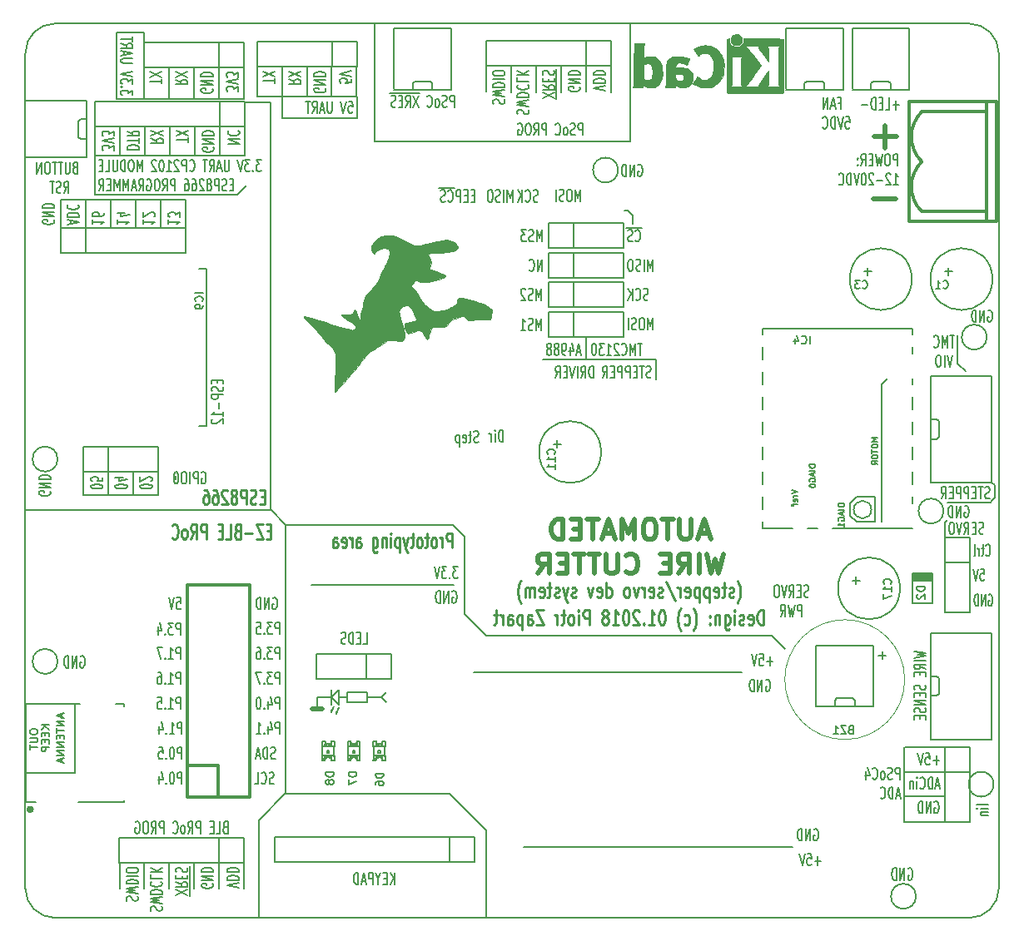
<source format=gbr>
G04 #@! TF.FileFunction,Legend,Bot*
%FSLAX46Y46*%
G04 Gerber Fmt 4.6, Leading zero omitted, Abs format (unit mm)*
G04 Created by KiCad (PCBNEW 4.0.7) date 05/25/18 22:12:56*
%MOMM*%
%LPD*%
G01*
G04 APERTURE LIST*
%ADD10C,0.100000*%
%ADD11C,0.175000*%
%ADD12C,0.200000*%
%ADD13C,0.275000*%
%ADD14C,0.500000*%
%ADD15C,0.150000*%
%ADD16C,0.250000*%
%ADD17C,0.152400*%
%ADD18C,0.350000*%
%ADD19C,0.120000*%
%ADD20C,0.010000*%
%ADD21C,0.002540*%
%ADD22C,0.304800*%
G04 APERTURE END LIST*
D10*
D11*
X119909523Y-76200000D02*
X119985714Y-76142857D01*
X120099999Y-76142857D01*
X120214285Y-76200000D01*
X120290476Y-76314286D01*
X120328571Y-76428571D01*
X120366666Y-76657143D01*
X120366666Y-76828571D01*
X120328571Y-77057143D01*
X120290476Y-77171429D01*
X120214285Y-77285714D01*
X120099999Y-77342857D01*
X120023809Y-77342857D01*
X119909523Y-77285714D01*
X119871428Y-77228571D01*
X119871428Y-76828571D01*
X120023809Y-76828571D01*
X119528571Y-77342857D02*
X119528571Y-76142857D01*
X119071428Y-77342857D01*
X119071428Y-76142857D01*
X118690476Y-77342857D02*
X118690476Y-76142857D01*
X118500000Y-76142857D01*
X118385714Y-76200000D01*
X118309523Y-76314286D01*
X118271428Y-76428571D01*
X118233333Y-76657143D01*
X118233333Y-76828571D01*
X118271428Y-77057143D01*
X118309523Y-77171429D01*
X118385714Y-77285714D01*
X118500000Y-77342857D01*
X118690476Y-77342857D01*
D12*
X117600000Y-82400000D02*
X117600000Y-82400000D01*
X116800000Y-81600000D02*
X117600000Y-82400000D01*
X116800000Y-78700000D02*
X116800000Y-81600000D01*
X86100000Y-81200000D02*
X86100000Y-83200000D01*
X74600000Y-81200000D02*
X86100000Y-81200000D01*
D13*
X94399998Y-105950000D02*
X94452378Y-105878571D01*
X94557140Y-105664286D01*
X94609521Y-105521429D01*
X94661902Y-105307143D01*
X94714283Y-104950000D01*
X94714283Y-104664286D01*
X94661902Y-104307143D01*
X94609521Y-104092857D01*
X94557140Y-103950000D01*
X94452378Y-103735714D01*
X94399998Y-103664286D01*
X94033331Y-105307143D02*
X93928569Y-105378571D01*
X93719045Y-105378571D01*
X93614284Y-105307143D01*
X93561903Y-105164286D01*
X93561903Y-105092857D01*
X93614284Y-104950000D01*
X93719045Y-104878571D01*
X93876188Y-104878571D01*
X93980950Y-104807143D01*
X94033331Y-104664286D01*
X94033331Y-104592857D01*
X93980950Y-104450000D01*
X93876188Y-104378571D01*
X93719045Y-104378571D01*
X93614284Y-104450000D01*
X93247617Y-104378571D02*
X92828569Y-104378571D01*
X93090474Y-103878571D02*
X93090474Y-105164286D01*
X93038093Y-105307143D01*
X92933331Y-105378571D01*
X92828569Y-105378571D01*
X92042856Y-105307143D02*
X92147618Y-105378571D01*
X92357141Y-105378571D01*
X92461903Y-105307143D01*
X92514284Y-105164286D01*
X92514284Y-104592857D01*
X92461903Y-104450000D01*
X92357141Y-104378571D01*
X92147618Y-104378571D01*
X92042856Y-104450000D01*
X91990475Y-104592857D01*
X91990475Y-104735714D01*
X92514284Y-104878571D01*
X91519046Y-104378571D02*
X91519046Y-105878571D01*
X91519046Y-104450000D02*
X91414284Y-104378571D01*
X91204761Y-104378571D01*
X91099999Y-104450000D01*
X91047618Y-104521429D01*
X90995237Y-104664286D01*
X90995237Y-105092857D01*
X91047618Y-105235714D01*
X91099999Y-105307143D01*
X91204761Y-105378571D01*
X91414284Y-105378571D01*
X91519046Y-105307143D01*
X90523808Y-104378571D02*
X90523808Y-105878571D01*
X90523808Y-104450000D02*
X90419046Y-104378571D01*
X90209523Y-104378571D01*
X90104761Y-104450000D01*
X90052380Y-104521429D01*
X89999999Y-104664286D01*
X89999999Y-105092857D01*
X90052380Y-105235714D01*
X90104761Y-105307143D01*
X90209523Y-105378571D01*
X90419046Y-105378571D01*
X90523808Y-105307143D01*
X89109523Y-105307143D02*
X89214285Y-105378571D01*
X89423808Y-105378571D01*
X89528570Y-105307143D01*
X89580951Y-105164286D01*
X89580951Y-104592857D01*
X89528570Y-104450000D01*
X89423808Y-104378571D01*
X89214285Y-104378571D01*
X89109523Y-104450000D01*
X89057142Y-104592857D01*
X89057142Y-104735714D01*
X89580951Y-104878571D01*
X88585713Y-105378571D02*
X88585713Y-104378571D01*
X88585713Y-104664286D02*
X88533332Y-104521429D01*
X88480951Y-104450000D01*
X88376189Y-104378571D01*
X88271428Y-104378571D01*
X87119047Y-103807143D02*
X88061904Y-105735714D01*
X86804761Y-105307143D02*
X86699999Y-105378571D01*
X86490475Y-105378571D01*
X86385714Y-105307143D01*
X86333333Y-105164286D01*
X86333333Y-105092857D01*
X86385714Y-104950000D01*
X86490475Y-104878571D01*
X86647618Y-104878571D01*
X86752380Y-104807143D01*
X86804761Y-104664286D01*
X86804761Y-104592857D01*
X86752380Y-104450000D01*
X86647618Y-104378571D01*
X86490475Y-104378571D01*
X86385714Y-104450000D01*
X85442857Y-105307143D02*
X85547619Y-105378571D01*
X85757142Y-105378571D01*
X85861904Y-105307143D01*
X85914285Y-105164286D01*
X85914285Y-104592857D01*
X85861904Y-104450000D01*
X85757142Y-104378571D01*
X85547619Y-104378571D01*
X85442857Y-104450000D01*
X85390476Y-104592857D01*
X85390476Y-104735714D01*
X85914285Y-104878571D01*
X84919047Y-105378571D02*
X84919047Y-104378571D01*
X84919047Y-104664286D02*
X84866666Y-104521429D01*
X84814285Y-104450000D01*
X84709523Y-104378571D01*
X84604762Y-104378571D01*
X84342857Y-104378571D02*
X84080952Y-105378571D01*
X83819048Y-104378571D01*
X83242857Y-105378571D02*
X83347619Y-105307143D01*
X83400000Y-105235714D01*
X83452381Y-105092857D01*
X83452381Y-104664286D01*
X83400000Y-104521429D01*
X83347619Y-104450000D01*
X83242857Y-104378571D01*
X83085715Y-104378571D01*
X82980953Y-104450000D01*
X82928572Y-104521429D01*
X82876191Y-104664286D01*
X82876191Y-105092857D01*
X82928572Y-105235714D01*
X82980953Y-105307143D01*
X83085715Y-105378571D01*
X83242857Y-105378571D01*
X81095239Y-105378571D02*
X81095239Y-103878571D01*
X81095239Y-105307143D02*
X81200001Y-105378571D01*
X81409524Y-105378571D01*
X81514286Y-105307143D01*
X81566667Y-105235714D01*
X81619048Y-105092857D01*
X81619048Y-104664286D01*
X81566667Y-104521429D01*
X81514286Y-104450000D01*
X81409524Y-104378571D01*
X81200001Y-104378571D01*
X81095239Y-104450000D01*
X80152382Y-105307143D02*
X80257144Y-105378571D01*
X80466667Y-105378571D01*
X80571429Y-105307143D01*
X80623810Y-105164286D01*
X80623810Y-104592857D01*
X80571429Y-104450000D01*
X80466667Y-104378571D01*
X80257144Y-104378571D01*
X80152382Y-104450000D01*
X80100001Y-104592857D01*
X80100001Y-104735714D01*
X80623810Y-104878571D01*
X79733334Y-104378571D02*
X79471429Y-105378571D01*
X79209525Y-104378571D01*
X78004763Y-105307143D02*
X77900001Y-105378571D01*
X77690477Y-105378571D01*
X77585716Y-105307143D01*
X77533335Y-105164286D01*
X77533335Y-105092857D01*
X77585716Y-104950000D01*
X77690477Y-104878571D01*
X77847620Y-104878571D01*
X77952382Y-104807143D01*
X78004763Y-104664286D01*
X78004763Y-104592857D01*
X77952382Y-104450000D01*
X77847620Y-104378571D01*
X77690477Y-104378571D01*
X77585716Y-104450000D01*
X77166668Y-104378571D02*
X76904763Y-105378571D01*
X76642859Y-104378571D02*
X76904763Y-105378571D01*
X77009525Y-105735714D01*
X77061906Y-105807143D01*
X77166668Y-105878571D01*
X76276192Y-105307143D02*
X76171430Y-105378571D01*
X75961906Y-105378571D01*
X75857145Y-105307143D01*
X75804764Y-105164286D01*
X75804764Y-105092857D01*
X75857145Y-104950000D01*
X75961906Y-104878571D01*
X76119049Y-104878571D01*
X76223811Y-104807143D01*
X76276192Y-104664286D01*
X76276192Y-104592857D01*
X76223811Y-104450000D01*
X76119049Y-104378571D01*
X75961906Y-104378571D01*
X75857145Y-104450000D01*
X75490478Y-104378571D02*
X75071430Y-104378571D01*
X75333335Y-103878571D02*
X75333335Y-105164286D01*
X75280954Y-105307143D01*
X75176192Y-105378571D01*
X75071430Y-105378571D01*
X74285717Y-105307143D02*
X74390479Y-105378571D01*
X74600002Y-105378571D01*
X74704764Y-105307143D01*
X74757145Y-105164286D01*
X74757145Y-104592857D01*
X74704764Y-104450000D01*
X74600002Y-104378571D01*
X74390479Y-104378571D01*
X74285717Y-104450000D01*
X74233336Y-104592857D01*
X74233336Y-104735714D01*
X74757145Y-104878571D01*
X73761907Y-105378571D02*
X73761907Y-104378571D01*
X73761907Y-104521429D02*
X73709526Y-104450000D01*
X73604764Y-104378571D01*
X73447622Y-104378571D01*
X73342860Y-104450000D01*
X73290479Y-104592857D01*
X73290479Y-105378571D01*
X73290479Y-104592857D02*
X73238098Y-104450000D01*
X73133336Y-104378571D01*
X72976193Y-104378571D01*
X72871431Y-104450000D01*
X72819050Y-104592857D01*
X72819050Y-105378571D01*
X72400002Y-105950000D02*
X72347621Y-105878571D01*
X72242859Y-105664286D01*
X72190478Y-105521429D01*
X72138097Y-105307143D01*
X72085716Y-104950000D01*
X72085716Y-104664286D01*
X72138097Y-104307143D01*
X72190478Y-104092857D01*
X72242859Y-103950000D01*
X72347621Y-103735714D01*
X72400002Y-103664286D01*
D14*
X91500001Y-98883333D02*
X90547620Y-98883333D01*
X91690477Y-99454762D02*
X91023810Y-97454762D01*
X90357143Y-99454762D01*
X89690477Y-97454762D02*
X89690477Y-99073810D01*
X89595238Y-99264286D01*
X89500000Y-99359524D01*
X89309524Y-99454762D01*
X88928572Y-99454762D01*
X88738096Y-99359524D01*
X88642857Y-99264286D01*
X88547619Y-99073810D01*
X88547619Y-97454762D01*
X87880953Y-97454762D02*
X86738096Y-97454762D01*
X87309524Y-99454762D02*
X87309524Y-97454762D01*
X85690476Y-97454762D02*
X85309524Y-97454762D01*
X85119048Y-97550000D01*
X84928571Y-97740476D01*
X84833333Y-98121429D01*
X84833333Y-98788095D01*
X84928571Y-99169048D01*
X85119048Y-99359524D01*
X85309524Y-99454762D01*
X85690476Y-99454762D01*
X85880952Y-99359524D01*
X86071429Y-99169048D01*
X86166667Y-98788095D01*
X86166667Y-98121429D01*
X86071429Y-97740476D01*
X85880952Y-97550000D01*
X85690476Y-97454762D01*
X83976191Y-99454762D02*
X83976191Y-97454762D01*
X83309524Y-98883333D01*
X82642857Y-97454762D01*
X82642857Y-99454762D01*
X81785715Y-98883333D02*
X80833334Y-98883333D01*
X81976191Y-99454762D02*
X81309524Y-97454762D01*
X80642857Y-99454762D01*
X80261905Y-97454762D02*
X79119048Y-97454762D01*
X79690476Y-99454762D02*
X79690476Y-97454762D01*
X78452381Y-98407143D02*
X77785714Y-98407143D01*
X77500000Y-99454762D02*
X78452381Y-99454762D01*
X78452381Y-97454762D01*
X77500000Y-97454762D01*
X76642857Y-99454762D02*
X76642857Y-97454762D01*
X76166666Y-97454762D01*
X75880952Y-97550000D01*
X75690476Y-97740476D01*
X75595237Y-97930952D01*
X75499999Y-98311905D01*
X75499999Y-98597619D01*
X75595237Y-98978571D01*
X75690476Y-99169048D01*
X75880952Y-99359524D01*
X76166666Y-99454762D01*
X76642857Y-99454762D01*
X92976191Y-100954762D02*
X92500000Y-102954762D01*
X92119048Y-101526190D01*
X91738095Y-102954762D01*
X91261905Y-100954762D01*
X90500001Y-102954762D02*
X90500001Y-100954762D01*
X88404762Y-102954762D02*
X89071429Y-102002381D01*
X89547620Y-102954762D02*
X89547620Y-100954762D01*
X88785715Y-100954762D01*
X88595239Y-101050000D01*
X88500000Y-101145238D01*
X88404762Y-101335714D01*
X88404762Y-101621429D01*
X88500000Y-101811905D01*
X88595239Y-101907143D01*
X88785715Y-102002381D01*
X89547620Y-102002381D01*
X87547620Y-101907143D02*
X86880953Y-101907143D01*
X86595239Y-102954762D02*
X87547620Y-102954762D01*
X87547620Y-100954762D01*
X86595239Y-100954762D01*
X83071428Y-102764286D02*
X83166666Y-102859524D01*
X83452381Y-102954762D01*
X83642857Y-102954762D01*
X83928571Y-102859524D01*
X84119047Y-102669048D01*
X84214286Y-102478571D01*
X84309524Y-102097619D01*
X84309524Y-101811905D01*
X84214286Y-101430952D01*
X84119047Y-101240476D01*
X83928571Y-101050000D01*
X83642857Y-100954762D01*
X83452381Y-100954762D01*
X83166666Y-101050000D01*
X83071428Y-101145238D01*
X82214286Y-100954762D02*
X82214286Y-102573810D01*
X82119047Y-102764286D01*
X82023809Y-102859524D01*
X81833333Y-102954762D01*
X81452381Y-102954762D01*
X81261905Y-102859524D01*
X81166666Y-102764286D01*
X81071428Y-102573810D01*
X81071428Y-100954762D01*
X80404762Y-100954762D02*
X79261905Y-100954762D01*
X79833333Y-102954762D02*
X79833333Y-100954762D01*
X78880952Y-100954762D02*
X77738095Y-100954762D01*
X78309523Y-102954762D02*
X78309523Y-100954762D01*
X77071428Y-101907143D02*
X76404761Y-101907143D01*
X76119047Y-102954762D02*
X77071428Y-102954762D01*
X77071428Y-100954762D01*
X76119047Y-100954762D01*
X74119046Y-102954762D02*
X74785713Y-102002381D01*
X75261904Y-102954762D02*
X75261904Y-100954762D01*
X74499999Y-100954762D01*
X74309523Y-101050000D01*
X74214284Y-101145238D01*
X74119046Y-101335714D01*
X74119046Y-101621429D01*
X74214284Y-101811905D01*
X74309523Y-101907143D01*
X74499999Y-102002381D01*
X75261904Y-102002381D01*
D13*
X97052378Y-108178571D02*
X97052378Y-106678571D01*
X96790473Y-106678571D01*
X96633331Y-106750000D01*
X96528569Y-106892857D01*
X96476188Y-107035714D01*
X96423807Y-107321429D01*
X96423807Y-107535714D01*
X96476188Y-107821429D01*
X96528569Y-107964286D01*
X96633331Y-108107143D01*
X96790473Y-108178571D01*
X97052378Y-108178571D01*
X95533331Y-108107143D02*
X95638093Y-108178571D01*
X95847616Y-108178571D01*
X95952378Y-108107143D01*
X96004759Y-107964286D01*
X96004759Y-107392857D01*
X95952378Y-107250000D01*
X95847616Y-107178571D01*
X95638093Y-107178571D01*
X95533331Y-107250000D01*
X95480950Y-107392857D01*
X95480950Y-107535714D01*
X96004759Y-107678571D01*
X95061902Y-108107143D02*
X94957140Y-108178571D01*
X94747616Y-108178571D01*
X94642855Y-108107143D01*
X94590474Y-107964286D01*
X94590474Y-107892857D01*
X94642855Y-107750000D01*
X94747616Y-107678571D01*
X94904759Y-107678571D01*
X95009521Y-107607143D01*
X95061902Y-107464286D01*
X95061902Y-107392857D01*
X95009521Y-107250000D01*
X94904759Y-107178571D01*
X94747616Y-107178571D01*
X94642855Y-107250000D01*
X94119045Y-108178571D02*
X94119045Y-107178571D01*
X94119045Y-106678571D02*
X94171426Y-106750000D01*
X94119045Y-106821429D01*
X94066664Y-106750000D01*
X94119045Y-106678571D01*
X94119045Y-106821429D01*
X93123807Y-107178571D02*
X93123807Y-108392857D01*
X93176188Y-108535714D01*
X93228569Y-108607143D01*
X93333330Y-108678571D01*
X93490473Y-108678571D01*
X93595235Y-108607143D01*
X93123807Y-108107143D02*
X93228569Y-108178571D01*
X93438092Y-108178571D01*
X93542854Y-108107143D01*
X93595235Y-108035714D01*
X93647616Y-107892857D01*
X93647616Y-107464286D01*
X93595235Y-107321429D01*
X93542854Y-107250000D01*
X93438092Y-107178571D01*
X93228569Y-107178571D01*
X93123807Y-107250000D01*
X92599997Y-107178571D02*
X92599997Y-108178571D01*
X92599997Y-107321429D02*
X92547616Y-107250000D01*
X92442854Y-107178571D01*
X92285712Y-107178571D01*
X92180950Y-107250000D01*
X92128569Y-107392857D01*
X92128569Y-108178571D01*
X91604759Y-108035714D02*
X91552378Y-108107143D01*
X91604759Y-108178571D01*
X91657140Y-108107143D01*
X91604759Y-108035714D01*
X91604759Y-108178571D01*
X91604759Y-107250000D02*
X91552378Y-107321429D01*
X91604759Y-107392857D01*
X91657140Y-107321429D01*
X91604759Y-107250000D01*
X91604759Y-107392857D01*
X89928569Y-108750000D02*
X89980949Y-108678571D01*
X90085711Y-108464286D01*
X90138092Y-108321429D01*
X90190473Y-108107143D01*
X90242854Y-107750000D01*
X90242854Y-107464286D01*
X90190473Y-107107143D01*
X90138092Y-106892857D01*
X90085711Y-106750000D01*
X89980949Y-106535714D01*
X89928569Y-106464286D01*
X89038093Y-108107143D02*
X89142855Y-108178571D01*
X89352378Y-108178571D01*
X89457140Y-108107143D01*
X89509521Y-108035714D01*
X89561902Y-107892857D01*
X89561902Y-107464286D01*
X89509521Y-107321429D01*
X89457140Y-107250000D01*
X89352378Y-107178571D01*
X89142855Y-107178571D01*
X89038093Y-107250000D01*
X88671426Y-108750000D02*
X88619045Y-108678571D01*
X88514283Y-108464286D01*
X88461902Y-108321429D01*
X88409521Y-108107143D01*
X88357140Y-107750000D01*
X88357140Y-107464286D01*
X88409521Y-107107143D01*
X88461902Y-106892857D01*
X88514283Y-106750000D01*
X88619045Y-106535714D01*
X88671426Y-106464286D01*
X86785712Y-106678571D02*
X86680951Y-106678571D01*
X86576189Y-106750000D01*
X86523808Y-106821429D01*
X86471427Y-106964286D01*
X86419046Y-107250000D01*
X86419046Y-107607143D01*
X86471427Y-107892857D01*
X86523808Y-108035714D01*
X86576189Y-108107143D01*
X86680951Y-108178571D01*
X86785712Y-108178571D01*
X86890474Y-108107143D01*
X86942855Y-108035714D01*
X86995236Y-107892857D01*
X87047617Y-107607143D01*
X87047617Y-107250000D01*
X86995236Y-106964286D01*
X86942855Y-106821429D01*
X86890474Y-106750000D01*
X86785712Y-106678571D01*
X85371427Y-108178571D02*
X85999998Y-108178571D01*
X85685712Y-108178571D02*
X85685712Y-106678571D01*
X85790474Y-106892857D01*
X85895236Y-107035714D01*
X85999998Y-107107143D01*
X84899998Y-108035714D02*
X84847617Y-108107143D01*
X84899998Y-108178571D01*
X84952379Y-108107143D01*
X84899998Y-108035714D01*
X84899998Y-108178571D01*
X84428569Y-106821429D02*
X84376188Y-106750000D01*
X84271426Y-106678571D01*
X84009522Y-106678571D01*
X83904760Y-106750000D01*
X83852379Y-106821429D01*
X83799998Y-106964286D01*
X83799998Y-107107143D01*
X83852379Y-107321429D01*
X84480950Y-108178571D01*
X83799998Y-108178571D01*
X83119045Y-106678571D02*
X83014284Y-106678571D01*
X82909522Y-106750000D01*
X82857141Y-106821429D01*
X82804760Y-106964286D01*
X82752379Y-107250000D01*
X82752379Y-107607143D01*
X82804760Y-107892857D01*
X82857141Y-108035714D01*
X82909522Y-108107143D01*
X83014284Y-108178571D01*
X83119045Y-108178571D01*
X83223807Y-108107143D01*
X83276188Y-108035714D01*
X83328569Y-107892857D01*
X83380950Y-107607143D01*
X83380950Y-107250000D01*
X83328569Y-106964286D01*
X83276188Y-106821429D01*
X83223807Y-106750000D01*
X83119045Y-106678571D01*
X81704760Y-108178571D02*
X82333331Y-108178571D01*
X82019045Y-108178571D02*
X82019045Y-106678571D01*
X82123807Y-106892857D01*
X82228569Y-107035714D01*
X82333331Y-107107143D01*
X81076188Y-107321429D02*
X81180950Y-107250000D01*
X81233331Y-107178571D01*
X81285712Y-107035714D01*
X81285712Y-106964286D01*
X81233331Y-106821429D01*
X81180950Y-106750000D01*
X81076188Y-106678571D01*
X80866665Y-106678571D01*
X80761903Y-106750000D01*
X80709522Y-106821429D01*
X80657141Y-106964286D01*
X80657141Y-107035714D01*
X80709522Y-107178571D01*
X80761903Y-107250000D01*
X80866665Y-107321429D01*
X81076188Y-107321429D01*
X81180950Y-107392857D01*
X81233331Y-107464286D01*
X81285712Y-107607143D01*
X81285712Y-107892857D01*
X81233331Y-108035714D01*
X81180950Y-108107143D01*
X81076188Y-108178571D01*
X80866665Y-108178571D01*
X80761903Y-108107143D01*
X80709522Y-108035714D01*
X80657141Y-107892857D01*
X80657141Y-107607143D01*
X80709522Y-107464286D01*
X80761903Y-107392857D01*
X80866665Y-107321429D01*
X79347617Y-108178571D02*
X79347617Y-106678571D01*
X78928570Y-106678571D01*
X78823808Y-106750000D01*
X78771427Y-106821429D01*
X78719046Y-106964286D01*
X78719046Y-107178571D01*
X78771427Y-107321429D01*
X78823808Y-107392857D01*
X78928570Y-107464286D01*
X79347617Y-107464286D01*
X78247617Y-108178571D02*
X78247617Y-107178571D01*
X78247617Y-106678571D02*
X78299998Y-106750000D01*
X78247617Y-106821429D01*
X78195236Y-106750000D01*
X78247617Y-106678571D01*
X78247617Y-106821429D01*
X77566664Y-108178571D02*
X77671426Y-108107143D01*
X77723807Y-108035714D01*
X77776188Y-107892857D01*
X77776188Y-107464286D01*
X77723807Y-107321429D01*
X77671426Y-107250000D01*
X77566664Y-107178571D01*
X77409522Y-107178571D01*
X77304760Y-107250000D01*
X77252379Y-107321429D01*
X77199998Y-107464286D01*
X77199998Y-107892857D01*
X77252379Y-108035714D01*
X77304760Y-108107143D01*
X77409522Y-108178571D01*
X77566664Y-108178571D01*
X76885712Y-107178571D02*
X76466664Y-107178571D01*
X76728569Y-106678571D02*
X76728569Y-107964286D01*
X76676188Y-108107143D01*
X76571426Y-108178571D01*
X76466664Y-108178571D01*
X76099998Y-108178571D02*
X76099998Y-107178571D01*
X76099998Y-107464286D02*
X76047617Y-107321429D01*
X75995236Y-107250000D01*
X75890474Y-107178571D01*
X75785713Y-107178571D01*
X74685713Y-106678571D02*
X73952380Y-106678571D01*
X74685713Y-108178571D01*
X73952380Y-108178571D01*
X73061904Y-108178571D02*
X73061904Y-107392857D01*
X73114285Y-107250000D01*
X73219047Y-107178571D01*
X73428570Y-107178571D01*
X73533332Y-107250000D01*
X73061904Y-108107143D02*
X73166666Y-108178571D01*
X73428570Y-108178571D01*
X73533332Y-108107143D01*
X73585713Y-107964286D01*
X73585713Y-107821429D01*
X73533332Y-107678571D01*
X73428570Y-107607143D01*
X73166666Y-107607143D01*
X73061904Y-107535714D01*
X72538094Y-107178571D02*
X72538094Y-108678571D01*
X72538094Y-107250000D02*
X72433332Y-107178571D01*
X72223809Y-107178571D01*
X72119047Y-107250000D01*
X72066666Y-107321429D01*
X72014285Y-107464286D01*
X72014285Y-107892857D01*
X72066666Y-108035714D01*
X72119047Y-108107143D01*
X72223809Y-108178571D01*
X72433332Y-108178571D01*
X72538094Y-108107143D01*
X71071428Y-108178571D02*
X71071428Y-107392857D01*
X71123809Y-107250000D01*
X71228571Y-107178571D01*
X71438094Y-107178571D01*
X71542856Y-107250000D01*
X71071428Y-108107143D02*
X71176190Y-108178571D01*
X71438094Y-108178571D01*
X71542856Y-108107143D01*
X71595237Y-107964286D01*
X71595237Y-107821429D01*
X71542856Y-107678571D01*
X71438094Y-107607143D01*
X71176190Y-107607143D01*
X71071428Y-107535714D01*
X70547618Y-108178571D02*
X70547618Y-107178571D01*
X70547618Y-107464286D02*
X70495237Y-107321429D01*
X70442856Y-107250000D01*
X70338094Y-107178571D01*
X70233333Y-107178571D01*
X70023809Y-107178571D02*
X69604761Y-107178571D01*
X69866666Y-106678571D02*
X69866666Y-107964286D01*
X69814285Y-108107143D01*
X69709523Y-108178571D01*
X69604761Y-108178571D01*
D15*
X22000000Y-135000000D02*
G75*
G03X25000000Y-138000000I3000000J0D01*
G01*
X118000000Y-138000000D02*
G75*
G03X121000000Y-135000000I0J3000000D01*
G01*
X121000000Y-50000000D02*
G75*
G03X118000000Y-47000000I-3000000J0D01*
G01*
X25000000Y-47000000D02*
G75*
G03X22000000Y-50000000I0J-3000000D01*
G01*
D16*
X46311905Y-95142857D02*
X45978571Y-95142857D01*
X45835714Y-95928571D02*
X46311905Y-95928571D01*
X46311905Y-94428571D01*
X45835714Y-94428571D01*
X45454762Y-95857143D02*
X45311905Y-95928571D01*
X45073809Y-95928571D01*
X44978571Y-95857143D01*
X44930952Y-95785714D01*
X44883333Y-95642857D01*
X44883333Y-95500000D01*
X44930952Y-95357143D01*
X44978571Y-95285714D01*
X45073809Y-95214286D01*
X45264286Y-95142857D01*
X45359524Y-95071429D01*
X45407143Y-95000000D01*
X45454762Y-94857143D01*
X45454762Y-94714286D01*
X45407143Y-94571429D01*
X45359524Y-94500000D01*
X45264286Y-94428571D01*
X45026190Y-94428571D01*
X44883333Y-94500000D01*
X44454762Y-95928571D02*
X44454762Y-94428571D01*
X44073809Y-94428571D01*
X43978571Y-94500000D01*
X43930952Y-94571429D01*
X43883333Y-94714286D01*
X43883333Y-94928571D01*
X43930952Y-95071429D01*
X43978571Y-95142857D01*
X44073809Y-95214286D01*
X44454762Y-95214286D01*
X43311905Y-95071429D02*
X43407143Y-95000000D01*
X43454762Y-94928571D01*
X43502381Y-94785714D01*
X43502381Y-94714286D01*
X43454762Y-94571429D01*
X43407143Y-94500000D01*
X43311905Y-94428571D01*
X43121428Y-94428571D01*
X43026190Y-94500000D01*
X42978571Y-94571429D01*
X42930952Y-94714286D01*
X42930952Y-94785714D01*
X42978571Y-94928571D01*
X43026190Y-95000000D01*
X43121428Y-95071429D01*
X43311905Y-95071429D01*
X43407143Y-95142857D01*
X43454762Y-95214286D01*
X43502381Y-95357143D01*
X43502381Y-95642857D01*
X43454762Y-95785714D01*
X43407143Y-95857143D01*
X43311905Y-95928571D01*
X43121428Y-95928571D01*
X43026190Y-95857143D01*
X42978571Y-95785714D01*
X42930952Y-95642857D01*
X42930952Y-95357143D01*
X42978571Y-95214286D01*
X43026190Y-95142857D01*
X43121428Y-95071429D01*
X42550000Y-94571429D02*
X42502381Y-94500000D01*
X42407143Y-94428571D01*
X42169047Y-94428571D01*
X42073809Y-94500000D01*
X42026190Y-94571429D01*
X41978571Y-94714286D01*
X41978571Y-94857143D01*
X42026190Y-95071429D01*
X42597619Y-95928571D01*
X41978571Y-95928571D01*
X41121428Y-94428571D02*
X41311905Y-94428571D01*
X41407143Y-94500000D01*
X41454762Y-94571429D01*
X41550000Y-94785714D01*
X41597619Y-95071429D01*
X41597619Y-95642857D01*
X41550000Y-95785714D01*
X41502381Y-95857143D01*
X41407143Y-95928571D01*
X41216666Y-95928571D01*
X41121428Y-95857143D01*
X41073809Y-95785714D01*
X41026190Y-95642857D01*
X41026190Y-95285714D01*
X41073809Y-95142857D01*
X41121428Y-95071429D01*
X41216666Y-95000000D01*
X41407143Y-95000000D01*
X41502381Y-95071429D01*
X41550000Y-95142857D01*
X41597619Y-95285714D01*
X40169047Y-94428571D02*
X40359524Y-94428571D01*
X40454762Y-94500000D01*
X40502381Y-94571429D01*
X40597619Y-94785714D01*
X40645238Y-95071429D01*
X40645238Y-95642857D01*
X40597619Y-95785714D01*
X40550000Y-95857143D01*
X40454762Y-95928571D01*
X40264285Y-95928571D01*
X40169047Y-95857143D01*
X40121428Y-95785714D01*
X40073809Y-95642857D01*
X40073809Y-95285714D01*
X40121428Y-95142857D01*
X40169047Y-95071429D01*
X40264285Y-95000000D01*
X40454762Y-95000000D01*
X40550000Y-95071429D01*
X40597619Y-95142857D01*
X40645238Y-95285714D01*
X46961905Y-98642857D02*
X46628571Y-98642857D01*
X46485714Y-99428571D02*
X46961905Y-99428571D01*
X46961905Y-97928571D01*
X46485714Y-97928571D01*
X46152381Y-97928571D02*
X45485714Y-97928571D01*
X46152381Y-99428571D01*
X45485714Y-99428571D01*
X45104762Y-98857143D02*
X44342857Y-98857143D01*
X43533333Y-98642857D02*
X43390476Y-98714286D01*
X43342857Y-98785714D01*
X43295238Y-98928571D01*
X43295238Y-99142857D01*
X43342857Y-99285714D01*
X43390476Y-99357143D01*
X43485714Y-99428571D01*
X43866667Y-99428571D01*
X43866667Y-97928571D01*
X43533333Y-97928571D01*
X43438095Y-98000000D01*
X43390476Y-98071429D01*
X43342857Y-98214286D01*
X43342857Y-98357143D01*
X43390476Y-98500000D01*
X43438095Y-98571429D01*
X43533333Y-98642857D01*
X43866667Y-98642857D01*
X42390476Y-99428571D02*
X42866667Y-99428571D01*
X42866667Y-97928571D01*
X42057143Y-98642857D02*
X41723809Y-98642857D01*
X41580952Y-99428571D02*
X42057143Y-99428571D01*
X42057143Y-97928571D01*
X41580952Y-97928571D01*
X40390476Y-99428571D02*
X40390476Y-97928571D01*
X40009523Y-97928571D01*
X39914285Y-98000000D01*
X39866666Y-98071429D01*
X39819047Y-98214286D01*
X39819047Y-98428571D01*
X39866666Y-98571429D01*
X39914285Y-98642857D01*
X40009523Y-98714286D01*
X40390476Y-98714286D01*
X38819047Y-99428571D02*
X39152381Y-98714286D01*
X39390476Y-99428571D02*
X39390476Y-97928571D01*
X39009523Y-97928571D01*
X38914285Y-98000000D01*
X38866666Y-98071429D01*
X38819047Y-98214286D01*
X38819047Y-98428571D01*
X38866666Y-98571429D01*
X38914285Y-98642857D01*
X39009523Y-98714286D01*
X39390476Y-98714286D01*
X38247619Y-99428571D02*
X38342857Y-99357143D01*
X38390476Y-99285714D01*
X38438095Y-99142857D01*
X38438095Y-98714286D01*
X38390476Y-98571429D01*
X38342857Y-98500000D01*
X38247619Y-98428571D01*
X38104761Y-98428571D01*
X38009523Y-98500000D01*
X37961904Y-98571429D01*
X37914285Y-98714286D01*
X37914285Y-99142857D01*
X37961904Y-99285714D01*
X38009523Y-99357143D01*
X38104761Y-99428571D01*
X38247619Y-99428571D01*
X36914285Y-99285714D02*
X36961904Y-99357143D01*
X37104761Y-99428571D01*
X37199999Y-99428571D01*
X37342857Y-99357143D01*
X37438095Y-99214286D01*
X37485714Y-99071429D01*
X37533333Y-98785714D01*
X37533333Y-98571429D01*
X37485714Y-98285714D01*
X37438095Y-98142857D01*
X37342857Y-98000000D01*
X37199999Y-97928571D01*
X37104761Y-97928571D01*
X36961904Y-98000000D01*
X36914285Y-98071429D01*
X65383336Y-100328571D02*
X65383336Y-98828571D01*
X65002383Y-98828571D01*
X64907145Y-98900000D01*
X64859526Y-98971429D01*
X64811907Y-99114286D01*
X64811907Y-99328571D01*
X64859526Y-99471429D01*
X64907145Y-99542857D01*
X65002383Y-99614286D01*
X65383336Y-99614286D01*
X64383336Y-100328571D02*
X64383336Y-99328571D01*
X64383336Y-99614286D02*
X64335717Y-99471429D01*
X64288098Y-99400000D01*
X64192860Y-99328571D01*
X64097621Y-99328571D01*
X63621431Y-100328571D02*
X63716669Y-100257143D01*
X63764288Y-100185714D01*
X63811907Y-100042857D01*
X63811907Y-99614286D01*
X63764288Y-99471429D01*
X63716669Y-99400000D01*
X63621431Y-99328571D01*
X63478573Y-99328571D01*
X63383335Y-99400000D01*
X63335716Y-99471429D01*
X63288097Y-99614286D01*
X63288097Y-100042857D01*
X63335716Y-100185714D01*
X63383335Y-100257143D01*
X63478573Y-100328571D01*
X63621431Y-100328571D01*
X63002383Y-99328571D02*
X62621431Y-99328571D01*
X62859526Y-98828571D02*
X62859526Y-100114286D01*
X62811907Y-100257143D01*
X62716669Y-100328571D01*
X62621431Y-100328571D01*
X62145240Y-100328571D02*
X62240478Y-100257143D01*
X62288097Y-100185714D01*
X62335716Y-100042857D01*
X62335716Y-99614286D01*
X62288097Y-99471429D01*
X62240478Y-99400000D01*
X62145240Y-99328571D01*
X62002382Y-99328571D01*
X61907144Y-99400000D01*
X61859525Y-99471429D01*
X61811906Y-99614286D01*
X61811906Y-100042857D01*
X61859525Y-100185714D01*
X61907144Y-100257143D01*
X62002382Y-100328571D01*
X62145240Y-100328571D01*
X61526192Y-99328571D02*
X61145240Y-99328571D01*
X61383335Y-98828571D02*
X61383335Y-100114286D01*
X61335716Y-100257143D01*
X61240478Y-100328571D01*
X61145240Y-100328571D01*
X60907144Y-99328571D02*
X60669049Y-100328571D01*
X60430953Y-99328571D02*
X60669049Y-100328571D01*
X60764287Y-100685714D01*
X60811906Y-100757143D01*
X60907144Y-100828571D01*
X60050001Y-99328571D02*
X60050001Y-100828571D01*
X60050001Y-99400000D02*
X59954763Y-99328571D01*
X59764286Y-99328571D01*
X59669048Y-99400000D01*
X59621429Y-99471429D01*
X59573810Y-99614286D01*
X59573810Y-100042857D01*
X59621429Y-100185714D01*
X59669048Y-100257143D01*
X59764286Y-100328571D01*
X59954763Y-100328571D01*
X60050001Y-100257143D01*
X59145239Y-100328571D02*
X59145239Y-99328571D01*
X59145239Y-98828571D02*
X59192858Y-98900000D01*
X59145239Y-98971429D01*
X59097620Y-98900000D01*
X59145239Y-98828571D01*
X59145239Y-98971429D01*
X58669049Y-99328571D02*
X58669049Y-100328571D01*
X58669049Y-99471429D02*
X58621430Y-99400000D01*
X58526192Y-99328571D01*
X58383334Y-99328571D01*
X58288096Y-99400000D01*
X58240477Y-99542857D01*
X58240477Y-100328571D01*
X57335715Y-99328571D02*
X57335715Y-100542857D01*
X57383334Y-100685714D01*
X57430953Y-100757143D01*
X57526192Y-100828571D01*
X57669049Y-100828571D01*
X57764287Y-100757143D01*
X57335715Y-100257143D02*
X57430953Y-100328571D01*
X57621430Y-100328571D01*
X57716668Y-100257143D01*
X57764287Y-100185714D01*
X57811906Y-100042857D01*
X57811906Y-99614286D01*
X57764287Y-99471429D01*
X57716668Y-99400000D01*
X57621430Y-99328571D01*
X57430953Y-99328571D01*
X57335715Y-99400000D01*
X55669048Y-100328571D02*
X55669048Y-99542857D01*
X55716667Y-99400000D01*
X55811905Y-99328571D01*
X56002382Y-99328571D01*
X56097620Y-99400000D01*
X55669048Y-100257143D02*
X55764286Y-100328571D01*
X56002382Y-100328571D01*
X56097620Y-100257143D01*
X56145239Y-100114286D01*
X56145239Y-99971429D01*
X56097620Y-99828571D01*
X56002382Y-99757143D01*
X55764286Y-99757143D01*
X55669048Y-99685714D01*
X55192858Y-100328571D02*
X55192858Y-99328571D01*
X55192858Y-99614286D02*
X55145239Y-99471429D01*
X55097620Y-99400000D01*
X55002382Y-99328571D01*
X54907143Y-99328571D01*
X54192857Y-100257143D02*
X54288095Y-100328571D01*
X54478572Y-100328571D01*
X54573810Y-100257143D01*
X54621429Y-100114286D01*
X54621429Y-99542857D01*
X54573810Y-99400000D01*
X54478572Y-99328571D01*
X54288095Y-99328571D01*
X54192857Y-99400000D01*
X54145238Y-99542857D01*
X54145238Y-99685714D01*
X54621429Y-99828571D01*
X53288095Y-100328571D02*
X53288095Y-99542857D01*
X53335714Y-99400000D01*
X53430952Y-99328571D01*
X53621429Y-99328571D01*
X53716667Y-99400000D01*
X53288095Y-100257143D02*
X53383333Y-100328571D01*
X53621429Y-100328571D01*
X53716667Y-100257143D01*
X53764286Y-100114286D01*
X53764286Y-99971429D01*
X53716667Y-99828571D01*
X53621429Y-99757143D01*
X53383333Y-99757143D01*
X53288095Y-99685714D01*
D12*
X99300000Y-110650000D02*
X97900000Y-109250000D01*
X68850000Y-109250000D02*
X97900000Y-109250000D01*
X66700000Y-107100000D02*
X68850000Y-109250000D01*
X66700000Y-99200000D02*
X66700000Y-107100000D01*
X65500000Y-98000000D02*
X66700000Y-99200000D01*
X48500000Y-98000000D02*
X65500000Y-98000000D01*
X68850000Y-129100000D02*
X68850000Y-137900000D01*
X65100000Y-125350000D02*
X68850000Y-129100000D01*
X48450000Y-125350000D02*
X65100000Y-125350000D01*
D11*
X101652381Y-105298214D02*
X101538095Y-105355357D01*
X101347619Y-105355357D01*
X101271429Y-105298214D01*
X101233333Y-105241071D01*
X101195238Y-105126786D01*
X101195238Y-105012500D01*
X101233333Y-104898214D01*
X101271429Y-104841071D01*
X101347619Y-104783929D01*
X101500000Y-104726786D01*
X101576191Y-104669643D01*
X101614286Y-104612500D01*
X101652381Y-104498214D01*
X101652381Y-104383929D01*
X101614286Y-104269643D01*
X101576191Y-104212500D01*
X101500000Y-104155357D01*
X101309524Y-104155357D01*
X101195238Y-104212500D01*
X100852381Y-104726786D02*
X100585714Y-104726786D01*
X100471428Y-105355357D02*
X100852381Y-105355357D01*
X100852381Y-104155357D01*
X100471428Y-104155357D01*
X99671428Y-105355357D02*
X99938095Y-104783929D01*
X100128571Y-105355357D02*
X100128571Y-104155357D01*
X99823809Y-104155357D01*
X99747618Y-104212500D01*
X99709523Y-104269643D01*
X99671428Y-104383929D01*
X99671428Y-104555357D01*
X99709523Y-104669643D01*
X99747618Y-104726786D01*
X99823809Y-104783929D01*
X100128571Y-104783929D01*
X99442857Y-104155357D02*
X99176190Y-105355357D01*
X98909523Y-104155357D01*
X98490476Y-104155357D02*
X98338095Y-104155357D01*
X98261904Y-104212500D01*
X98185714Y-104326786D01*
X98147619Y-104555357D01*
X98147619Y-104955357D01*
X98185714Y-105183929D01*
X98261904Y-105298214D01*
X98338095Y-105355357D01*
X98490476Y-105355357D01*
X98566666Y-105298214D01*
X98642857Y-105183929D01*
X98680952Y-104955357D01*
X98680952Y-104555357D01*
X98642857Y-104326786D01*
X98566666Y-104212500D01*
X98490476Y-104155357D01*
X100966667Y-107330357D02*
X100966667Y-106130357D01*
X100661905Y-106130357D01*
X100585714Y-106187500D01*
X100547619Y-106244643D01*
X100509524Y-106358929D01*
X100509524Y-106530357D01*
X100547619Y-106644643D01*
X100585714Y-106701786D01*
X100661905Y-106758929D01*
X100966667Y-106758929D01*
X100242857Y-106130357D02*
X100052381Y-107330357D01*
X99900000Y-106473214D01*
X99747619Y-107330357D01*
X99557143Y-106130357D01*
X98795238Y-107330357D02*
X99061905Y-106758929D01*
X99252381Y-107330357D02*
X99252381Y-106130357D01*
X98947619Y-106130357D01*
X98871428Y-106187500D01*
X98833333Y-106244643D01*
X98795238Y-106358929D01*
X98795238Y-106530357D01*
X98833333Y-106644643D01*
X98871428Y-106701786D01*
X98947619Y-106758929D01*
X99252381Y-106758929D01*
X98009524Y-111885714D02*
X97400000Y-111885714D01*
X97704762Y-112342857D02*
X97704762Y-111428571D01*
X96638095Y-111142857D02*
X97019048Y-111142857D01*
X97057143Y-111714286D01*
X97019048Y-111657143D01*
X96942857Y-111600000D01*
X96752381Y-111600000D01*
X96676191Y-111657143D01*
X96638095Y-111714286D01*
X96600000Y-111828571D01*
X96600000Y-112114286D01*
X96638095Y-112228571D01*
X96676191Y-112285714D01*
X96752381Y-112342857D01*
X96942857Y-112342857D01*
X97019048Y-112285714D01*
X97057143Y-112228571D01*
X96371429Y-111142857D02*
X96104762Y-112342857D01*
X95838095Y-111142857D01*
D12*
X67600000Y-113000000D02*
X94900000Y-113000000D01*
D11*
X102909524Y-132185714D02*
X102300000Y-132185714D01*
X102604762Y-132642857D02*
X102604762Y-131728571D01*
X101538095Y-131442857D02*
X101919048Y-131442857D01*
X101957143Y-132014286D01*
X101919048Y-131957143D01*
X101842857Y-131900000D01*
X101652381Y-131900000D01*
X101576191Y-131957143D01*
X101538095Y-132014286D01*
X101500000Y-132128571D01*
X101500000Y-132414286D01*
X101538095Y-132528571D01*
X101576191Y-132585714D01*
X101652381Y-132642857D01*
X101842857Y-132642857D01*
X101919048Y-132585714D01*
X101957143Y-132528571D01*
X101271429Y-131442857D02*
X101004762Y-132642857D01*
X100738095Y-131442857D01*
X102209523Y-129000000D02*
X102285714Y-128942857D01*
X102399999Y-128942857D01*
X102514285Y-129000000D01*
X102590476Y-129114286D01*
X102628571Y-129228571D01*
X102666666Y-129457143D01*
X102666666Y-129628571D01*
X102628571Y-129857143D01*
X102590476Y-129971429D01*
X102514285Y-130085714D01*
X102399999Y-130142857D01*
X102323809Y-130142857D01*
X102209523Y-130085714D01*
X102171428Y-130028571D01*
X102171428Y-129628571D01*
X102323809Y-129628571D01*
X101828571Y-130142857D02*
X101828571Y-128942857D01*
X101371428Y-130142857D01*
X101371428Y-128942857D01*
X100990476Y-130142857D02*
X100990476Y-128942857D01*
X100800000Y-128942857D01*
X100685714Y-129000000D01*
X100609523Y-129114286D01*
X100571428Y-129228571D01*
X100533333Y-129457143D01*
X100533333Y-129628571D01*
X100571428Y-129857143D01*
X100609523Y-129971429D01*
X100685714Y-130085714D01*
X100800000Y-130142857D01*
X100990476Y-130142857D01*
X97309523Y-113800000D02*
X97385714Y-113742857D01*
X97499999Y-113742857D01*
X97614285Y-113800000D01*
X97690476Y-113914286D01*
X97728571Y-114028571D01*
X97766666Y-114257143D01*
X97766666Y-114428571D01*
X97728571Y-114657143D01*
X97690476Y-114771429D01*
X97614285Y-114885714D01*
X97499999Y-114942857D01*
X97423809Y-114942857D01*
X97309523Y-114885714D01*
X97271428Y-114828571D01*
X97271428Y-114428571D01*
X97423809Y-114428571D01*
X96928571Y-114942857D02*
X96928571Y-113742857D01*
X96471428Y-114942857D01*
X96471428Y-113742857D01*
X96090476Y-114942857D02*
X96090476Y-113742857D01*
X95900000Y-113742857D01*
X95785714Y-113800000D01*
X95709523Y-113914286D01*
X95671428Y-114028571D01*
X95633333Y-114257143D01*
X95633333Y-114428571D01*
X95671428Y-114657143D01*
X95709523Y-114771429D01*
X95785714Y-114885714D01*
X95900000Y-114942857D01*
X96090476Y-114942857D01*
X111790476Y-133000000D02*
X111866667Y-132942857D01*
X111980952Y-132942857D01*
X112095238Y-133000000D01*
X112171429Y-133114286D01*
X112209524Y-133228571D01*
X112247619Y-133457143D01*
X112247619Y-133628571D01*
X112209524Y-133857143D01*
X112171429Y-133971429D01*
X112095238Y-134085714D01*
X111980952Y-134142857D01*
X111904762Y-134142857D01*
X111790476Y-134085714D01*
X111752381Y-134028571D01*
X111752381Y-133628571D01*
X111904762Y-133628571D01*
X111409524Y-134142857D02*
X111409524Y-132942857D01*
X110952381Y-134142857D01*
X110952381Y-132942857D01*
X110571429Y-134142857D02*
X110571429Y-132942857D01*
X110380953Y-132942857D01*
X110266667Y-133000000D01*
X110190476Y-133114286D01*
X110152381Y-133228571D01*
X110114286Y-133457143D01*
X110114286Y-133628571D01*
X110152381Y-133857143D01*
X110190476Y-133971429D01*
X110266667Y-134085714D01*
X110380953Y-134142857D01*
X110571429Y-134142857D01*
D12*
X82900000Y-66000000D02*
X83300000Y-66000000D01*
X83800000Y-66500000D02*
X83300000Y-66000000D01*
X83800000Y-67400000D02*
X83800000Y-66500000D01*
D11*
X84309523Y-61400000D02*
X84385714Y-61342857D01*
X84499999Y-61342857D01*
X84614285Y-61400000D01*
X84690476Y-61514286D01*
X84728571Y-61628571D01*
X84766666Y-61857143D01*
X84766666Y-62028571D01*
X84728571Y-62257143D01*
X84690476Y-62371429D01*
X84614285Y-62485714D01*
X84499999Y-62542857D01*
X84423809Y-62542857D01*
X84309523Y-62485714D01*
X84271428Y-62428571D01*
X84271428Y-62028571D01*
X84423809Y-62028571D01*
X83928571Y-62542857D02*
X83928571Y-61342857D01*
X83471428Y-62542857D01*
X83471428Y-61342857D01*
X83090476Y-62542857D02*
X83090476Y-61342857D01*
X82900000Y-61342857D01*
X82785714Y-61400000D01*
X82709523Y-61514286D01*
X82671428Y-61628571D01*
X82633333Y-61857143D01*
X82633333Y-62028571D01*
X82671428Y-62257143D01*
X82709523Y-62371429D01*
X82785714Y-62485714D01*
X82900000Y-62542857D01*
X83090476Y-62542857D01*
X27609523Y-111400000D02*
X27685714Y-111342857D01*
X27799999Y-111342857D01*
X27914285Y-111400000D01*
X27990476Y-111514286D01*
X28028571Y-111628571D01*
X28066666Y-111857143D01*
X28066666Y-112028571D01*
X28028571Y-112257143D01*
X27990476Y-112371429D01*
X27914285Y-112485714D01*
X27799999Y-112542857D01*
X27723809Y-112542857D01*
X27609523Y-112485714D01*
X27571428Y-112428571D01*
X27571428Y-112028571D01*
X27723809Y-112028571D01*
X27228571Y-112542857D02*
X27228571Y-111342857D01*
X26771428Y-112542857D01*
X26771428Y-111342857D01*
X26390476Y-112542857D02*
X26390476Y-111342857D01*
X26200000Y-111342857D01*
X26085714Y-111400000D01*
X26009523Y-111514286D01*
X25971428Y-111628571D01*
X25933333Y-111857143D01*
X25933333Y-112028571D01*
X25971428Y-112257143D01*
X26009523Y-112371429D01*
X26085714Y-112485714D01*
X26200000Y-112542857D01*
X26390476Y-112542857D01*
X37401571Y-105387857D02*
X37782524Y-105387857D01*
X37820619Y-105959286D01*
X37782524Y-105902143D01*
X37706333Y-105845000D01*
X37515857Y-105845000D01*
X37439667Y-105902143D01*
X37401571Y-105959286D01*
X37363476Y-106073571D01*
X37363476Y-106359286D01*
X37401571Y-106473571D01*
X37439667Y-106530714D01*
X37515857Y-106587857D01*
X37706333Y-106587857D01*
X37782524Y-106530714D01*
X37820619Y-106473571D01*
X37134905Y-105387857D02*
X36868238Y-106587857D01*
X36601571Y-105387857D01*
X47167571Y-105445000D02*
X47243762Y-105387857D01*
X47358047Y-105387857D01*
X47472333Y-105445000D01*
X47548524Y-105559286D01*
X47586619Y-105673571D01*
X47624714Y-105902143D01*
X47624714Y-106073571D01*
X47586619Y-106302143D01*
X47548524Y-106416429D01*
X47472333Y-106530714D01*
X47358047Y-106587857D01*
X47281857Y-106587857D01*
X47167571Y-106530714D01*
X47129476Y-106473571D01*
X47129476Y-106073571D01*
X47281857Y-106073571D01*
X46786619Y-106587857D02*
X46786619Y-105387857D01*
X46329476Y-106587857D01*
X46329476Y-105387857D01*
X45948524Y-106587857D02*
X45948524Y-105387857D01*
X45758048Y-105387857D01*
X45643762Y-105445000D01*
X45567571Y-105559286D01*
X45529476Y-105673571D01*
X45491381Y-105902143D01*
X45491381Y-106073571D01*
X45529476Y-106302143D01*
X45567571Y-106416429D01*
X45643762Y-106530714D01*
X45758048Y-106587857D01*
X45948524Y-106587857D01*
D12*
X72700000Y-130800000D02*
X100000000Y-130800000D01*
X65600000Y-104100000D02*
X51100000Y-104100000D01*
D11*
X65409523Y-104800000D02*
X65485714Y-104742857D01*
X65599999Y-104742857D01*
X65714285Y-104800000D01*
X65790476Y-104914286D01*
X65828571Y-105028571D01*
X65866666Y-105257143D01*
X65866666Y-105428571D01*
X65828571Y-105657143D01*
X65790476Y-105771429D01*
X65714285Y-105885714D01*
X65599999Y-105942857D01*
X65523809Y-105942857D01*
X65409523Y-105885714D01*
X65371428Y-105828571D01*
X65371428Y-105428571D01*
X65523809Y-105428571D01*
X65028571Y-105942857D02*
X65028571Y-104742857D01*
X64571428Y-105942857D01*
X64571428Y-104742857D01*
X64190476Y-105942857D02*
X64190476Y-104742857D01*
X64000000Y-104742857D01*
X63885714Y-104800000D01*
X63809523Y-104914286D01*
X63771428Y-105028571D01*
X63733333Y-105257143D01*
X63733333Y-105428571D01*
X63771428Y-105657143D01*
X63809523Y-105771429D01*
X63885714Y-105885714D01*
X64000000Y-105942857D01*
X64190476Y-105942857D01*
X65980952Y-102242857D02*
X65485714Y-102242857D01*
X65752381Y-102700000D01*
X65638095Y-102700000D01*
X65561905Y-102757143D01*
X65523809Y-102814286D01*
X65485714Y-102928571D01*
X65485714Y-103214286D01*
X65523809Y-103328571D01*
X65561905Y-103385714D01*
X65638095Y-103442857D01*
X65866667Y-103442857D01*
X65942857Y-103385714D01*
X65980952Y-103328571D01*
X65142857Y-103328571D02*
X65104762Y-103385714D01*
X65142857Y-103442857D01*
X65180952Y-103385714D01*
X65142857Y-103328571D01*
X65142857Y-103442857D01*
X64838095Y-102242857D02*
X64342857Y-102242857D01*
X64609524Y-102700000D01*
X64495238Y-102700000D01*
X64419048Y-102757143D01*
X64380952Y-102814286D01*
X64342857Y-102928571D01*
X64342857Y-103214286D01*
X64380952Y-103328571D01*
X64419048Y-103385714D01*
X64495238Y-103442857D01*
X64723810Y-103442857D01*
X64800000Y-103385714D01*
X64838095Y-103328571D01*
X64114286Y-102242857D02*
X63847619Y-103442857D01*
X63580952Y-102242857D01*
D12*
X120200000Y-95700000D02*
X115800000Y-95700000D01*
X120300000Y-95600000D02*
X120200000Y-95700000D01*
X120600000Y-95200000D02*
X120300000Y-95600000D01*
X120600000Y-94000000D02*
X120600000Y-95200000D01*
X120300000Y-93700000D02*
X120600000Y-94000000D01*
X115500000Y-97800000D02*
X115800000Y-97500000D01*
X115500000Y-99300000D02*
X115500000Y-97800000D01*
D11*
X117509523Y-96100000D02*
X117585714Y-96042857D01*
X117699999Y-96042857D01*
X117814285Y-96100000D01*
X117890476Y-96214286D01*
X117928571Y-96328571D01*
X117966666Y-96557143D01*
X117966666Y-96728571D01*
X117928571Y-96957143D01*
X117890476Y-97071429D01*
X117814285Y-97185714D01*
X117699999Y-97242857D01*
X117623809Y-97242857D01*
X117509523Y-97185714D01*
X117471428Y-97128571D01*
X117471428Y-96728571D01*
X117623809Y-96728571D01*
X117128571Y-97242857D02*
X117128571Y-96042857D01*
X116671428Y-97242857D01*
X116671428Y-96042857D01*
X116290476Y-97242857D02*
X116290476Y-96042857D01*
X116100000Y-96042857D01*
X115985714Y-96100000D01*
X115909523Y-96214286D01*
X115871428Y-96328571D01*
X115833333Y-96557143D01*
X115833333Y-96728571D01*
X115871428Y-96957143D01*
X115909523Y-97071429D01*
X115985714Y-97185714D01*
X116100000Y-97242857D01*
X116290476Y-97242857D01*
X24900000Y-66990476D02*
X24957143Y-67066667D01*
X24957143Y-67180952D01*
X24900000Y-67295238D01*
X24785714Y-67371429D01*
X24671429Y-67409524D01*
X24442857Y-67447619D01*
X24271429Y-67447619D01*
X24042857Y-67409524D01*
X23928571Y-67371429D01*
X23814286Y-67295238D01*
X23757143Y-67180952D01*
X23757143Y-67104762D01*
X23814286Y-66990476D01*
X23871429Y-66952381D01*
X24271429Y-66952381D01*
X24271429Y-67104762D01*
X23757143Y-66609524D02*
X24957143Y-66609524D01*
X23757143Y-66152381D01*
X24957143Y-66152381D01*
X23757143Y-65771429D02*
X24957143Y-65771429D01*
X24957143Y-65580953D01*
X24900000Y-65466667D01*
X24785714Y-65390476D01*
X24671429Y-65352381D01*
X24442857Y-65314286D01*
X24271429Y-65314286D01*
X24042857Y-65352381D01*
X23928571Y-65390476D01*
X23814286Y-65466667D01*
X23757143Y-65580953D01*
X23757143Y-65771429D01*
X24500000Y-94609523D02*
X24557143Y-94685714D01*
X24557143Y-94799999D01*
X24500000Y-94914285D01*
X24385714Y-94990476D01*
X24271429Y-95028571D01*
X24042857Y-95066666D01*
X23871429Y-95066666D01*
X23642857Y-95028571D01*
X23528571Y-94990476D01*
X23414286Y-94914285D01*
X23357143Y-94799999D01*
X23357143Y-94723809D01*
X23414286Y-94609523D01*
X23471429Y-94571428D01*
X23871429Y-94571428D01*
X23871429Y-94723809D01*
X23357143Y-94228571D02*
X24557143Y-94228571D01*
X23357143Y-93771428D01*
X24557143Y-93771428D01*
X23357143Y-93390476D02*
X24557143Y-93390476D01*
X24557143Y-93200000D01*
X24500000Y-93085714D01*
X24385714Y-93009523D01*
X24271429Y-92971428D01*
X24042857Y-92933333D01*
X23871429Y-92933333D01*
X23642857Y-92971428D01*
X23528571Y-93009523D01*
X23414286Y-93085714D01*
X23357143Y-93200000D01*
X23357143Y-93390476D01*
X110909524Y-123905357D02*
X110909524Y-122705357D01*
X110604762Y-122705357D01*
X110528571Y-122762500D01*
X110490476Y-122819643D01*
X110452381Y-122933929D01*
X110452381Y-123105357D01*
X110490476Y-123219643D01*
X110528571Y-123276786D01*
X110604762Y-123333929D01*
X110909524Y-123333929D01*
X110147619Y-123848214D02*
X110033333Y-123905357D01*
X109842857Y-123905357D01*
X109766667Y-123848214D01*
X109728571Y-123791071D01*
X109690476Y-123676786D01*
X109690476Y-123562500D01*
X109728571Y-123448214D01*
X109766667Y-123391071D01*
X109842857Y-123333929D01*
X109995238Y-123276786D01*
X110071429Y-123219643D01*
X110109524Y-123162500D01*
X110147619Y-123048214D01*
X110147619Y-122933929D01*
X110109524Y-122819643D01*
X110071429Y-122762500D01*
X109995238Y-122705357D01*
X109804762Y-122705357D01*
X109690476Y-122762500D01*
X109233333Y-123905357D02*
X109309524Y-123848214D01*
X109347619Y-123791071D01*
X109385714Y-123676786D01*
X109385714Y-123333929D01*
X109347619Y-123219643D01*
X109309524Y-123162500D01*
X109233333Y-123105357D01*
X109119047Y-123105357D01*
X109042857Y-123162500D01*
X109004762Y-123219643D01*
X108966666Y-123333929D01*
X108966666Y-123676786D01*
X109004762Y-123791071D01*
X109042857Y-123848214D01*
X109119047Y-123905357D01*
X109233333Y-123905357D01*
X108166666Y-123791071D02*
X108204761Y-123848214D01*
X108319047Y-123905357D01*
X108395237Y-123905357D01*
X108509523Y-123848214D01*
X108585714Y-123733929D01*
X108623809Y-123619643D01*
X108661904Y-123391071D01*
X108661904Y-123219643D01*
X108623809Y-122991071D01*
X108585714Y-122876786D01*
X108509523Y-122762500D01*
X108395237Y-122705357D01*
X108319047Y-122705357D01*
X108204761Y-122762500D01*
X108166666Y-122819643D01*
X107480952Y-123105357D02*
X107480952Y-123905357D01*
X107671428Y-122648214D02*
X107861904Y-123505357D01*
X107366666Y-123505357D01*
X110947619Y-125537500D02*
X110566667Y-125537500D01*
X111023810Y-125880357D02*
X110757143Y-124680357D01*
X110490476Y-125880357D01*
X110223810Y-125880357D02*
X110223810Y-124680357D01*
X110033334Y-124680357D01*
X109919048Y-124737500D01*
X109842857Y-124851786D01*
X109804762Y-124966071D01*
X109766667Y-125194643D01*
X109766667Y-125366071D01*
X109804762Y-125594643D01*
X109842857Y-125708929D01*
X109919048Y-125823214D01*
X110033334Y-125880357D01*
X110223810Y-125880357D01*
X108966667Y-125766071D02*
X109004762Y-125823214D01*
X109119048Y-125880357D01*
X109195238Y-125880357D01*
X109309524Y-125823214D01*
X109385715Y-125708929D01*
X109423810Y-125594643D01*
X109461905Y-125366071D01*
X109461905Y-125194643D01*
X109423810Y-124966071D01*
X109385715Y-124851786D01*
X109309524Y-124737500D01*
X109195238Y-124680357D01*
X109119048Y-124680357D01*
X109004762Y-124737500D01*
X108966667Y-124794643D01*
D12*
X111400000Y-120600000D02*
X111400000Y-120600000D01*
X111400000Y-128250000D02*
X111400000Y-120600000D01*
X115530000Y-128210000D02*
X111430000Y-128210000D01*
X115550000Y-125650000D02*
X111450000Y-125650000D01*
X115500000Y-123150000D02*
X111400000Y-123150000D01*
X115550000Y-120600000D02*
X111450000Y-120600000D01*
X46950000Y-96450000D02*
X48500000Y-98000000D01*
X48500000Y-125300000D02*
X48500000Y-98000000D01*
X45750000Y-128050000D02*
X48500000Y-125300000D01*
X45750000Y-137900000D02*
X45750000Y-128050000D01*
D11*
X42319048Y-128764286D02*
X42204762Y-128821429D01*
X42166667Y-128878571D01*
X42128572Y-128992857D01*
X42128572Y-129164286D01*
X42166667Y-129278571D01*
X42204762Y-129335714D01*
X42280953Y-129392857D01*
X42585715Y-129392857D01*
X42585715Y-128192857D01*
X42319048Y-128192857D01*
X42242858Y-128250000D01*
X42204762Y-128307143D01*
X42166667Y-128421429D01*
X42166667Y-128535714D01*
X42204762Y-128650000D01*
X42242858Y-128707143D01*
X42319048Y-128764286D01*
X42585715Y-128764286D01*
X41404762Y-129392857D02*
X41785715Y-129392857D01*
X41785715Y-128192857D01*
X41138096Y-128764286D02*
X40871429Y-128764286D01*
X40757143Y-129392857D02*
X41138096Y-129392857D01*
X41138096Y-128192857D01*
X40757143Y-128192857D01*
X39804762Y-129392857D02*
X39804762Y-128192857D01*
X39500000Y-128192857D01*
X39423809Y-128250000D01*
X39385714Y-128307143D01*
X39347619Y-128421429D01*
X39347619Y-128592857D01*
X39385714Y-128707143D01*
X39423809Y-128764286D01*
X39500000Y-128821429D01*
X39804762Y-128821429D01*
X38547619Y-129392857D02*
X38814286Y-128821429D01*
X39004762Y-129392857D02*
X39004762Y-128192857D01*
X38700000Y-128192857D01*
X38623809Y-128250000D01*
X38585714Y-128307143D01*
X38547619Y-128421429D01*
X38547619Y-128592857D01*
X38585714Y-128707143D01*
X38623809Y-128764286D01*
X38700000Y-128821429D01*
X39004762Y-128821429D01*
X38090476Y-129392857D02*
X38166667Y-129335714D01*
X38204762Y-129278571D01*
X38242857Y-129164286D01*
X38242857Y-128821429D01*
X38204762Y-128707143D01*
X38166667Y-128650000D01*
X38090476Y-128592857D01*
X37976190Y-128592857D01*
X37900000Y-128650000D01*
X37861905Y-128707143D01*
X37823809Y-128821429D01*
X37823809Y-129164286D01*
X37861905Y-129278571D01*
X37900000Y-129335714D01*
X37976190Y-129392857D01*
X38090476Y-129392857D01*
X37023809Y-129278571D02*
X37061904Y-129335714D01*
X37176190Y-129392857D01*
X37252380Y-129392857D01*
X37366666Y-129335714D01*
X37442857Y-129221429D01*
X37480952Y-129107143D01*
X37519047Y-128878571D01*
X37519047Y-128707143D01*
X37480952Y-128478571D01*
X37442857Y-128364286D01*
X37366666Y-128250000D01*
X37252380Y-128192857D01*
X37176190Y-128192857D01*
X37061904Y-128250000D01*
X37023809Y-128307143D01*
X36071428Y-129392857D02*
X36071428Y-128192857D01*
X35766666Y-128192857D01*
X35690475Y-128250000D01*
X35652380Y-128307143D01*
X35614285Y-128421429D01*
X35614285Y-128592857D01*
X35652380Y-128707143D01*
X35690475Y-128764286D01*
X35766666Y-128821429D01*
X36071428Y-128821429D01*
X34814285Y-129392857D02*
X35080952Y-128821429D01*
X35271428Y-129392857D02*
X35271428Y-128192857D01*
X34966666Y-128192857D01*
X34890475Y-128250000D01*
X34852380Y-128307143D01*
X34814285Y-128421429D01*
X34814285Y-128592857D01*
X34852380Y-128707143D01*
X34890475Y-128764286D01*
X34966666Y-128821429D01*
X35271428Y-128821429D01*
X34319047Y-128192857D02*
X34166666Y-128192857D01*
X34090475Y-128250000D01*
X34014285Y-128364286D01*
X33976190Y-128592857D01*
X33976190Y-128992857D01*
X34014285Y-129221429D01*
X34090475Y-129335714D01*
X34166666Y-129392857D01*
X34319047Y-129392857D01*
X34395237Y-129335714D01*
X34471428Y-129221429D01*
X34509523Y-128992857D01*
X34509523Y-128592857D01*
X34471428Y-128364286D01*
X34395237Y-128250000D01*
X34319047Y-128192857D01*
X33214285Y-128250000D02*
X33290476Y-128192857D01*
X33404761Y-128192857D01*
X33519047Y-128250000D01*
X33595238Y-128364286D01*
X33633333Y-128478571D01*
X33671428Y-128707143D01*
X33671428Y-128878571D01*
X33633333Y-129107143D01*
X33595238Y-129221429D01*
X33519047Y-129335714D01*
X33404761Y-129392857D01*
X33328571Y-129392857D01*
X33214285Y-129335714D01*
X33176190Y-129278571D01*
X33176190Y-128878571D01*
X33328571Y-128878571D01*
D12*
X31575000Y-132375000D02*
X31575000Y-135042000D01*
D11*
X32314286Y-136267857D02*
X32257143Y-136153571D01*
X32257143Y-135963095D01*
X32314286Y-135886905D01*
X32371429Y-135848809D01*
X32485714Y-135810714D01*
X32600000Y-135810714D01*
X32714286Y-135848809D01*
X32771429Y-135886905D01*
X32828571Y-135963095D01*
X32885714Y-136115476D01*
X32942857Y-136191667D01*
X33000000Y-136229762D01*
X33114286Y-136267857D01*
X33228571Y-136267857D01*
X33342857Y-136229762D01*
X33400000Y-136191667D01*
X33457143Y-136115476D01*
X33457143Y-135925000D01*
X33400000Y-135810714D01*
X33457143Y-135544047D02*
X32257143Y-135353571D01*
X33114286Y-135201190D01*
X32257143Y-135048809D01*
X33457143Y-134858333D01*
X32257143Y-134553571D02*
X33457143Y-134553571D01*
X33457143Y-134363095D01*
X33400000Y-134248809D01*
X33285714Y-134172618D01*
X33171429Y-134134523D01*
X32942857Y-134096428D01*
X32771429Y-134096428D01*
X32542857Y-134134523D01*
X32428571Y-134172618D01*
X32314286Y-134248809D01*
X32257143Y-134363095D01*
X32257143Y-134553571D01*
X32257143Y-133753571D02*
X33457143Y-133753571D01*
X33457143Y-133220238D02*
X33457143Y-133067857D01*
X33400000Y-132991666D01*
X33285714Y-132915476D01*
X33057143Y-132877381D01*
X32657143Y-132877381D01*
X32428571Y-132915476D01*
X32314286Y-132991666D01*
X32257143Y-133067857D01*
X32257143Y-133220238D01*
X32314286Y-133296428D01*
X32428571Y-133372619D01*
X32657143Y-133410714D01*
X33057143Y-133410714D01*
X33285714Y-133372619D01*
X33400000Y-133296428D01*
X33457143Y-133220238D01*
D12*
X34100000Y-132395000D02*
X34100000Y-135062000D01*
X36640000Y-132395000D02*
X36640000Y-135062000D01*
D11*
X34764286Y-137296429D02*
X34707143Y-137182143D01*
X34707143Y-136991667D01*
X34764286Y-136915477D01*
X34821429Y-136877381D01*
X34935714Y-136839286D01*
X35050000Y-136839286D01*
X35164286Y-136877381D01*
X35221429Y-136915477D01*
X35278571Y-136991667D01*
X35335714Y-137144048D01*
X35392857Y-137220239D01*
X35450000Y-137258334D01*
X35564286Y-137296429D01*
X35678571Y-137296429D01*
X35792857Y-137258334D01*
X35850000Y-137220239D01*
X35907143Y-137144048D01*
X35907143Y-136953572D01*
X35850000Y-136839286D01*
X35907143Y-136572619D02*
X34707143Y-136382143D01*
X35564286Y-136229762D01*
X34707143Y-136077381D01*
X35907143Y-135886905D01*
X34707143Y-135582143D02*
X35907143Y-135582143D01*
X35907143Y-135391667D01*
X35850000Y-135277381D01*
X35735714Y-135201190D01*
X35621429Y-135163095D01*
X35392857Y-135125000D01*
X35221429Y-135125000D01*
X34992857Y-135163095D01*
X34878571Y-135201190D01*
X34764286Y-135277381D01*
X34707143Y-135391667D01*
X34707143Y-135582143D01*
X34821429Y-134325000D02*
X34764286Y-134363095D01*
X34707143Y-134477381D01*
X34707143Y-134553571D01*
X34764286Y-134667857D01*
X34878571Y-134744048D01*
X34992857Y-134782143D01*
X35221429Y-134820238D01*
X35392857Y-134820238D01*
X35621429Y-134782143D01*
X35735714Y-134744048D01*
X35850000Y-134667857D01*
X35907143Y-134553571D01*
X35907143Y-134477381D01*
X35850000Y-134363095D01*
X35792857Y-134325000D01*
X34707143Y-133601190D02*
X34707143Y-133982143D01*
X35907143Y-133982143D01*
X34707143Y-133334524D02*
X35907143Y-133334524D01*
X34707143Y-132877381D02*
X35392857Y-133220238D01*
X35907143Y-132877381D02*
X35221429Y-133334524D01*
X38507143Y-135658334D02*
X37307143Y-135125001D01*
X38507143Y-135125001D02*
X37307143Y-135658334D01*
X37307143Y-134363096D02*
X37878571Y-134629763D01*
X37307143Y-134820239D02*
X38507143Y-134820239D01*
X38507143Y-134515477D01*
X38450000Y-134439286D01*
X38392857Y-134401191D01*
X38278571Y-134363096D01*
X38107143Y-134363096D01*
X37992857Y-134401191D01*
X37935714Y-134439286D01*
X37878571Y-134515477D01*
X37878571Y-134820239D01*
X37935714Y-134020239D02*
X37935714Y-133753572D01*
X37307143Y-133639286D02*
X37307143Y-134020239D01*
X38507143Y-134020239D01*
X38507143Y-133639286D01*
X37364286Y-133334524D02*
X37307143Y-133220238D01*
X37307143Y-133029762D01*
X37364286Y-132953572D01*
X37421429Y-132915476D01*
X37535714Y-132877381D01*
X37650000Y-132877381D01*
X37764286Y-132915476D01*
X37821429Y-132953572D01*
X37878571Y-133029762D01*
X37935714Y-133182143D01*
X37992857Y-133258334D01*
X38050000Y-133296429D01*
X38164286Y-133334524D01*
X38278571Y-133334524D01*
X38392857Y-133296429D01*
X38450000Y-133258334D01*
X38507143Y-133182143D01*
X38507143Y-132991667D01*
X38450000Y-132877381D01*
X38714000Y-135772620D02*
X38714000Y-132725000D01*
D12*
X39180000Y-132395000D02*
X39180000Y-135062000D01*
D11*
X41050000Y-134553571D02*
X41107143Y-134629762D01*
X41107143Y-134744047D01*
X41050000Y-134858333D01*
X40935714Y-134934524D01*
X40821429Y-134972619D01*
X40592857Y-135010714D01*
X40421429Y-135010714D01*
X40192857Y-134972619D01*
X40078571Y-134934524D01*
X39964286Y-134858333D01*
X39907143Y-134744047D01*
X39907143Y-134667857D01*
X39964286Y-134553571D01*
X40021429Y-134515476D01*
X40421429Y-134515476D01*
X40421429Y-134667857D01*
X39907143Y-134172619D02*
X41107143Y-134172619D01*
X39907143Y-133715476D01*
X41107143Y-133715476D01*
X39907143Y-133334524D02*
X41107143Y-133334524D01*
X41107143Y-133144048D01*
X41050000Y-133029762D01*
X40935714Y-132953571D01*
X40821429Y-132915476D01*
X40592857Y-132877381D01*
X40421429Y-132877381D01*
X40192857Y-132915476D01*
X40078571Y-132953571D01*
X39964286Y-133029762D01*
X39907143Y-133144048D01*
X39907143Y-133334524D01*
D12*
X44246000Y-132395000D02*
X44246000Y-135062000D01*
X41706000Y-132360000D02*
X41706000Y-135027000D01*
D11*
X43707143Y-134934524D02*
X42507143Y-134667857D01*
X43707143Y-134401190D01*
X42507143Y-134134524D02*
X43707143Y-134134524D01*
X43707143Y-133944048D01*
X43650000Y-133829762D01*
X43535714Y-133753571D01*
X43421429Y-133715476D01*
X43192857Y-133677381D01*
X43021429Y-133677381D01*
X42792857Y-133715476D01*
X42678571Y-133753571D01*
X42564286Y-133829762D01*
X42507143Y-133944048D01*
X42507143Y-134134524D01*
X42507143Y-133334524D02*
X43707143Y-133334524D01*
X43707143Y-133144048D01*
X43650000Y-133029762D01*
X43535714Y-132953571D01*
X43421429Y-132915476D01*
X43192857Y-132877381D01*
X43021429Y-132877381D01*
X42792857Y-132915476D01*
X42678571Y-132953571D01*
X42564286Y-133029762D01*
X42507143Y-133144048D01*
X42507143Y-133334524D01*
X110709524Y-61455357D02*
X110709524Y-60255357D01*
X110404762Y-60255357D01*
X110328571Y-60312500D01*
X110290476Y-60369643D01*
X110252381Y-60483929D01*
X110252381Y-60655357D01*
X110290476Y-60769643D01*
X110328571Y-60826786D01*
X110404762Y-60883929D01*
X110709524Y-60883929D01*
X109757143Y-60255357D02*
X109604762Y-60255357D01*
X109528571Y-60312500D01*
X109452381Y-60426786D01*
X109414286Y-60655357D01*
X109414286Y-61055357D01*
X109452381Y-61283929D01*
X109528571Y-61398214D01*
X109604762Y-61455357D01*
X109757143Y-61455357D01*
X109833333Y-61398214D01*
X109909524Y-61283929D01*
X109947619Y-61055357D01*
X109947619Y-60655357D01*
X109909524Y-60426786D01*
X109833333Y-60312500D01*
X109757143Y-60255357D01*
X109147619Y-60255357D02*
X108957143Y-61455357D01*
X108804762Y-60598214D01*
X108652381Y-61455357D01*
X108461905Y-60255357D01*
X108157143Y-60826786D02*
X107890476Y-60826786D01*
X107776190Y-61455357D02*
X108157143Y-61455357D01*
X108157143Y-60255357D01*
X107776190Y-60255357D01*
X106976190Y-61455357D02*
X107242857Y-60883929D01*
X107433333Y-61455357D02*
X107433333Y-60255357D01*
X107128571Y-60255357D01*
X107052380Y-60312500D01*
X107014285Y-60369643D01*
X106976190Y-60483929D01*
X106976190Y-60655357D01*
X107014285Y-60769643D01*
X107052380Y-60826786D01*
X107128571Y-60883929D01*
X107433333Y-60883929D01*
X106633333Y-61341071D02*
X106595238Y-61398214D01*
X106633333Y-61455357D01*
X106671428Y-61398214D01*
X106633333Y-61341071D01*
X106633333Y-61455357D01*
X106633333Y-60712500D02*
X106595238Y-60769643D01*
X106633333Y-60826786D01*
X106671428Y-60769643D01*
X106633333Y-60712500D01*
X106633333Y-60826786D01*
X110290476Y-63430357D02*
X110747619Y-63430357D01*
X110519048Y-63430357D02*
X110519048Y-62230357D01*
X110595238Y-62401786D01*
X110671429Y-62516071D01*
X110747619Y-62573214D01*
X109985714Y-62344643D02*
X109947619Y-62287500D01*
X109871428Y-62230357D01*
X109680952Y-62230357D01*
X109604762Y-62287500D01*
X109566666Y-62344643D01*
X109528571Y-62458929D01*
X109528571Y-62573214D01*
X109566666Y-62744643D01*
X110023809Y-63430357D01*
X109528571Y-63430357D01*
X109185714Y-62973214D02*
X108576190Y-62973214D01*
X108233333Y-62344643D02*
X108195238Y-62287500D01*
X108119047Y-62230357D01*
X107928571Y-62230357D01*
X107852381Y-62287500D01*
X107814285Y-62344643D01*
X107776190Y-62458929D01*
X107776190Y-62573214D01*
X107814285Y-62744643D01*
X108271428Y-63430357D01*
X107776190Y-63430357D01*
X107280952Y-62230357D02*
X107204761Y-62230357D01*
X107128571Y-62287500D01*
X107090476Y-62344643D01*
X107052380Y-62458929D01*
X107014285Y-62687500D01*
X107014285Y-62973214D01*
X107052380Y-63201786D01*
X107090476Y-63316071D01*
X107128571Y-63373214D01*
X107204761Y-63430357D01*
X107280952Y-63430357D01*
X107357142Y-63373214D01*
X107395238Y-63316071D01*
X107433333Y-63201786D01*
X107471428Y-62973214D01*
X107471428Y-62687500D01*
X107433333Y-62458929D01*
X107395238Y-62344643D01*
X107357142Y-62287500D01*
X107280952Y-62230357D01*
X106785714Y-62230357D02*
X106519047Y-63430357D01*
X106252380Y-62230357D01*
X105985714Y-63430357D02*
X105985714Y-62230357D01*
X105795238Y-62230357D01*
X105680952Y-62287500D01*
X105604761Y-62401786D01*
X105566666Y-62516071D01*
X105528571Y-62744643D01*
X105528571Y-62916071D01*
X105566666Y-63144643D01*
X105604761Y-63258929D01*
X105680952Y-63373214D01*
X105795238Y-63430357D01*
X105985714Y-63430357D01*
X104728571Y-63316071D02*
X104766666Y-63373214D01*
X104880952Y-63430357D01*
X104957142Y-63430357D01*
X105071428Y-63373214D01*
X105147619Y-63258929D01*
X105185714Y-63144643D01*
X105223809Y-62916071D01*
X105223809Y-62744643D01*
X105185714Y-62516071D01*
X105147619Y-62401786D01*
X105071428Y-62287500D01*
X104957142Y-62230357D01*
X104880952Y-62230357D01*
X104766666Y-62287500D01*
X104728571Y-62344643D01*
D14*
X110492857Y-64864286D02*
X108207143Y-64864286D01*
X110592857Y-58514286D02*
X108307143Y-58514286D01*
X109450000Y-59657143D02*
X109450000Y-57371429D01*
D11*
X104702380Y-55076786D02*
X104969047Y-55076786D01*
X104969047Y-55705357D02*
X104969047Y-54505357D01*
X104588094Y-54505357D01*
X104321428Y-55362500D02*
X103940476Y-55362500D01*
X104397619Y-55705357D02*
X104130952Y-54505357D01*
X103864285Y-55705357D01*
X103597619Y-55705357D02*
X103597619Y-54505357D01*
X103140476Y-55705357D01*
X103140476Y-54505357D01*
X105426190Y-56480357D02*
X105807143Y-56480357D01*
X105845238Y-57051786D01*
X105807143Y-56994643D01*
X105730952Y-56937500D01*
X105540476Y-56937500D01*
X105464286Y-56994643D01*
X105426190Y-57051786D01*
X105388095Y-57166071D01*
X105388095Y-57451786D01*
X105426190Y-57566071D01*
X105464286Y-57623214D01*
X105540476Y-57680357D01*
X105730952Y-57680357D01*
X105807143Y-57623214D01*
X105845238Y-57566071D01*
X105159524Y-56480357D02*
X104892857Y-57680357D01*
X104626190Y-56480357D01*
X104359524Y-57680357D02*
X104359524Y-56480357D01*
X104169048Y-56480357D01*
X104054762Y-56537500D01*
X103978571Y-56651786D01*
X103940476Y-56766071D01*
X103902381Y-56994643D01*
X103902381Y-57166071D01*
X103940476Y-57394643D01*
X103978571Y-57508929D01*
X104054762Y-57623214D01*
X104169048Y-57680357D01*
X104359524Y-57680357D01*
X103102381Y-57566071D02*
X103140476Y-57623214D01*
X103254762Y-57680357D01*
X103330952Y-57680357D01*
X103445238Y-57623214D01*
X103521429Y-57508929D01*
X103559524Y-57394643D01*
X103597619Y-57166071D01*
X103597619Y-56994643D01*
X103559524Y-56766071D01*
X103521429Y-56651786D01*
X103445238Y-56537500D01*
X103330952Y-56480357D01*
X103254762Y-56480357D01*
X103140476Y-56537500D01*
X103102381Y-56594643D01*
X110835714Y-55285714D02*
X110226190Y-55285714D01*
X110530952Y-55742857D02*
X110530952Y-54828571D01*
X109464285Y-55742857D02*
X109845238Y-55742857D01*
X109845238Y-54542857D01*
X109197619Y-55114286D02*
X108930952Y-55114286D01*
X108816666Y-55742857D02*
X109197619Y-55742857D01*
X109197619Y-54542857D01*
X108816666Y-54542857D01*
X108473809Y-55742857D02*
X108473809Y-54542857D01*
X108283333Y-54542857D01*
X108169047Y-54600000D01*
X108092856Y-54714286D01*
X108054761Y-54828571D01*
X108016666Y-55057143D01*
X108016666Y-55228571D01*
X108054761Y-55457143D01*
X108092856Y-55571429D01*
X108169047Y-55685714D01*
X108283333Y-55742857D01*
X108473809Y-55742857D01*
X107673809Y-55285714D02*
X107064285Y-55285714D01*
X56345238Y-110142857D02*
X56726191Y-110142857D01*
X56726191Y-108942857D01*
X56078572Y-109514286D02*
X55811905Y-109514286D01*
X55697619Y-110142857D02*
X56078572Y-110142857D01*
X56078572Y-108942857D01*
X55697619Y-108942857D01*
X55354762Y-110142857D02*
X55354762Y-108942857D01*
X55164286Y-108942857D01*
X55050000Y-109000000D01*
X54973809Y-109114286D01*
X54935714Y-109228571D01*
X54897619Y-109457143D01*
X54897619Y-109628571D01*
X54935714Y-109857143D01*
X54973809Y-109971429D01*
X55050000Y-110085714D01*
X55164286Y-110142857D01*
X55354762Y-110142857D01*
X54592857Y-110085714D02*
X54478571Y-110142857D01*
X54288095Y-110142857D01*
X54211905Y-110085714D01*
X54173809Y-110028571D01*
X54135714Y-109914286D01*
X54135714Y-109800000D01*
X54173809Y-109685714D01*
X54211905Y-109628571D01*
X54288095Y-109571429D01*
X54440476Y-109514286D01*
X54516667Y-109457143D01*
X54554762Y-109400000D01*
X54592857Y-109285714D01*
X54592857Y-109171429D01*
X54554762Y-109057143D01*
X54516667Y-109000000D01*
X54440476Y-108942857D01*
X54250000Y-108942857D01*
X54135714Y-109000000D01*
D12*
X48100000Y-56600000D02*
X48100000Y-54400000D01*
X55700000Y-56600000D02*
X48100000Y-56600000D01*
X55700000Y-54400000D02*
X55700000Y-56600000D01*
D11*
X54869047Y-54892857D02*
X55250000Y-54892857D01*
X55288095Y-55464286D01*
X55250000Y-55407143D01*
X55173809Y-55350000D01*
X54983333Y-55350000D01*
X54907143Y-55407143D01*
X54869047Y-55464286D01*
X54830952Y-55578571D01*
X54830952Y-55864286D01*
X54869047Y-55978571D01*
X54907143Y-56035714D01*
X54983333Y-56092857D01*
X55173809Y-56092857D01*
X55250000Y-56035714D01*
X55288095Y-55978571D01*
X54602381Y-54892857D02*
X54335714Y-56092857D01*
X54069047Y-54892857D01*
X53192857Y-54892857D02*
X53192857Y-55864286D01*
X53154762Y-55978571D01*
X53116666Y-56035714D01*
X53040476Y-56092857D01*
X52888095Y-56092857D01*
X52811904Y-56035714D01*
X52773809Y-55978571D01*
X52735714Y-55864286D01*
X52735714Y-54892857D01*
X52392857Y-55750000D02*
X52011905Y-55750000D01*
X52469048Y-56092857D02*
X52202381Y-54892857D01*
X51935714Y-56092857D01*
X51211905Y-56092857D02*
X51478572Y-55521429D01*
X51669048Y-56092857D02*
X51669048Y-54892857D01*
X51364286Y-54892857D01*
X51288095Y-54950000D01*
X51250000Y-55007143D01*
X51211905Y-55121429D01*
X51211905Y-55292857D01*
X51250000Y-55407143D01*
X51288095Y-55464286D01*
X51364286Y-55521429D01*
X51669048Y-55521429D01*
X50983334Y-54892857D02*
X50526191Y-54892857D01*
X50754762Y-56092857D02*
X50754762Y-54892857D01*
D12*
X45550000Y-54400000D02*
X55700000Y-54400000D01*
X44200000Y-54650000D02*
X44200000Y-54150000D01*
X31250000Y-54650000D02*
X44200000Y-54650000D01*
X45550000Y-51420000D02*
X45550000Y-54400419D01*
D11*
X47357143Y-53045239D02*
X47357143Y-52588096D01*
X46157143Y-52816667D02*
X47357143Y-52816667D01*
X47357143Y-52397619D02*
X46157143Y-51864286D01*
X47357143Y-51864286D02*
X46157143Y-52397619D01*
D12*
X48090000Y-51420000D02*
X48090000Y-54400016D01*
D11*
X48757143Y-52664286D02*
X49328571Y-52930953D01*
X48757143Y-53121429D02*
X49957143Y-53121429D01*
X49957143Y-52816667D01*
X49900000Y-52740476D01*
X49842857Y-52702381D01*
X49728571Y-52664286D01*
X49557143Y-52664286D01*
X49442857Y-52702381D01*
X49385714Y-52740476D01*
X49328571Y-52816667D01*
X49328571Y-53121429D01*
X49957143Y-52397619D02*
X48757143Y-51864286D01*
X49957143Y-51864286D02*
X48757143Y-52397619D01*
D12*
X50630000Y-51420000D02*
X50630000Y-54400067D01*
D11*
X52500000Y-53578571D02*
X52557143Y-53654762D01*
X52557143Y-53769047D01*
X52500000Y-53883333D01*
X52385714Y-53959524D01*
X52271429Y-53997619D01*
X52042857Y-54035714D01*
X51871429Y-54035714D01*
X51642857Y-53997619D01*
X51528571Y-53959524D01*
X51414286Y-53883333D01*
X51357143Y-53769047D01*
X51357143Y-53692857D01*
X51414286Y-53578571D01*
X51471429Y-53540476D01*
X51871429Y-53540476D01*
X51871429Y-53692857D01*
X51357143Y-53197619D02*
X52557143Y-53197619D01*
X51357143Y-52740476D01*
X52557143Y-52740476D01*
X51357143Y-52359524D02*
X52557143Y-52359524D01*
X52557143Y-52169048D01*
X52500000Y-52054762D01*
X52385714Y-51978571D01*
X52271429Y-51940476D01*
X52042857Y-51902381D01*
X51871429Y-51902381D01*
X51642857Y-51940476D01*
X51528571Y-51978571D01*
X51414286Y-52054762D01*
X51357143Y-52169048D01*
X51357143Y-52359524D01*
D12*
X53156000Y-51385000D02*
X53156000Y-54400520D01*
X55696000Y-51420000D02*
X55696000Y-54400002D01*
D11*
X55157143Y-52626190D02*
X55157143Y-53007143D01*
X54585714Y-53045238D01*
X54642857Y-53007143D01*
X54700000Y-52930952D01*
X54700000Y-52740476D01*
X54642857Y-52664286D01*
X54585714Y-52626190D01*
X54471429Y-52588095D01*
X54185714Y-52588095D01*
X54071429Y-52626190D01*
X54014286Y-52664286D01*
X53957143Y-52740476D01*
X53957143Y-52930952D01*
X54014286Y-53007143D01*
X54071429Y-53045238D01*
X55157143Y-52359524D02*
X53957143Y-52092857D01*
X55157143Y-51826190D01*
D12*
X58166000Y-115570000D02*
X58674000Y-116078000D01*
X58166000Y-115570000D02*
X58674000Y-115062000D01*
X56769000Y-115570000D02*
X58166000Y-115570000D01*
X56769000Y-115062000D02*
X54737000Y-115062000D01*
X56769000Y-116078000D02*
X56769000Y-115062000D01*
X54737000Y-116078000D02*
X56769000Y-116078000D01*
X54737000Y-115062000D02*
X54737000Y-116078000D01*
D14*
X51181000Y-116713000D02*
X52197000Y-116713000D01*
D12*
X51689000Y-115570000D02*
X51689000Y-116713000D01*
X52324000Y-115570000D02*
X51689000Y-115570000D01*
X53086000Y-117094000D02*
X53213000Y-116967000D01*
X53086000Y-117094000D02*
X53086000Y-116840000D01*
X53594000Y-117221000D02*
X53721000Y-117094000D01*
X53594000Y-117221000D02*
X53594000Y-116967000D01*
X53848000Y-116586000D02*
X53594000Y-117221000D01*
X53340000Y-116459000D02*
X53086000Y-117094000D01*
X52324000Y-115570000D02*
X53086000Y-115570000D01*
X53894113Y-115548356D02*
X54656112Y-115548356D01*
X53132112Y-116310356D02*
X53132112Y-114786356D01*
X53132112Y-115548356D02*
X53894112Y-116310356D01*
X53894112Y-114786356D02*
X53132112Y-115548356D01*
X53894112Y-116310356D02*
X53894112Y-114786356D01*
D11*
X47269143Y-124310714D02*
X47154857Y-124367857D01*
X46964381Y-124367857D01*
X46888191Y-124310714D01*
X46850095Y-124253571D01*
X46812000Y-124139286D01*
X46812000Y-124025000D01*
X46850095Y-123910714D01*
X46888191Y-123853571D01*
X46964381Y-123796429D01*
X47116762Y-123739286D01*
X47192953Y-123682143D01*
X47231048Y-123625000D01*
X47269143Y-123510714D01*
X47269143Y-123396429D01*
X47231048Y-123282143D01*
X47192953Y-123225000D01*
X47116762Y-123167857D01*
X46926286Y-123167857D01*
X46812000Y-123225000D01*
X46012000Y-124253571D02*
X46050095Y-124310714D01*
X46164381Y-124367857D01*
X46240571Y-124367857D01*
X46354857Y-124310714D01*
X46431048Y-124196429D01*
X46469143Y-124082143D01*
X46507238Y-123853571D01*
X46507238Y-123682143D01*
X46469143Y-123453571D01*
X46431048Y-123339286D01*
X46354857Y-123225000D01*
X46240571Y-123167857D01*
X46164381Y-123167857D01*
X46050095Y-123225000D01*
X46012000Y-123282143D01*
X45288190Y-124367857D02*
X45669143Y-124367857D01*
X45669143Y-123167857D01*
X47434238Y-121770714D02*
X47319952Y-121827857D01*
X47129476Y-121827857D01*
X47053286Y-121770714D01*
X47015190Y-121713571D01*
X46977095Y-121599286D01*
X46977095Y-121485000D01*
X47015190Y-121370714D01*
X47053286Y-121313571D01*
X47129476Y-121256429D01*
X47281857Y-121199286D01*
X47358048Y-121142143D01*
X47396143Y-121085000D01*
X47434238Y-120970714D01*
X47434238Y-120856429D01*
X47396143Y-120742143D01*
X47358048Y-120685000D01*
X47281857Y-120627857D01*
X47091381Y-120627857D01*
X46977095Y-120685000D01*
X46634238Y-121827857D02*
X46634238Y-120627857D01*
X46443762Y-120627857D01*
X46329476Y-120685000D01*
X46253285Y-120799286D01*
X46215190Y-120913571D01*
X46177095Y-121142143D01*
X46177095Y-121313571D01*
X46215190Y-121542143D01*
X46253285Y-121656429D01*
X46329476Y-121770714D01*
X46443762Y-121827857D01*
X46634238Y-121827857D01*
X45872333Y-121485000D02*
X45491381Y-121485000D01*
X45948524Y-121827857D02*
X45681857Y-120627857D01*
X45415190Y-121827857D01*
X37909524Y-124367857D02*
X37909524Y-123167857D01*
X37604762Y-123167857D01*
X37528571Y-123225000D01*
X37490476Y-123282143D01*
X37452381Y-123396429D01*
X37452381Y-123567857D01*
X37490476Y-123682143D01*
X37528571Y-123739286D01*
X37604762Y-123796429D01*
X37909524Y-123796429D01*
X36957143Y-123167857D02*
X36880952Y-123167857D01*
X36804762Y-123225000D01*
X36766667Y-123282143D01*
X36728571Y-123396429D01*
X36690476Y-123625000D01*
X36690476Y-123910714D01*
X36728571Y-124139286D01*
X36766667Y-124253571D01*
X36804762Y-124310714D01*
X36880952Y-124367857D01*
X36957143Y-124367857D01*
X37033333Y-124310714D01*
X37071429Y-124253571D01*
X37109524Y-124139286D01*
X37147619Y-123910714D01*
X37147619Y-123625000D01*
X37109524Y-123396429D01*
X37071429Y-123282143D01*
X37033333Y-123225000D01*
X36957143Y-123167857D01*
X36347619Y-124253571D02*
X36309524Y-124310714D01*
X36347619Y-124367857D01*
X36385714Y-124310714D01*
X36347619Y-124253571D01*
X36347619Y-124367857D01*
X35623810Y-123567857D02*
X35623810Y-124367857D01*
X35814286Y-123110714D02*
X36004762Y-123967857D01*
X35509524Y-123967857D01*
X37909524Y-121827857D02*
X37909524Y-120627857D01*
X37604762Y-120627857D01*
X37528571Y-120685000D01*
X37490476Y-120742143D01*
X37452381Y-120856429D01*
X37452381Y-121027857D01*
X37490476Y-121142143D01*
X37528571Y-121199286D01*
X37604762Y-121256429D01*
X37909524Y-121256429D01*
X36957143Y-120627857D02*
X36880952Y-120627857D01*
X36804762Y-120685000D01*
X36766667Y-120742143D01*
X36728571Y-120856429D01*
X36690476Y-121085000D01*
X36690476Y-121370714D01*
X36728571Y-121599286D01*
X36766667Y-121713571D01*
X36804762Y-121770714D01*
X36880952Y-121827857D01*
X36957143Y-121827857D01*
X37033333Y-121770714D01*
X37071429Y-121713571D01*
X37109524Y-121599286D01*
X37147619Y-121370714D01*
X37147619Y-121085000D01*
X37109524Y-120856429D01*
X37071429Y-120742143D01*
X37033333Y-120685000D01*
X36957143Y-120627857D01*
X36347619Y-121713571D02*
X36309524Y-121770714D01*
X36347619Y-121827857D01*
X36385714Y-121770714D01*
X36347619Y-121713571D01*
X36347619Y-121827857D01*
X35585714Y-120627857D02*
X35966667Y-120627857D01*
X36004762Y-121199286D01*
X35966667Y-121142143D01*
X35890476Y-121085000D01*
X35700000Y-121085000D01*
X35623810Y-121142143D01*
X35585714Y-121199286D01*
X35547619Y-121313571D01*
X35547619Y-121599286D01*
X35585714Y-121713571D01*
X35623810Y-121770714D01*
X35700000Y-121827857D01*
X35890476Y-121827857D01*
X35966667Y-121770714D01*
X36004762Y-121713571D01*
X37909524Y-119287857D02*
X37909524Y-118087857D01*
X37604762Y-118087857D01*
X37528571Y-118145000D01*
X37490476Y-118202143D01*
X37452381Y-118316429D01*
X37452381Y-118487857D01*
X37490476Y-118602143D01*
X37528571Y-118659286D01*
X37604762Y-118716429D01*
X37909524Y-118716429D01*
X36690476Y-119287857D02*
X37147619Y-119287857D01*
X36919048Y-119287857D02*
X36919048Y-118087857D01*
X36995238Y-118259286D01*
X37071429Y-118373571D01*
X37147619Y-118430714D01*
X36347619Y-119173571D02*
X36309524Y-119230714D01*
X36347619Y-119287857D01*
X36385714Y-119230714D01*
X36347619Y-119173571D01*
X36347619Y-119287857D01*
X35623810Y-118487857D02*
X35623810Y-119287857D01*
X35814286Y-118030714D02*
X36004762Y-118887857D01*
X35509524Y-118887857D01*
X47853286Y-119287857D02*
X47853286Y-118087857D01*
X47548524Y-118087857D01*
X47472333Y-118145000D01*
X47434238Y-118202143D01*
X47396143Y-118316429D01*
X47396143Y-118487857D01*
X47434238Y-118602143D01*
X47472333Y-118659286D01*
X47548524Y-118716429D01*
X47853286Y-118716429D01*
X46710429Y-118487857D02*
X46710429Y-119287857D01*
X46900905Y-118030714D02*
X47091381Y-118887857D01*
X46596143Y-118887857D01*
X46291381Y-119173571D02*
X46253286Y-119230714D01*
X46291381Y-119287857D01*
X46329476Y-119230714D01*
X46291381Y-119173571D01*
X46291381Y-119287857D01*
X45491381Y-119287857D02*
X45948524Y-119287857D01*
X45719953Y-119287857D02*
X45719953Y-118087857D01*
X45796143Y-118259286D01*
X45872334Y-118373571D01*
X45948524Y-118430714D01*
X37782524Y-116747857D02*
X37782524Y-115547857D01*
X37477762Y-115547857D01*
X37401571Y-115605000D01*
X37363476Y-115662143D01*
X37325381Y-115776429D01*
X37325381Y-115947857D01*
X37363476Y-116062143D01*
X37401571Y-116119286D01*
X37477762Y-116176429D01*
X37782524Y-116176429D01*
X36563476Y-116747857D02*
X37020619Y-116747857D01*
X36792048Y-116747857D02*
X36792048Y-115547857D01*
X36868238Y-115719286D01*
X36944429Y-115833571D01*
X37020619Y-115890714D01*
X36220619Y-116633571D02*
X36182524Y-116690714D01*
X36220619Y-116747857D01*
X36258714Y-116690714D01*
X36220619Y-116633571D01*
X36220619Y-116747857D01*
X35458714Y-115547857D02*
X35839667Y-115547857D01*
X35877762Y-116119286D01*
X35839667Y-116062143D01*
X35763476Y-116005000D01*
X35573000Y-116005000D01*
X35496810Y-116062143D01*
X35458714Y-116119286D01*
X35420619Y-116233571D01*
X35420619Y-116519286D01*
X35458714Y-116633571D01*
X35496810Y-116690714D01*
X35573000Y-116747857D01*
X35763476Y-116747857D01*
X35839667Y-116690714D01*
X35877762Y-116633571D01*
X37782524Y-114207857D02*
X37782524Y-113007857D01*
X37477762Y-113007857D01*
X37401571Y-113065000D01*
X37363476Y-113122143D01*
X37325381Y-113236429D01*
X37325381Y-113407857D01*
X37363476Y-113522143D01*
X37401571Y-113579286D01*
X37477762Y-113636429D01*
X37782524Y-113636429D01*
X36563476Y-114207857D02*
X37020619Y-114207857D01*
X36792048Y-114207857D02*
X36792048Y-113007857D01*
X36868238Y-113179286D01*
X36944429Y-113293571D01*
X37020619Y-113350714D01*
X36220619Y-114093571D02*
X36182524Y-114150714D01*
X36220619Y-114207857D01*
X36258714Y-114150714D01*
X36220619Y-114093571D01*
X36220619Y-114207857D01*
X35496810Y-113007857D02*
X35649191Y-113007857D01*
X35725381Y-113065000D01*
X35763476Y-113122143D01*
X35839667Y-113293571D01*
X35877762Y-113522143D01*
X35877762Y-113979286D01*
X35839667Y-114093571D01*
X35801572Y-114150714D01*
X35725381Y-114207857D01*
X35573000Y-114207857D01*
X35496810Y-114150714D01*
X35458714Y-114093571D01*
X35420619Y-113979286D01*
X35420619Y-113693571D01*
X35458714Y-113579286D01*
X35496810Y-113522143D01*
X35573000Y-113465000D01*
X35725381Y-113465000D01*
X35801572Y-113522143D01*
X35839667Y-113579286D01*
X35877762Y-113693571D01*
X37782524Y-111667857D02*
X37782524Y-110467857D01*
X37477762Y-110467857D01*
X37401571Y-110525000D01*
X37363476Y-110582143D01*
X37325381Y-110696429D01*
X37325381Y-110867857D01*
X37363476Y-110982143D01*
X37401571Y-111039286D01*
X37477762Y-111096429D01*
X37782524Y-111096429D01*
X36563476Y-111667857D02*
X37020619Y-111667857D01*
X36792048Y-111667857D02*
X36792048Y-110467857D01*
X36868238Y-110639286D01*
X36944429Y-110753571D01*
X37020619Y-110810714D01*
X36220619Y-111553571D02*
X36182524Y-111610714D01*
X36220619Y-111667857D01*
X36258714Y-111610714D01*
X36220619Y-111553571D01*
X36220619Y-111667857D01*
X35915857Y-110467857D02*
X35382524Y-110467857D01*
X35725381Y-111667857D01*
X37782524Y-109186357D02*
X37782524Y-107986357D01*
X37477762Y-107986357D01*
X37401571Y-108043500D01*
X37363476Y-108100643D01*
X37325381Y-108214929D01*
X37325381Y-108386357D01*
X37363476Y-108500643D01*
X37401571Y-108557786D01*
X37477762Y-108614929D01*
X37782524Y-108614929D01*
X37058714Y-107986357D02*
X36563476Y-107986357D01*
X36830143Y-108443500D01*
X36715857Y-108443500D01*
X36639667Y-108500643D01*
X36601571Y-108557786D01*
X36563476Y-108672071D01*
X36563476Y-108957786D01*
X36601571Y-109072071D01*
X36639667Y-109129214D01*
X36715857Y-109186357D01*
X36944429Y-109186357D01*
X37020619Y-109129214D01*
X37058714Y-109072071D01*
X36220619Y-109072071D02*
X36182524Y-109129214D01*
X36220619Y-109186357D01*
X36258714Y-109129214D01*
X36220619Y-109072071D01*
X36220619Y-109186357D01*
X35496810Y-108386357D02*
X35496810Y-109186357D01*
X35687286Y-107929214D02*
X35877762Y-108786357D01*
X35382524Y-108786357D01*
X47853286Y-116747857D02*
X47853286Y-115547857D01*
X47548524Y-115547857D01*
X47472333Y-115605000D01*
X47434238Y-115662143D01*
X47396143Y-115776429D01*
X47396143Y-115947857D01*
X47434238Y-116062143D01*
X47472333Y-116119286D01*
X47548524Y-116176429D01*
X47853286Y-116176429D01*
X46710429Y-115947857D02*
X46710429Y-116747857D01*
X46900905Y-115490714D02*
X47091381Y-116347857D01*
X46596143Y-116347857D01*
X46291381Y-116633571D02*
X46253286Y-116690714D01*
X46291381Y-116747857D01*
X46329476Y-116690714D01*
X46291381Y-116633571D01*
X46291381Y-116747857D01*
X45758048Y-115547857D02*
X45681857Y-115547857D01*
X45605667Y-115605000D01*
X45567572Y-115662143D01*
X45529476Y-115776429D01*
X45491381Y-116005000D01*
X45491381Y-116290714D01*
X45529476Y-116519286D01*
X45567572Y-116633571D01*
X45605667Y-116690714D01*
X45681857Y-116747857D01*
X45758048Y-116747857D01*
X45834238Y-116690714D01*
X45872334Y-116633571D01*
X45910429Y-116519286D01*
X45948524Y-116290714D01*
X45948524Y-116005000D01*
X45910429Y-115776429D01*
X45872334Y-115662143D01*
X45834238Y-115605000D01*
X45758048Y-115547857D01*
X47853286Y-114207857D02*
X47853286Y-113007857D01*
X47548524Y-113007857D01*
X47472333Y-113065000D01*
X47434238Y-113122143D01*
X47396143Y-113236429D01*
X47396143Y-113407857D01*
X47434238Y-113522143D01*
X47472333Y-113579286D01*
X47548524Y-113636429D01*
X47853286Y-113636429D01*
X47129476Y-113007857D02*
X46634238Y-113007857D01*
X46900905Y-113465000D01*
X46786619Y-113465000D01*
X46710429Y-113522143D01*
X46672333Y-113579286D01*
X46634238Y-113693571D01*
X46634238Y-113979286D01*
X46672333Y-114093571D01*
X46710429Y-114150714D01*
X46786619Y-114207857D01*
X47015191Y-114207857D01*
X47091381Y-114150714D01*
X47129476Y-114093571D01*
X46291381Y-114093571D02*
X46253286Y-114150714D01*
X46291381Y-114207857D01*
X46329476Y-114150714D01*
X46291381Y-114093571D01*
X46291381Y-114207857D01*
X45986619Y-113007857D02*
X45453286Y-113007857D01*
X45796143Y-114207857D01*
X47853286Y-111667857D02*
X47853286Y-110467857D01*
X47548524Y-110467857D01*
X47472333Y-110525000D01*
X47434238Y-110582143D01*
X47396143Y-110696429D01*
X47396143Y-110867857D01*
X47434238Y-110982143D01*
X47472333Y-111039286D01*
X47548524Y-111096429D01*
X47853286Y-111096429D01*
X47129476Y-110467857D02*
X46634238Y-110467857D01*
X46900905Y-110925000D01*
X46786619Y-110925000D01*
X46710429Y-110982143D01*
X46672333Y-111039286D01*
X46634238Y-111153571D01*
X46634238Y-111439286D01*
X46672333Y-111553571D01*
X46710429Y-111610714D01*
X46786619Y-111667857D01*
X47015191Y-111667857D01*
X47091381Y-111610714D01*
X47129476Y-111553571D01*
X46291381Y-111553571D02*
X46253286Y-111610714D01*
X46291381Y-111667857D01*
X46329476Y-111610714D01*
X46291381Y-111553571D01*
X46291381Y-111667857D01*
X45567572Y-110467857D02*
X45719953Y-110467857D01*
X45796143Y-110525000D01*
X45834238Y-110582143D01*
X45910429Y-110753571D01*
X45948524Y-110982143D01*
X45948524Y-111439286D01*
X45910429Y-111553571D01*
X45872334Y-111610714D01*
X45796143Y-111667857D01*
X45643762Y-111667857D01*
X45567572Y-111610714D01*
X45529476Y-111553571D01*
X45491381Y-111439286D01*
X45491381Y-111153571D01*
X45529476Y-111039286D01*
X45567572Y-110982143D01*
X45643762Y-110925000D01*
X45796143Y-110925000D01*
X45872334Y-110982143D01*
X45910429Y-111039286D01*
X45948524Y-111153571D01*
X47853286Y-109127857D02*
X47853286Y-107927857D01*
X47548524Y-107927857D01*
X47472333Y-107985000D01*
X47434238Y-108042143D01*
X47396143Y-108156429D01*
X47396143Y-108327857D01*
X47434238Y-108442143D01*
X47472333Y-108499286D01*
X47548524Y-108556429D01*
X47853286Y-108556429D01*
X47129476Y-107927857D02*
X46634238Y-107927857D01*
X46900905Y-108385000D01*
X46786619Y-108385000D01*
X46710429Y-108442143D01*
X46672333Y-108499286D01*
X46634238Y-108613571D01*
X46634238Y-108899286D01*
X46672333Y-109013571D01*
X46710429Y-109070714D01*
X46786619Y-109127857D01*
X47015191Y-109127857D01*
X47091381Y-109070714D01*
X47129476Y-109013571D01*
X46291381Y-109013571D02*
X46253286Y-109070714D01*
X46291381Y-109127857D01*
X46329476Y-109070714D01*
X46291381Y-109013571D01*
X46291381Y-109127857D01*
X45529476Y-107927857D02*
X45910429Y-107927857D01*
X45948524Y-108499286D01*
X45910429Y-108442143D01*
X45834238Y-108385000D01*
X45643762Y-108385000D01*
X45567572Y-108442143D01*
X45529476Y-108499286D01*
X45491381Y-108613571D01*
X45491381Y-108899286D01*
X45529476Y-109013571D01*
X45567572Y-109070714D01*
X45643762Y-109127857D01*
X45834238Y-109127857D01*
X45910429Y-109070714D01*
X45948524Y-109013571D01*
D12*
X83500000Y-59000000D02*
X83500000Y-47000000D01*
X57500000Y-59000000D02*
X83500000Y-59000000D01*
X57500000Y-47000000D02*
X57500000Y-59000000D01*
X78676191Y-58342857D02*
X78676191Y-57142857D01*
X78371429Y-57142857D01*
X78295238Y-57200000D01*
X78257143Y-57257143D01*
X78219048Y-57371429D01*
X78219048Y-57542857D01*
X78257143Y-57657143D01*
X78295238Y-57714286D01*
X78371429Y-57771429D01*
X78676191Y-57771429D01*
X77914286Y-58285714D02*
X77800000Y-58342857D01*
X77609524Y-58342857D01*
X77533334Y-58285714D01*
X77495238Y-58228571D01*
X77457143Y-58114286D01*
X77457143Y-58000000D01*
X77495238Y-57885714D01*
X77533334Y-57828571D01*
X77609524Y-57771429D01*
X77761905Y-57714286D01*
X77838096Y-57657143D01*
X77876191Y-57600000D01*
X77914286Y-57485714D01*
X77914286Y-57371429D01*
X77876191Y-57257143D01*
X77838096Y-57200000D01*
X77761905Y-57142857D01*
X77571429Y-57142857D01*
X77457143Y-57200000D01*
X77000000Y-58342857D02*
X77076191Y-58285714D01*
X77114286Y-58228571D01*
X77152381Y-58114286D01*
X77152381Y-57771429D01*
X77114286Y-57657143D01*
X77076191Y-57600000D01*
X77000000Y-57542857D01*
X76885714Y-57542857D01*
X76809524Y-57600000D01*
X76771429Y-57657143D01*
X76733333Y-57771429D01*
X76733333Y-58114286D01*
X76771429Y-58228571D01*
X76809524Y-58285714D01*
X76885714Y-58342857D01*
X77000000Y-58342857D01*
X75933333Y-58228571D02*
X75971428Y-58285714D01*
X76085714Y-58342857D01*
X76161904Y-58342857D01*
X76276190Y-58285714D01*
X76352381Y-58171429D01*
X76390476Y-58057143D01*
X76428571Y-57828571D01*
X76428571Y-57657143D01*
X76390476Y-57428571D01*
X76352381Y-57314286D01*
X76276190Y-57200000D01*
X76161904Y-57142857D01*
X76085714Y-57142857D01*
X75971428Y-57200000D01*
X75933333Y-57257143D01*
X74980952Y-58342857D02*
X74980952Y-57142857D01*
X74676190Y-57142857D01*
X74599999Y-57200000D01*
X74561904Y-57257143D01*
X74523809Y-57371429D01*
X74523809Y-57542857D01*
X74561904Y-57657143D01*
X74599999Y-57714286D01*
X74676190Y-57771429D01*
X74980952Y-57771429D01*
X73723809Y-58342857D02*
X73990476Y-57771429D01*
X74180952Y-58342857D02*
X74180952Y-57142857D01*
X73876190Y-57142857D01*
X73799999Y-57200000D01*
X73761904Y-57257143D01*
X73723809Y-57371429D01*
X73723809Y-57542857D01*
X73761904Y-57657143D01*
X73799999Y-57714286D01*
X73876190Y-57771429D01*
X74180952Y-57771429D01*
X73228571Y-57142857D02*
X73076190Y-57142857D01*
X72999999Y-57200000D01*
X72923809Y-57314286D01*
X72885714Y-57542857D01*
X72885714Y-57942857D01*
X72923809Y-58171429D01*
X72999999Y-58285714D01*
X73076190Y-58342857D01*
X73228571Y-58342857D01*
X73304761Y-58285714D01*
X73380952Y-58171429D01*
X73419047Y-57942857D01*
X73419047Y-57542857D01*
X73380952Y-57314286D01*
X73304761Y-57200000D01*
X73228571Y-57142857D01*
X72123809Y-57200000D02*
X72200000Y-57142857D01*
X72314285Y-57142857D01*
X72428571Y-57200000D01*
X72504762Y-57314286D01*
X72542857Y-57428571D01*
X72580952Y-57657143D01*
X72580952Y-57828571D01*
X72542857Y-58057143D01*
X72504762Y-58171429D01*
X72428571Y-58285714D01*
X72314285Y-58342857D01*
X72238095Y-58342857D01*
X72123809Y-58285714D01*
X72085714Y-58228571D01*
X72085714Y-57828571D01*
X72238095Y-57828571D01*
X46950000Y-55000000D02*
X44350000Y-55000000D01*
X46950000Y-96500000D02*
X46950000Y-55000000D01*
X22000000Y-96500000D02*
X46950000Y-96500000D01*
D11*
X119942857Y-126490476D02*
X118742857Y-126490476D01*
X119942857Y-126871428D02*
X119142857Y-126871428D01*
X118742857Y-126871428D02*
X118800000Y-126833333D01*
X118857143Y-126871428D01*
X118800000Y-126909523D01*
X118742857Y-126871428D01*
X118857143Y-126871428D01*
X119142857Y-127252380D02*
X119942857Y-127252380D01*
X119257143Y-127252380D02*
X119200000Y-127290475D01*
X119142857Y-127366666D01*
X119142857Y-127480952D01*
X119200000Y-127557142D01*
X119314286Y-127595237D01*
X119942857Y-127595237D01*
X59557143Y-134592857D02*
X59557143Y-133392857D01*
X59100000Y-134592857D02*
X59442857Y-133907143D01*
X59100000Y-133392857D02*
X59557143Y-134078571D01*
X58757143Y-133964286D02*
X58490476Y-133964286D01*
X58376190Y-134592857D02*
X58757143Y-134592857D01*
X58757143Y-133392857D01*
X58376190Y-133392857D01*
X57880952Y-134021429D02*
X57880952Y-134592857D01*
X58147619Y-133392857D02*
X57880952Y-134021429D01*
X57614285Y-133392857D01*
X57347619Y-134592857D02*
X57347619Y-133392857D01*
X57042857Y-133392857D01*
X56966666Y-133450000D01*
X56928571Y-133507143D01*
X56890476Y-133621429D01*
X56890476Y-133792857D01*
X56928571Y-133907143D01*
X56966666Y-133964286D01*
X57042857Y-134021429D01*
X57347619Y-134021429D01*
X56585714Y-134250000D02*
X56204762Y-134250000D01*
X56661905Y-134592857D02*
X56395238Y-133392857D01*
X56128571Y-134592857D01*
X55861905Y-134592857D02*
X55861905Y-133392857D01*
X55671429Y-133392857D01*
X55557143Y-133450000D01*
X55480952Y-133564286D01*
X55442857Y-133678571D01*
X55404762Y-133907143D01*
X55404762Y-134078571D01*
X55442857Y-134307143D01*
X55480952Y-134421429D01*
X55557143Y-134535714D01*
X55671429Y-134592857D01*
X55861905Y-134592857D01*
D12*
X68875000Y-51275000D02*
X68875000Y-53942000D01*
D11*
X69614286Y-55167857D02*
X69557143Y-55053571D01*
X69557143Y-54863095D01*
X69614286Y-54786905D01*
X69671429Y-54748809D01*
X69785714Y-54710714D01*
X69900000Y-54710714D01*
X70014286Y-54748809D01*
X70071429Y-54786905D01*
X70128571Y-54863095D01*
X70185714Y-55015476D01*
X70242857Y-55091667D01*
X70300000Y-55129762D01*
X70414286Y-55167857D01*
X70528571Y-55167857D01*
X70642857Y-55129762D01*
X70700000Y-55091667D01*
X70757143Y-55015476D01*
X70757143Y-54825000D01*
X70700000Y-54710714D01*
X70757143Y-54444047D02*
X69557143Y-54253571D01*
X70414286Y-54101190D01*
X69557143Y-53948809D01*
X70757143Y-53758333D01*
X69557143Y-53453571D02*
X70757143Y-53453571D01*
X70757143Y-53263095D01*
X70700000Y-53148809D01*
X70585714Y-53072618D01*
X70471429Y-53034523D01*
X70242857Y-52996428D01*
X70071429Y-52996428D01*
X69842857Y-53034523D01*
X69728571Y-53072618D01*
X69614286Y-53148809D01*
X69557143Y-53263095D01*
X69557143Y-53453571D01*
X69557143Y-52653571D02*
X70757143Y-52653571D01*
X70757143Y-52120238D02*
X70757143Y-51967857D01*
X70700000Y-51891666D01*
X70585714Y-51815476D01*
X70357143Y-51777381D01*
X69957143Y-51777381D01*
X69728571Y-51815476D01*
X69614286Y-51891666D01*
X69557143Y-51967857D01*
X69557143Y-52120238D01*
X69614286Y-52196428D01*
X69728571Y-52272619D01*
X69957143Y-52310714D01*
X70357143Y-52310714D01*
X70585714Y-52272619D01*
X70700000Y-52196428D01*
X70757143Y-52120238D01*
D12*
X71400000Y-51295000D02*
X71400000Y-53962000D01*
D11*
X72064286Y-56196429D02*
X72007143Y-56082143D01*
X72007143Y-55891667D01*
X72064286Y-55815477D01*
X72121429Y-55777381D01*
X72235714Y-55739286D01*
X72350000Y-55739286D01*
X72464286Y-55777381D01*
X72521429Y-55815477D01*
X72578571Y-55891667D01*
X72635714Y-56044048D01*
X72692857Y-56120239D01*
X72750000Y-56158334D01*
X72864286Y-56196429D01*
X72978571Y-56196429D01*
X73092857Y-56158334D01*
X73150000Y-56120239D01*
X73207143Y-56044048D01*
X73207143Y-55853572D01*
X73150000Y-55739286D01*
X73207143Y-55472619D02*
X72007143Y-55282143D01*
X72864286Y-55129762D01*
X72007143Y-54977381D01*
X73207143Y-54786905D01*
X72007143Y-54482143D02*
X73207143Y-54482143D01*
X73207143Y-54291667D01*
X73150000Y-54177381D01*
X73035714Y-54101190D01*
X72921429Y-54063095D01*
X72692857Y-54025000D01*
X72521429Y-54025000D01*
X72292857Y-54063095D01*
X72178571Y-54101190D01*
X72064286Y-54177381D01*
X72007143Y-54291667D01*
X72007143Y-54482143D01*
X72121429Y-53225000D02*
X72064286Y-53263095D01*
X72007143Y-53377381D01*
X72007143Y-53453571D01*
X72064286Y-53567857D01*
X72178571Y-53644048D01*
X72292857Y-53682143D01*
X72521429Y-53720238D01*
X72692857Y-53720238D01*
X72921429Y-53682143D01*
X73035714Y-53644048D01*
X73150000Y-53567857D01*
X73207143Y-53453571D01*
X73207143Y-53377381D01*
X73150000Y-53263095D01*
X73092857Y-53225000D01*
X72007143Y-52501190D02*
X72007143Y-52882143D01*
X73207143Y-52882143D01*
X72007143Y-52234524D02*
X73207143Y-52234524D01*
X72007143Y-51777381D02*
X72692857Y-52120238D01*
X73207143Y-51777381D02*
X72521429Y-52234524D01*
D12*
X73940000Y-51295000D02*
X73940000Y-53962000D01*
X76480000Y-51295000D02*
X76480000Y-53962000D01*
D11*
X75807143Y-54558334D02*
X74607143Y-54025001D01*
X75807143Y-54025001D02*
X74607143Y-54558334D01*
X74607143Y-53263096D02*
X75178571Y-53529763D01*
X74607143Y-53720239D02*
X75807143Y-53720239D01*
X75807143Y-53415477D01*
X75750000Y-53339286D01*
X75692857Y-53301191D01*
X75578571Y-53263096D01*
X75407143Y-53263096D01*
X75292857Y-53301191D01*
X75235714Y-53339286D01*
X75178571Y-53415477D01*
X75178571Y-53720239D01*
X75235714Y-52920239D02*
X75235714Y-52653572D01*
X74607143Y-52539286D02*
X74607143Y-52920239D01*
X75807143Y-52920239D01*
X75807143Y-52539286D01*
X74664286Y-52234524D02*
X74607143Y-52120238D01*
X74607143Y-51929762D01*
X74664286Y-51853572D01*
X74721429Y-51815476D01*
X74835714Y-51777381D01*
X74950000Y-51777381D01*
X75064286Y-51815476D01*
X75121429Y-51853572D01*
X75178571Y-51929762D01*
X75235714Y-52082143D01*
X75292857Y-52158334D01*
X75350000Y-52196429D01*
X75464286Y-52234524D01*
X75578571Y-52234524D01*
X75692857Y-52196429D01*
X75750000Y-52158334D01*
X75807143Y-52082143D01*
X75807143Y-51891667D01*
X75750000Y-51777381D01*
X76014000Y-54672620D02*
X76014000Y-51625000D01*
D12*
X81546000Y-51295000D02*
X81546000Y-53962000D01*
X79006000Y-51260000D02*
X79006000Y-53927000D01*
D11*
X78350000Y-53453571D02*
X78407143Y-53529762D01*
X78407143Y-53644047D01*
X78350000Y-53758333D01*
X78235714Y-53834524D01*
X78121429Y-53872619D01*
X77892857Y-53910714D01*
X77721429Y-53910714D01*
X77492857Y-53872619D01*
X77378571Y-53834524D01*
X77264286Y-53758333D01*
X77207143Y-53644047D01*
X77207143Y-53567857D01*
X77264286Y-53453571D01*
X77321429Y-53415476D01*
X77721429Y-53415476D01*
X77721429Y-53567857D01*
X77207143Y-53072619D02*
X78407143Y-53072619D01*
X77207143Y-52615476D01*
X78407143Y-52615476D01*
X77207143Y-52234524D02*
X78407143Y-52234524D01*
X78407143Y-52044048D01*
X78350000Y-51929762D01*
X78235714Y-51853571D01*
X78121429Y-51815476D01*
X77892857Y-51777381D01*
X77721429Y-51777381D01*
X77492857Y-51815476D01*
X77378571Y-51853571D01*
X77264286Y-51929762D01*
X77207143Y-52044048D01*
X77207143Y-52234524D01*
X81007143Y-53834524D02*
X79807143Y-53567857D01*
X81007143Y-53301190D01*
X79807143Y-53034524D02*
X81007143Y-53034524D01*
X81007143Y-52844048D01*
X80950000Y-52729762D01*
X80835714Y-52653571D01*
X80721429Y-52615476D01*
X80492857Y-52577381D01*
X80321429Y-52577381D01*
X80092857Y-52615476D01*
X79978571Y-52653571D01*
X79864286Y-52729762D01*
X79807143Y-52844048D01*
X79807143Y-53034524D01*
X79807143Y-52234524D02*
X81007143Y-52234524D01*
X81007143Y-52044048D01*
X80950000Y-51929762D01*
X80835714Y-51853571D01*
X80721429Y-51815476D01*
X80492857Y-51777381D01*
X80321429Y-51777381D01*
X80092857Y-51815476D01*
X79978571Y-51853571D01*
X79864286Y-51929762D01*
X79807143Y-52044048D01*
X79807143Y-52234524D01*
X65605953Y-55492857D02*
X65605953Y-54292857D01*
X65301191Y-54292857D01*
X65225000Y-54350000D01*
X65186905Y-54407143D01*
X65148810Y-54521429D01*
X65148810Y-54692857D01*
X65186905Y-54807143D01*
X65225000Y-54864286D01*
X65301191Y-54921429D01*
X65605953Y-54921429D01*
X64844048Y-55435714D02*
X64729762Y-55492857D01*
X64539286Y-55492857D01*
X64463096Y-55435714D01*
X64425000Y-55378571D01*
X64386905Y-55264286D01*
X64386905Y-55150000D01*
X64425000Y-55035714D01*
X64463096Y-54978571D01*
X64539286Y-54921429D01*
X64691667Y-54864286D01*
X64767858Y-54807143D01*
X64805953Y-54750000D01*
X64844048Y-54635714D01*
X64844048Y-54521429D01*
X64805953Y-54407143D01*
X64767858Y-54350000D01*
X64691667Y-54292857D01*
X64501191Y-54292857D01*
X64386905Y-54350000D01*
X63929762Y-55492857D02*
X64005953Y-55435714D01*
X64044048Y-55378571D01*
X64082143Y-55264286D01*
X64082143Y-54921429D01*
X64044048Y-54807143D01*
X64005953Y-54750000D01*
X63929762Y-54692857D01*
X63815476Y-54692857D01*
X63739286Y-54750000D01*
X63701191Y-54807143D01*
X63663095Y-54921429D01*
X63663095Y-55264286D01*
X63701191Y-55378571D01*
X63739286Y-55435714D01*
X63815476Y-55492857D01*
X63929762Y-55492857D01*
X62863095Y-55378571D02*
X62901190Y-55435714D01*
X63015476Y-55492857D01*
X63091666Y-55492857D01*
X63205952Y-55435714D01*
X63282143Y-55321429D01*
X63320238Y-55207143D01*
X63358333Y-54978571D01*
X63358333Y-54807143D01*
X63320238Y-54578571D01*
X63282143Y-54464286D01*
X63205952Y-54350000D01*
X63091666Y-54292857D01*
X63015476Y-54292857D01*
X62901190Y-54350000D01*
X62863095Y-54407143D01*
X61986904Y-54292857D02*
X61453571Y-55492857D01*
X61453571Y-54292857D02*
X61986904Y-55492857D01*
X60691666Y-55492857D02*
X60958333Y-54921429D01*
X61148809Y-55492857D02*
X61148809Y-54292857D01*
X60844047Y-54292857D01*
X60767856Y-54350000D01*
X60729761Y-54407143D01*
X60691666Y-54521429D01*
X60691666Y-54692857D01*
X60729761Y-54807143D01*
X60767856Y-54864286D01*
X60844047Y-54921429D01*
X61148809Y-54921429D01*
X60348809Y-54864286D02*
X60082142Y-54864286D01*
X59967856Y-55492857D02*
X60348809Y-55492857D01*
X60348809Y-54292857D01*
X59967856Y-54292857D01*
X59663094Y-55435714D02*
X59548808Y-55492857D01*
X59358332Y-55492857D01*
X59282142Y-55435714D01*
X59244046Y-55378571D01*
X59205951Y-55264286D01*
X59205951Y-55150000D01*
X59244046Y-55035714D01*
X59282142Y-54978571D01*
X59358332Y-54921429D01*
X59510713Y-54864286D01*
X59586904Y-54807143D01*
X59624999Y-54750000D01*
X59663094Y-54635714D01*
X59663094Y-54521429D01*
X59624999Y-54407143D01*
X59586904Y-54350000D01*
X59510713Y-54292857D01*
X59320237Y-54292857D01*
X59205951Y-54350000D01*
X62101190Y-54086000D02*
X59053570Y-54086000D01*
X85616668Y-82985714D02*
X85502382Y-83042857D01*
X85311906Y-83042857D01*
X85235716Y-82985714D01*
X85197620Y-82928571D01*
X85159525Y-82814286D01*
X85159525Y-82700000D01*
X85197620Y-82585714D01*
X85235716Y-82528571D01*
X85311906Y-82471429D01*
X85464287Y-82414286D01*
X85540478Y-82357143D01*
X85578573Y-82300000D01*
X85616668Y-82185714D01*
X85616668Y-82071429D01*
X85578573Y-81957143D01*
X85540478Y-81900000D01*
X85464287Y-81842857D01*
X85273811Y-81842857D01*
X85159525Y-81900000D01*
X84930954Y-81842857D02*
X84473811Y-81842857D01*
X84702382Y-83042857D02*
X84702382Y-81842857D01*
X84207144Y-82414286D02*
X83940477Y-82414286D01*
X83826191Y-83042857D02*
X84207144Y-83042857D01*
X84207144Y-81842857D01*
X83826191Y-81842857D01*
X83483334Y-83042857D02*
X83483334Y-81842857D01*
X83178572Y-81842857D01*
X83102381Y-81900000D01*
X83064286Y-81957143D01*
X83026191Y-82071429D01*
X83026191Y-82242857D01*
X83064286Y-82357143D01*
X83102381Y-82414286D01*
X83178572Y-82471429D01*
X83483334Y-82471429D01*
X82683334Y-83042857D02*
X82683334Y-81842857D01*
X82378572Y-81842857D01*
X82302381Y-81900000D01*
X82264286Y-81957143D01*
X82226191Y-82071429D01*
X82226191Y-82242857D01*
X82264286Y-82357143D01*
X82302381Y-82414286D01*
X82378572Y-82471429D01*
X82683334Y-82471429D01*
X81883334Y-82414286D02*
X81616667Y-82414286D01*
X81502381Y-83042857D02*
X81883334Y-83042857D01*
X81883334Y-81842857D01*
X81502381Y-81842857D01*
X80702381Y-83042857D02*
X80969048Y-82471429D01*
X81159524Y-83042857D02*
X81159524Y-81842857D01*
X80854762Y-81842857D01*
X80778571Y-81900000D01*
X80740476Y-81957143D01*
X80702381Y-82071429D01*
X80702381Y-82242857D01*
X80740476Y-82357143D01*
X80778571Y-82414286D01*
X80854762Y-82471429D01*
X81159524Y-82471429D01*
X79750000Y-83042857D02*
X79750000Y-81842857D01*
X79559524Y-81842857D01*
X79445238Y-81900000D01*
X79369047Y-82014286D01*
X79330952Y-82128571D01*
X79292857Y-82357143D01*
X79292857Y-82528571D01*
X79330952Y-82757143D01*
X79369047Y-82871429D01*
X79445238Y-82985714D01*
X79559524Y-83042857D01*
X79750000Y-83042857D01*
X78492857Y-83042857D02*
X78759524Y-82471429D01*
X78950000Y-83042857D02*
X78950000Y-81842857D01*
X78645238Y-81842857D01*
X78569047Y-81900000D01*
X78530952Y-81957143D01*
X78492857Y-82071429D01*
X78492857Y-82242857D01*
X78530952Y-82357143D01*
X78569047Y-82414286D01*
X78645238Y-82471429D01*
X78950000Y-82471429D01*
X78150000Y-83042857D02*
X78150000Y-81842857D01*
X77883334Y-81842857D02*
X77616667Y-83042857D01*
X77350000Y-81842857D01*
X77083334Y-82414286D02*
X76816667Y-82414286D01*
X76702381Y-83042857D02*
X77083334Y-83042857D01*
X77083334Y-81842857D01*
X76702381Y-81842857D01*
X75902381Y-83042857D02*
X76169048Y-82471429D01*
X76359524Y-83042857D02*
X76359524Y-81842857D01*
X76054762Y-81842857D01*
X75978571Y-81900000D01*
X75940476Y-81957143D01*
X75902381Y-82071429D01*
X75902381Y-82242857D01*
X75940476Y-82357143D01*
X75978571Y-82414286D01*
X76054762Y-82471429D01*
X76359524Y-82471429D01*
D15*
X37325000Y-93050000D02*
X37325000Y-93325000D01*
D11*
X39915952Y-92681500D02*
X39992143Y-92624357D01*
X40106428Y-92624357D01*
X40220714Y-92681500D01*
X40296905Y-92795786D01*
X40335000Y-92910071D01*
X40373095Y-93138643D01*
X40373095Y-93310071D01*
X40335000Y-93538643D01*
X40296905Y-93652929D01*
X40220714Y-93767214D01*
X40106428Y-93824357D01*
X40030238Y-93824357D01*
X39915952Y-93767214D01*
X39877857Y-93710071D01*
X39877857Y-93310071D01*
X40030238Y-93310071D01*
X39535000Y-93824357D02*
X39535000Y-92624357D01*
X39230238Y-92624357D01*
X39154047Y-92681500D01*
X39115952Y-92738643D01*
X39077857Y-92852929D01*
X39077857Y-93024357D01*
X39115952Y-93138643D01*
X39154047Y-93195786D01*
X39230238Y-93252929D01*
X39535000Y-93252929D01*
X38735000Y-93824357D02*
X38735000Y-92624357D01*
X38201667Y-92624357D02*
X38049286Y-92624357D01*
X37973095Y-92681500D01*
X37896905Y-92795786D01*
X37858810Y-93024357D01*
X37858810Y-93424357D01*
X37896905Y-93652929D01*
X37973095Y-93767214D01*
X38049286Y-93824357D01*
X38201667Y-93824357D01*
X38277857Y-93767214D01*
X38354048Y-93652929D01*
X38392143Y-93424357D01*
X38392143Y-93024357D01*
X38354048Y-92795786D01*
X38277857Y-92681500D01*
X38201667Y-92624357D01*
X37363572Y-92624357D02*
X37287381Y-92624357D01*
X37211191Y-92681500D01*
X37173096Y-92738643D01*
X37135000Y-92852929D01*
X37096905Y-93081500D01*
X37096905Y-93367214D01*
X37135000Y-93595786D01*
X37173096Y-93710071D01*
X37211191Y-93767214D01*
X37287381Y-93824357D01*
X37363572Y-93824357D01*
X37439762Y-93767214D01*
X37477858Y-93710071D01*
X37515953Y-93595786D01*
X37554048Y-93367214D01*
X37554048Y-93081500D01*
X37515953Y-92852929D01*
X37477858Y-92738643D01*
X37439762Y-92681500D01*
X37363572Y-92624357D01*
X41506786Y-83261476D02*
X41506786Y-83528143D01*
X42135357Y-83642429D02*
X42135357Y-83261476D01*
X40935357Y-83261476D01*
X40935357Y-83642429D01*
X42078214Y-83947191D02*
X42135357Y-84061477D01*
X42135357Y-84251953D01*
X42078214Y-84328143D01*
X42021071Y-84366239D01*
X41906786Y-84404334D01*
X41792500Y-84404334D01*
X41678214Y-84366239D01*
X41621071Y-84328143D01*
X41563929Y-84251953D01*
X41506786Y-84099572D01*
X41449643Y-84023381D01*
X41392500Y-83985286D01*
X41278214Y-83947191D01*
X41163929Y-83947191D01*
X41049643Y-83985286D01*
X40992500Y-84023381D01*
X40935357Y-84099572D01*
X40935357Y-84290048D01*
X40992500Y-84404334D01*
X42135357Y-84747191D02*
X40935357Y-84747191D01*
X40935357Y-85051953D01*
X40992500Y-85128144D01*
X41049643Y-85166239D01*
X41163929Y-85204334D01*
X41335357Y-85204334D01*
X41449643Y-85166239D01*
X41506786Y-85128144D01*
X41563929Y-85051953D01*
X41563929Y-84747191D01*
X41678214Y-85547191D02*
X41678214Y-86156715D01*
X42135357Y-86956715D02*
X42135357Y-86499572D01*
X42135357Y-86728143D02*
X40935357Y-86728143D01*
X41106786Y-86651953D01*
X41221071Y-86575762D01*
X41278214Y-86499572D01*
X41049643Y-87261477D02*
X40992500Y-87299572D01*
X40935357Y-87375763D01*
X40935357Y-87566239D01*
X40992500Y-87642429D01*
X41049643Y-87680525D01*
X41163929Y-87718620D01*
X41278214Y-87718620D01*
X41449643Y-87680525D01*
X42135357Y-87223382D01*
X42135357Y-87718620D01*
X25938095Y-64242857D02*
X26204762Y-63671429D01*
X26395238Y-64242857D02*
X26395238Y-63042857D01*
X26090476Y-63042857D01*
X26014285Y-63100000D01*
X25976190Y-63157143D01*
X25938095Y-63271429D01*
X25938095Y-63442857D01*
X25976190Y-63557143D01*
X26014285Y-63614286D01*
X26090476Y-63671429D01*
X26395238Y-63671429D01*
X25633333Y-64185714D02*
X25519047Y-64242857D01*
X25328571Y-64242857D01*
X25252381Y-64185714D01*
X25214285Y-64128571D01*
X25176190Y-64014286D01*
X25176190Y-63900000D01*
X25214285Y-63785714D01*
X25252381Y-63728571D01*
X25328571Y-63671429D01*
X25480952Y-63614286D01*
X25557143Y-63557143D01*
X25595238Y-63500000D01*
X25633333Y-63385714D01*
X25633333Y-63271429D01*
X25595238Y-63157143D01*
X25557143Y-63100000D01*
X25480952Y-63042857D01*
X25290476Y-63042857D01*
X25176190Y-63100000D01*
X24947619Y-63042857D02*
X24490476Y-63042857D01*
X24719047Y-64242857D02*
X24719047Y-63042857D01*
X114452476Y-126209500D02*
X114528667Y-126152357D01*
X114642952Y-126152357D01*
X114757238Y-126209500D01*
X114833429Y-126323786D01*
X114871524Y-126438071D01*
X114909619Y-126666643D01*
X114909619Y-126838071D01*
X114871524Y-127066643D01*
X114833429Y-127180929D01*
X114757238Y-127295214D01*
X114642952Y-127352357D01*
X114566762Y-127352357D01*
X114452476Y-127295214D01*
X114414381Y-127238071D01*
X114414381Y-126838071D01*
X114566762Y-126838071D01*
X114071524Y-127352357D02*
X114071524Y-126152357D01*
X113614381Y-127352357D01*
X113614381Y-126152357D01*
X113233429Y-127352357D02*
X113233429Y-126152357D01*
X113042953Y-126152357D01*
X112928667Y-126209500D01*
X112852476Y-126323786D01*
X112814381Y-126438071D01*
X112776286Y-126666643D01*
X112776286Y-126838071D01*
X112814381Y-127066643D01*
X112852476Y-127180929D01*
X112928667Y-127295214D01*
X113042953Y-127352357D01*
X113233429Y-127352357D01*
X114973119Y-124533000D02*
X114592167Y-124533000D01*
X115049310Y-124875857D02*
X114782643Y-123675857D01*
X114515976Y-124875857D01*
X114249310Y-124875857D02*
X114249310Y-123675857D01*
X114058834Y-123675857D01*
X113944548Y-123733000D01*
X113868357Y-123847286D01*
X113830262Y-123961571D01*
X113792167Y-124190143D01*
X113792167Y-124361571D01*
X113830262Y-124590143D01*
X113868357Y-124704429D01*
X113944548Y-124818714D01*
X114058834Y-124875857D01*
X114249310Y-124875857D01*
X112992167Y-124761571D02*
X113030262Y-124818714D01*
X113144548Y-124875857D01*
X113220738Y-124875857D01*
X113335024Y-124818714D01*
X113411215Y-124704429D01*
X113449310Y-124590143D01*
X113487405Y-124361571D01*
X113487405Y-124190143D01*
X113449310Y-123961571D01*
X113411215Y-123847286D01*
X113335024Y-123733000D01*
X113220738Y-123675857D01*
X113144548Y-123675857D01*
X113030262Y-123733000D01*
X112992167Y-123790143D01*
X112649310Y-124875857D02*
X112649310Y-124075857D01*
X112649310Y-123675857D02*
X112687405Y-123733000D01*
X112649310Y-123790143D01*
X112611215Y-123733000D01*
X112649310Y-123675857D01*
X112649310Y-123790143D01*
X112268358Y-124075857D02*
X112268358Y-124875857D01*
X112268358Y-124190143D02*
X112230263Y-124133000D01*
X112154072Y-124075857D01*
X112039786Y-124075857D01*
X111963596Y-124133000D01*
X111925501Y-124247286D01*
X111925501Y-124875857D01*
X114935024Y-121942214D02*
X114325500Y-121942214D01*
X114630262Y-122399357D02*
X114630262Y-121485071D01*
X113563595Y-121199357D02*
X113944548Y-121199357D01*
X113982643Y-121770786D01*
X113944548Y-121713643D01*
X113868357Y-121656500D01*
X113677881Y-121656500D01*
X113601691Y-121713643D01*
X113563595Y-121770786D01*
X113525500Y-121885071D01*
X113525500Y-122170786D01*
X113563595Y-122285071D01*
X113601691Y-122342214D01*
X113677881Y-122399357D01*
X113868357Y-122399357D01*
X113944548Y-122342214D01*
X113982643Y-122285071D01*
X113296929Y-121199357D02*
X113030262Y-122399357D01*
X112763595Y-121199357D01*
X112372857Y-110858738D02*
X113572857Y-111049214D01*
X112715714Y-111201595D01*
X113572857Y-111353976D01*
X112372857Y-111544452D01*
X113572857Y-111849214D02*
X112372857Y-111849214D01*
X113572857Y-112687309D02*
X113001429Y-112420642D01*
X113572857Y-112230166D02*
X112372857Y-112230166D01*
X112372857Y-112534928D01*
X112430000Y-112611119D01*
X112487143Y-112649214D01*
X112601429Y-112687309D01*
X112772857Y-112687309D01*
X112887143Y-112649214D01*
X112944286Y-112611119D01*
X113001429Y-112534928D01*
X113001429Y-112230166D01*
X112944286Y-113030166D02*
X112944286Y-113296833D01*
X113572857Y-113411119D02*
X113572857Y-113030166D01*
X112372857Y-113030166D01*
X112372857Y-113411119D01*
X113515714Y-114325405D02*
X113572857Y-114439691D01*
X113572857Y-114630167D01*
X113515714Y-114706357D01*
X113458571Y-114744453D01*
X113344286Y-114782548D01*
X113230000Y-114782548D01*
X113115714Y-114744453D01*
X113058571Y-114706357D01*
X113001429Y-114630167D01*
X112944286Y-114477786D01*
X112887143Y-114401595D01*
X112830000Y-114363500D01*
X112715714Y-114325405D01*
X112601429Y-114325405D01*
X112487143Y-114363500D01*
X112430000Y-114401595D01*
X112372857Y-114477786D01*
X112372857Y-114668262D01*
X112430000Y-114782548D01*
X112944286Y-115125405D02*
X112944286Y-115392072D01*
X113572857Y-115506358D02*
X113572857Y-115125405D01*
X112372857Y-115125405D01*
X112372857Y-115506358D01*
X113572857Y-115849215D02*
X112372857Y-115849215D01*
X113572857Y-116306358D01*
X112372857Y-116306358D01*
X113515714Y-116649215D02*
X113572857Y-116763501D01*
X113572857Y-116953977D01*
X113515714Y-117030167D01*
X113458571Y-117068263D01*
X113344286Y-117106358D01*
X113230000Y-117106358D01*
X113115714Y-117068263D01*
X113058571Y-117030167D01*
X113001429Y-116953977D01*
X112944286Y-116801596D01*
X112887143Y-116725405D01*
X112830000Y-116687310D01*
X112715714Y-116649215D01*
X112601429Y-116649215D01*
X112487143Y-116687310D01*
X112430000Y-116725405D01*
X112372857Y-116801596D01*
X112372857Y-116992072D01*
X112430000Y-117106358D01*
X112944286Y-117449215D02*
X112944286Y-117715882D01*
X113572857Y-117830168D02*
X113572857Y-117449215D01*
X112372857Y-117449215D01*
X112372857Y-117830168D01*
X119452381Y-98885714D02*
X119338095Y-98942857D01*
X119147619Y-98942857D01*
X119071429Y-98885714D01*
X119033333Y-98828571D01*
X118995238Y-98714286D01*
X118995238Y-98600000D01*
X119033333Y-98485714D01*
X119071429Y-98428571D01*
X119147619Y-98371429D01*
X119300000Y-98314286D01*
X119376191Y-98257143D01*
X119414286Y-98200000D01*
X119452381Y-98085714D01*
X119452381Y-97971429D01*
X119414286Y-97857143D01*
X119376191Y-97800000D01*
X119300000Y-97742857D01*
X119109524Y-97742857D01*
X118995238Y-97800000D01*
X118652381Y-98314286D02*
X118385714Y-98314286D01*
X118271428Y-98942857D02*
X118652381Y-98942857D01*
X118652381Y-97742857D01*
X118271428Y-97742857D01*
X117471428Y-98942857D02*
X117738095Y-98371429D01*
X117928571Y-98942857D02*
X117928571Y-97742857D01*
X117623809Y-97742857D01*
X117547618Y-97800000D01*
X117509523Y-97857143D01*
X117471428Y-97971429D01*
X117471428Y-98142857D01*
X117509523Y-98257143D01*
X117547618Y-98314286D01*
X117623809Y-98371429D01*
X117928571Y-98371429D01*
X117242857Y-97742857D02*
X116976190Y-98942857D01*
X116709523Y-97742857D01*
X116290476Y-97742857D02*
X116138095Y-97742857D01*
X116061904Y-97800000D01*
X115985714Y-97914286D01*
X115947619Y-98142857D01*
X115947619Y-98542857D01*
X115985714Y-98771429D01*
X116061904Y-98885714D01*
X116138095Y-98942857D01*
X116290476Y-98942857D01*
X116366666Y-98885714D01*
X116442857Y-98771429D01*
X116480952Y-98542857D01*
X116480952Y-98142857D01*
X116442857Y-97914286D01*
X116366666Y-97800000D01*
X116290476Y-97742857D01*
X119964000Y-105127500D02*
X120030666Y-105070357D01*
X120130666Y-105070357D01*
X120230666Y-105127500D01*
X120297333Y-105241786D01*
X120330666Y-105356071D01*
X120364000Y-105584643D01*
X120364000Y-105756071D01*
X120330666Y-105984643D01*
X120297333Y-106098929D01*
X120230666Y-106213214D01*
X120130666Y-106270357D01*
X120064000Y-106270357D01*
X119964000Y-106213214D01*
X119930666Y-106156071D01*
X119930666Y-105756071D01*
X120064000Y-105756071D01*
X119630666Y-106270357D02*
X119630666Y-105070357D01*
X119230666Y-106270357D01*
X119230666Y-105070357D01*
X118897333Y-106270357D02*
X118897333Y-105070357D01*
X118730667Y-105070357D01*
X118630667Y-105127500D01*
X118564000Y-105241786D01*
X118530667Y-105356071D01*
X118497333Y-105584643D01*
X118497333Y-105756071D01*
X118530667Y-105984643D01*
X118564000Y-106098929D01*
X118630667Y-106213214D01*
X118730667Y-106270357D01*
X118897333Y-106270357D01*
X119130667Y-102466857D02*
X119464000Y-102466857D01*
X119497334Y-103038286D01*
X119464000Y-102981143D01*
X119397334Y-102924000D01*
X119230667Y-102924000D01*
X119164000Y-102981143D01*
X119130667Y-103038286D01*
X119097334Y-103152571D01*
X119097334Y-103438286D01*
X119130667Y-103552571D01*
X119164000Y-103609714D01*
X119230667Y-103666857D01*
X119397334Y-103666857D01*
X119464000Y-103609714D01*
X119497334Y-103552571D01*
X118897333Y-102466857D02*
X118664000Y-103666857D01*
X118430667Y-102466857D01*
X119697333Y-101076071D02*
X119730667Y-101133214D01*
X119830667Y-101190357D01*
X119897333Y-101190357D01*
X119997333Y-101133214D01*
X120064000Y-101018929D01*
X120097333Y-100904643D01*
X120130667Y-100676071D01*
X120130667Y-100504643D01*
X120097333Y-100276071D01*
X120064000Y-100161786D01*
X119997333Y-100047500D01*
X119897333Y-99990357D01*
X119830667Y-99990357D01*
X119730667Y-100047500D01*
X119697333Y-100104643D01*
X119497333Y-100390357D02*
X119230667Y-100390357D01*
X119397333Y-99990357D02*
X119397333Y-101018929D01*
X119364000Y-101133214D01*
X119297333Y-101190357D01*
X119230667Y-101190357D01*
X118997333Y-101190357D02*
X118997333Y-100390357D01*
X118997333Y-100618929D02*
X118964000Y-100504643D01*
X118930667Y-100447500D01*
X118864000Y-100390357D01*
X118797333Y-100390357D01*
X118464000Y-101190357D02*
X118530667Y-101133214D01*
X118564000Y-101018929D01*
X118564000Y-99990357D01*
X120057143Y-95285714D02*
X119942857Y-95342857D01*
X119752381Y-95342857D01*
X119676191Y-95285714D01*
X119638095Y-95228571D01*
X119600000Y-95114286D01*
X119600000Y-95000000D01*
X119638095Y-94885714D01*
X119676191Y-94828571D01*
X119752381Y-94771429D01*
X119904762Y-94714286D01*
X119980953Y-94657143D01*
X120019048Y-94600000D01*
X120057143Y-94485714D01*
X120057143Y-94371429D01*
X120019048Y-94257143D01*
X119980953Y-94200000D01*
X119904762Y-94142857D01*
X119714286Y-94142857D01*
X119600000Y-94200000D01*
X119371429Y-94142857D02*
X118914286Y-94142857D01*
X119142857Y-95342857D02*
X119142857Y-94142857D01*
X118647619Y-94714286D02*
X118380952Y-94714286D01*
X118266666Y-95342857D02*
X118647619Y-95342857D01*
X118647619Y-94142857D01*
X118266666Y-94142857D01*
X117923809Y-95342857D02*
X117923809Y-94142857D01*
X117619047Y-94142857D01*
X117542856Y-94200000D01*
X117504761Y-94257143D01*
X117466666Y-94371429D01*
X117466666Y-94542857D01*
X117504761Y-94657143D01*
X117542856Y-94714286D01*
X117619047Y-94771429D01*
X117923809Y-94771429D01*
X117123809Y-95342857D02*
X117123809Y-94142857D01*
X116819047Y-94142857D01*
X116742856Y-94200000D01*
X116704761Y-94257143D01*
X116666666Y-94371429D01*
X116666666Y-94542857D01*
X116704761Y-94657143D01*
X116742856Y-94714286D01*
X116819047Y-94771429D01*
X117123809Y-94771429D01*
X116323809Y-94714286D02*
X116057142Y-94714286D01*
X115942856Y-95342857D02*
X116323809Y-95342857D01*
X116323809Y-94142857D01*
X115942856Y-94142857D01*
X115142856Y-95342857D02*
X115409523Y-94771429D01*
X115599999Y-95342857D02*
X115599999Y-94142857D01*
X115295237Y-94142857D01*
X115219046Y-94200000D01*
X115180951Y-94257143D01*
X115142856Y-94371429D01*
X115142856Y-94542857D01*
X115180951Y-94657143D01*
X115219046Y-94714286D01*
X115295237Y-94771429D01*
X115599999Y-94771429D01*
X116485715Y-78755357D02*
X116028572Y-78755357D01*
X116257143Y-79955357D02*
X116257143Y-78755357D01*
X115761905Y-79955357D02*
X115761905Y-78755357D01*
X115495238Y-79612500D01*
X115228571Y-78755357D01*
X115228571Y-79955357D01*
X114390476Y-79841071D02*
X114428571Y-79898214D01*
X114542857Y-79955357D01*
X114619047Y-79955357D01*
X114733333Y-79898214D01*
X114809524Y-79783929D01*
X114847619Y-79669643D01*
X114885714Y-79441071D01*
X114885714Y-79269643D01*
X114847619Y-79041071D01*
X114809524Y-78926786D01*
X114733333Y-78812500D01*
X114619047Y-78755357D01*
X114542857Y-78755357D01*
X114428571Y-78812500D01*
X114390476Y-78869643D01*
X116276190Y-80730357D02*
X116009523Y-81930357D01*
X115742856Y-80730357D01*
X115476190Y-81930357D02*
X115476190Y-80730357D01*
X114942857Y-80730357D02*
X114790476Y-80730357D01*
X114714285Y-80787500D01*
X114638095Y-80901786D01*
X114600000Y-81130357D01*
X114600000Y-81530357D01*
X114638095Y-81758929D01*
X114714285Y-81873214D01*
X114790476Y-81930357D01*
X114942857Y-81930357D01*
X115019047Y-81873214D01*
X115095238Y-81758929D01*
X115133333Y-81530357D01*
X115133333Y-81130357D01*
X115095238Y-80901786D01*
X115019047Y-80787500D01*
X114942857Y-80730357D01*
X67690786Y-64514286D02*
X67424119Y-64514286D01*
X67309833Y-65142857D02*
X67690786Y-65142857D01*
X67690786Y-63942857D01*
X67309833Y-63942857D01*
X66966976Y-64514286D02*
X66700309Y-64514286D01*
X66586023Y-65142857D02*
X66966976Y-65142857D01*
X66966976Y-63942857D01*
X66586023Y-63942857D01*
X66243166Y-65142857D02*
X66243166Y-63942857D01*
X65938404Y-63942857D01*
X65862213Y-64000000D01*
X65824118Y-64057143D01*
X65786023Y-64171429D01*
X65786023Y-64342857D01*
X65824118Y-64457143D01*
X65862213Y-64514286D01*
X65938404Y-64571429D01*
X66243166Y-64571429D01*
X64986023Y-65028571D02*
X65024118Y-65085714D01*
X65138404Y-65142857D01*
X65214594Y-65142857D01*
X65328880Y-65085714D01*
X65405071Y-64971429D01*
X65443166Y-64857143D01*
X65481261Y-64628571D01*
X65481261Y-64457143D01*
X65443166Y-64228571D01*
X65405071Y-64114286D01*
X65328880Y-64000000D01*
X65214594Y-63942857D01*
X65138404Y-63942857D01*
X65024118Y-64000000D01*
X64986023Y-64057143D01*
X64681261Y-65085714D02*
X64566975Y-65142857D01*
X64376499Y-65142857D01*
X64300309Y-65085714D01*
X64262213Y-65028571D01*
X64224118Y-64914286D01*
X64224118Y-64800000D01*
X64262213Y-64685714D01*
X64300309Y-64628571D01*
X64376499Y-64571429D01*
X64528880Y-64514286D01*
X64605071Y-64457143D01*
X64643166Y-64400000D01*
X64681261Y-64285714D01*
X64681261Y-64171429D01*
X64643166Y-64057143D01*
X64605071Y-64000000D01*
X64528880Y-63942857D01*
X64338404Y-63942857D01*
X64224118Y-64000000D01*
X65633642Y-63736000D02*
X64071737Y-63736000D01*
X71551643Y-65131857D02*
X71551643Y-63931857D01*
X71284976Y-64789000D01*
X71018309Y-63931857D01*
X71018309Y-65131857D01*
X70637357Y-65131857D02*
X70637357Y-63931857D01*
X70294500Y-65074714D02*
X70180214Y-65131857D01*
X69989738Y-65131857D01*
X69913548Y-65074714D01*
X69875452Y-65017571D01*
X69837357Y-64903286D01*
X69837357Y-64789000D01*
X69875452Y-64674714D01*
X69913548Y-64617571D01*
X69989738Y-64560429D01*
X70142119Y-64503286D01*
X70218310Y-64446143D01*
X70256405Y-64389000D01*
X70294500Y-64274714D01*
X70294500Y-64160429D01*
X70256405Y-64046143D01*
X70218310Y-63989000D01*
X70142119Y-63931857D01*
X69951643Y-63931857D01*
X69837357Y-63989000D01*
X69342119Y-63931857D02*
X69189738Y-63931857D01*
X69113547Y-63989000D01*
X69037357Y-64103286D01*
X68999262Y-64331857D01*
X68999262Y-64731857D01*
X69037357Y-64960429D01*
X69113547Y-65074714D01*
X69189738Y-65131857D01*
X69342119Y-65131857D01*
X69418309Y-65074714D01*
X69494500Y-64960429D01*
X69532595Y-64731857D01*
X69532595Y-64331857D01*
X69494500Y-64103286D01*
X69418309Y-63989000D01*
X69342119Y-63931857D01*
X74117071Y-65074714D02*
X74002785Y-65131857D01*
X73812309Y-65131857D01*
X73736119Y-65074714D01*
X73698023Y-65017571D01*
X73659928Y-64903286D01*
X73659928Y-64789000D01*
X73698023Y-64674714D01*
X73736119Y-64617571D01*
X73812309Y-64560429D01*
X73964690Y-64503286D01*
X74040881Y-64446143D01*
X74078976Y-64389000D01*
X74117071Y-64274714D01*
X74117071Y-64160429D01*
X74078976Y-64046143D01*
X74040881Y-63989000D01*
X73964690Y-63931857D01*
X73774214Y-63931857D01*
X73659928Y-63989000D01*
X72859928Y-65017571D02*
X72898023Y-65074714D01*
X73012309Y-65131857D01*
X73088499Y-65131857D01*
X73202785Y-65074714D01*
X73278976Y-64960429D01*
X73317071Y-64846143D01*
X73355166Y-64617571D01*
X73355166Y-64446143D01*
X73317071Y-64217571D01*
X73278976Y-64103286D01*
X73202785Y-63989000D01*
X73088499Y-63931857D01*
X73012309Y-63931857D01*
X72898023Y-63989000D01*
X72859928Y-64046143D01*
X72517071Y-65131857D02*
X72517071Y-63931857D01*
X72059928Y-65131857D02*
X72402785Y-64446143D01*
X72059928Y-63931857D02*
X72517071Y-64617571D01*
X78473143Y-65068357D02*
X78473143Y-63868357D01*
X78206476Y-64725500D01*
X77939809Y-63868357D01*
X77939809Y-65068357D01*
X77406476Y-63868357D02*
X77254095Y-63868357D01*
X77177904Y-63925500D01*
X77101714Y-64039786D01*
X77063619Y-64268357D01*
X77063619Y-64668357D01*
X77101714Y-64896929D01*
X77177904Y-65011214D01*
X77254095Y-65068357D01*
X77406476Y-65068357D01*
X77482666Y-65011214D01*
X77558857Y-64896929D01*
X77596952Y-64668357D01*
X77596952Y-64268357D01*
X77558857Y-64039786D01*
X77482666Y-63925500D01*
X77406476Y-63868357D01*
X76758857Y-65011214D02*
X76644571Y-65068357D01*
X76454095Y-65068357D01*
X76377905Y-65011214D01*
X76339809Y-64954071D01*
X76301714Y-64839786D01*
X76301714Y-64725500D01*
X76339809Y-64611214D01*
X76377905Y-64554071D01*
X76454095Y-64496929D01*
X76606476Y-64439786D01*
X76682667Y-64382643D01*
X76720762Y-64325500D01*
X76758857Y-64211214D01*
X76758857Y-64096929D01*
X76720762Y-63982643D01*
X76682667Y-63925500D01*
X76606476Y-63868357D01*
X76416000Y-63868357D01*
X76301714Y-63925500D01*
X75958857Y-65068357D02*
X75958857Y-63868357D01*
X68061905Y-89585714D02*
X67947619Y-89642857D01*
X67757143Y-89642857D01*
X67680953Y-89585714D01*
X67642857Y-89528571D01*
X67604762Y-89414286D01*
X67604762Y-89300000D01*
X67642857Y-89185714D01*
X67680953Y-89128571D01*
X67757143Y-89071429D01*
X67909524Y-89014286D01*
X67985715Y-88957143D01*
X68023810Y-88900000D01*
X68061905Y-88785714D01*
X68061905Y-88671429D01*
X68023810Y-88557143D01*
X67985715Y-88500000D01*
X67909524Y-88442857D01*
X67719048Y-88442857D01*
X67604762Y-88500000D01*
X67376191Y-88842857D02*
X67071429Y-88842857D01*
X67261905Y-88442857D02*
X67261905Y-89471429D01*
X67223810Y-89585714D01*
X67147619Y-89642857D01*
X67071429Y-89642857D01*
X66500000Y-89585714D02*
X66576190Y-89642857D01*
X66728571Y-89642857D01*
X66804762Y-89585714D01*
X66842857Y-89471429D01*
X66842857Y-89014286D01*
X66804762Y-88900000D01*
X66728571Y-88842857D01*
X66576190Y-88842857D01*
X66500000Y-88900000D01*
X66461905Y-89014286D01*
X66461905Y-89128571D01*
X66842857Y-89242857D01*
X66119048Y-88842857D02*
X66119048Y-90042857D01*
X66119048Y-88900000D02*
X66042857Y-88842857D01*
X65890476Y-88842857D01*
X65814286Y-88900000D01*
X65776191Y-88957143D01*
X65738095Y-89071429D01*
X65738095Y-89414286D01*
X65776191Y-89528571D01*
X65814286Y-89585714D01*
X65890476Y-89642857D01*
X66042857Y-89642857D01*
X66119048Y-89585714D01*
X70561119Y-89542857D02*
X70561119Y-88342857D01*
X70370643Y-88342857D01*
X70256357Y-88400000D01*
X70180166Y-88514286D01*
X70142071Y-88628571D01*
X70103976Y-88857143D01*
X70103976Y-89028571D01*
X70142071Y-89257143D01*
X70180166Y-89371429D01*
X70256357Y-89485714D01*
X70370643Y-89542857D01*
X70561119Y-89542857D01*
X69761119Y-89542857D02*
X69761119Y-88742857D01*
X69761119Y-88342857D02*
X69799214Y-88400000D01*
X69761119Y-88457143D01*
X69723024Y-88400000D01*
X69761119Y-88342857D01*
X69761119Y-88457143D01*
X69380167Y-89542857D02*
X69380167Y-88742857D01*
X69380167Y-88971429D02*
X69342072Y-88857143D01*
X69303976Y-88800000D01*
X69227786Y-88742857D01*
X69151595Y-88742857D01*
D12*
X78994000Y-78867000D02*
X78994000Y-81153000D01*
D11*
X84733740Y-79543357D02*
X84276597Y-79543357D01*
X84505168Y-80743357D02*
X84505168Y-79543357D01*
X84009930Y-80743357D02*
X84009930Y-79543357D01*
X83743263Y-80400500D01*
X83476596Y-79543357D01*
X83476596Y-80743357D01*
X82638501Y-80629071D02*
X82676596Y-80686214D01*
X82790882Y-80743357D01*
X82867072Y-80743357D01*
X82981358Y-80686214D01*
X83057549Y-80571929D01*
X83095644Y-80457643D01*
X83133739Y-80229071D01*
X83133739Y-80057643D01*
X83095644Y-79829071D01*
X83057549Y-79714786D01*
X82981358Y-79600500D01*
X82867072Y-79543357D01*
X82790882Y-79543357D01*
X82676596Y-79600500D01*
X82638501Y-79657643D01*
X82333739Y-79657643D02*
X82295644Y-79600500D01*
X82219453Y-79543357D01*
X82028977Y-79543357D01*
X81952787Y-79600500D01*
X81914691Y-79657643D01*
X81876596Y-79771929D01*
X81876596Y-79886214D01*
X81914691Y-80057643D01*
X82371834Y-80743357D01*
X81876596Y-80743357D01*
X81114691Y-80743357D02*
X81571834Y-80743357D01*
X81343263Y-80743357D02*
X81343263Y-79543357D01*
X81419453Y-79714786D01*
X81495644Y-79829071D01*
X81571834Y-79886214D01*
X80848024Y-79543357D02*
X80352786Y-79543357D01*
X80619453Y-80000500D01*
X80505167Y-80000500D01*
X80428977Y-80057643D01*
X80390881Y-80114786D01*
X80352786Y-80229071D01*
X80352786Y-80514786D01*
X80390881Y-80629071D01*
X80428977Y-80686214D01*
X80505167Y-80743357D01*
X80733739Y-80743357D01*
X80809929Y-80686214D01*
X80848024Y-80629071D01*
X79857548Y-79543357D02*
X79781357Y-79543357D01*
X79705167Y-79600500D01*
X79667072Y-79657643D01*
X79628976Y-79771929D01*
X79590881Y-80000500D01*
X79590881Y-80286214D01*
X79628976Y-80514786D01*
X79667072Y-80629071D01*
X79705167Y-80686214D01*
X79781357Y-80743357D01*
X79857548Y-80743357D01*
X79933738Y-80686214D01*
X79971834Y-80629071D01*
X80009929Y-80514786D01*
X80048024Y-80286214D01*
X80048024Y-80000500D01*
X80009929Y-79771929D01*
X79971834Y-79657643D01*
X79933738Y-79600500D01*
X79857548Y-79543357D01*
X78460619Y-80400500D02*
X78079667Y-80400500D01*
X78536810Y-80743357D02*
X78270143Y-79543357D01*
X78003476Y-80743357D01*
X77393953Y-79943357D02*
X77393953Y-80743357D01*
X77584429Y-79486214D02*
X77774905Y-80343357D01*
X77279667Y-80343357D01*
X76936810Y-80743357D02*
X76784429Y-80743357D01*
X76708238Y-80686214D01*
X76670143Y-80629071D01*
X76593952Y-80457643D01*
X76555857Y-80229071D01*
X76555857Y-79771929D01*
X76593952Y-79657643D01*
X76632048Y-79600500D01*
X76708238Y-79543357D01*
X76860619Y-79543357D01*
X76936810Y-79600500D01*
X76974905Y-79657643D01*
X77013000Y-79771929D01*
X77013000Y-80057643D01*
X76974905Y-80171929D01*
X76936810Y-80229071D01*
X76860619Y-80286214D01*
X76708238Y-80286214D01*
X76632048Y-80229071D01*
X76593952Y-80171929D01*
X76555857Y-80057643D01*
X76098714Y-80057643D02*
X76174905Y-80000500D01*
X76213000Y-79943357D01*
X76251095Y-79829071D01*
X76251095Y-79771929D01*
X76213000Y-79657643D01*
X76174905Y-79600500D01*
X76098714Y-79543357D01*
X75946333Y-79543357D01*
X75870143Y-79600500D01*
X75832047Y-79657643D01*
X75793952Y-79771929D01*
X75793952Y-79829071D01*
X75832047Y-79943357D01*
X75870143Y-80000500D01*
X75946333Y-80057643D01*
X76098714Y-80057643D01*
X76174905Y-80114786D01*
X76213000Y-80171929D01*
X76251095Y-80286214D01*
X76251095Y-80514786D01*
X76213000Y-80629071D01*
X76174905Y-80686214D01*
X76098714Y-80743357D01*
X75946333Y-80743357D01*
X75870143Y-80686214D01*
X75832047Y-80629071D01*
X75793952Y-80514786D01*
X75793952Y-80286214D01*
X75832047Y-80171929D01*
X75870143Y-80114786D01*
X75946333Y-80057643D01*
X75336809Y-80057643D02*
X75413000Y-80000500D01*
X75451095Y-79943357D01*
X75489190Y-79829071D01*
X75489190Y-79771929D01*
X75451095Y-79657643D01*
X75413000Y-79600500D01*
X75336809Y-79543357D01*
X75184428Y-79543357D01*
X75108238Y-79600500D01*
X75070142Y-79657643D01*
X75032047Y-79771929D01*
X75032047Y-79829071D01*
X75070142Y-79943357D01*
X75108238Y-80000500D01*
X75184428Y-80057643D01*
X75336809Y-80057643D01*
X75413000Y-80114786D01*
X75451095Y-80171929D01*
X75489190Y-80286214D01*
X75489190Y-80514786D01*
X75451095Y-80629071D01*
X75413000Y-80686214D01*
X75336809Y-80743357D01*
X75184428Y-80743357D01*
X75108238Y-80686214D01*
X75070142Y-80629071D01*
X75032047Y-80514786D01*
X75032047Y-80286214D01*
X75070142Y-80171929D01*
X75108238Y-80114786D01*
X75184428Y-80057643D01*
X84035786Y-69072071D02*
X84073881Y-69129214D01*
X84188167Y-69186357D01*
X84264357Y-69186357D01*
X84378643Y-69129214D01*
X84454834Y-69014929D01*
X84492929Y-68900643D01*
X84531024Y-68672071D01*
X84531024Y-68500643D01*
X84492929Y-68272071D01*
X84454834Y-68157786D01*
X84378643Y-68043500D01*
X84264357Y-67986357D01*
X84188167Y-67986357D01*
X84073881Y-68043500D01*
X84035786Y-68100643D01*
X83731024Y-69129214D02*
X83616738Y-69186357D01*
X83426262Y-69186357D01*
X83350072Y-69129214D01*
X83311976Y-69072071D01*
X83273881Y-68957786D01*
X83273881Y-68843500D01*
X83311976Y-68729214D01*
X83350072Y-68672071D01*
X83426262Y-68614929D01*
X83578643Y-68557786D01*
X83654834Y-68500643D01*
X83692929Y-68443500D01*
X83731024Y-68329214D01*
X83731024Y-68214929D01*
X83692929Y-68100643D01*
X83654834Y-68043500D01*
X83578643Y-67986357D01*
X83388167Y-67986357D01*
X83273881Y-68043500D01*
X84683405Y-67779500D02*
X83121500Y-67779500D01*
X85826262Y-72170857D02*
X85826262Y-70970857D01*
X85559595Y-71828000D01*
X85292928Y-70970857D01*
X85292928Y-72170857D01*
X84911976Y-72170857D02*
X84911976Y-70970857D01*
X84569119Y-72113714D02*
X84454833Y-72170857D01*
X84264357Y-72170857D01*
X84188167Y-72113714D01*
X84150071Y-72056571D01*
X84111976Y-71942286D01*
X84111976Y-71828000D01*
X84150071Y-71713714D01*
X84188167Y-71656571D01*
X84264357Y-71599429D01*
X84416738Y-71542286D01*
X84492929Y-71485143D01*
X84531024Y-71428000D01*
X84569119Y-71313714D01*
X84569119Y-71199429D01*
X84531024Y-71085143D01*
X84492929Y-71028000D01*
X84416738Y-70970857D01*
X84226262Y-70970857D01*
X84111976Y-71028000D01*
X83616738Y-70970857D02*
X83464357Y-70970857D01*
X83388166Y-71028000D01*
X83311976Y-71142286D01*
X83273881Y-71370857D01*
X83273881Y-71770857D01*
X83311976Y-71999429D01*
X83388166Y-72113714D01*
X83464357Y-72170857D01*
X83616738Y-72170857D01*
X83692928Y-72113714D01*
X83769119Y-71999429D01*
X83807214Y-71770857D01*
X83807214Y-71370857D01*
X83769119Y-71142286D01*
X83692928Y-71028000D01*
X83616738Y-70970857D01*
X85331024Y-75098214D02*
X85216738Y-75155357D01*
X85026262Y-75155357D01*
X84950072Y-75098214D01*
X84911976Y-75041071D01*
X84873881Y-74926786D01*
X84873881Y-74812500D01*
X84911976Y-74698214D01*
X84950072Y-74641071D01*
X85026262Y-74583929D01*
X85178643Y-74526786D01*
X85254834Y-74469643D01*
X85292929Y-74412500D01*
X85331024Y-74298214D01*
X85331024Y-74183929D01*
X85292929Y-74069643D01*
X85254834Y-74012500D01*
X85178643Y-73955357D01*
X84988167Y-73955357D01*
X84873881Y-74012500D01*
X84073881Y-75041071D02*
X84111976Y-75098214D01*
X84226262Y-75155357D01*
X84302452Y-75155357D01*
X84416738Y-75098214D01*
X84492929Y-74983929D01*
X84531024Y-74869643D01*
X84569119Y-74641071D01*
X84569119Y-74469643D01*
X84531024Y-74241071D01*
X84492929Y-74126786D01*
X84416738Y-74012500D01*
X84302452Y-73955357D01*
X84226262Y-73955357D01*
X84111976Y-74012500D01*
X84073881Y-74069643D01*
X83731024Y-75155357D02*
X83731024Y-73955357D01*
X83273881Y-75155357D02*
X83616738Y-74469643D01*
X83273881Y-73955357D02*
X83731024Y-74641071D01*
X85826262Y-78139857D02*
X85826262Y-76939857D01*
X85559595Y-77797000D01*
X85292928Y-76939857D01*
X85292928Y-78139857D01*
X84759595Y-76939857D02*
X84607214Y-76939857D01*
X84531023Y-76997000D01*
X84454833Y-77111286D01*
X84416738Y-77339857D01*
X84416738Y-77739857D01*
X84454833Y-77968429D01*
X84531023Y-78082714D01*
X84607214Y-78139857D01*
X84759595Y-78139857D01*
X84835785Y-78082714D01*
X84911976Y-77968429D01*
X84950071Y-77739857D01*
X84950071Y-77339857D01*
X84911976Y-77111286D01*
X84835785Y-76997000D01*
X84759595Y-76939857D01*
X84111976Y-78082714D02*
X83997690Y-78139857D01*
X83807214Y-78139857D01*
X83731024Y-78082714D01*
X83692928Y-78025571D01*
X83654833Y-77911286D01*
X83654833Y-77797000D01*
X83692928Y-77682714D01*
X83731024Y-77625571D01*
X83807214Y-77568429D01*
X83959595Y-77511286D01*
X84035786Y-77454143D01*
X84073881Y-77397000D01*
X84111976Y-77282714D01*
X84111976Y-77168429D01*
X84073881Y-77054143D01*
X84035786Y-76997000D01*
X83959595Y-76939857D01*
X83769119Y-76939857D01*
X83654833Y-76997000D01*
X83311976Y-78139857D02*
X83311976Y-76939857D01*
X74549024Y-69186357D02*
X74549024Y-67986357D01*
X74282357Y-68843500D01*
X74015690Y-67986357D01*
X74015690Y-69186357D01*
X73672833Y-69129214D02*
X73558547Y-69186357D01*
X73368071Y-69186357D01*
X73291881Y-69129214D01*
X73253785Y-69072071D01*
X73215690Y-68957786D01*
X73215690Y-68843500D01*
X73253785Y-68729214D01*
X73291881Y-68672071D01*
X73368071Y-68614929D01*
X73520452Y-68557786D01*
X73596643Y-68500643D01*
X73634738Y-68443500D01*
X73672833Y-68329214D01*
X73672833Y-68214929D01*
X73634738Y-68100643D01*
X73596643Y-68043500D01*
X73520452Y-67986357D01*
X73329976Y-67986357D01*
X73215690Y-68043500D01*
X72949023Y-67986357D02*
X72453785Y-67986357D01*
X72720452Y-68443500D01*
X72606166Y-68443500D01*
X72529976Y-68500643D01*
X72491880Y-68557786D01*
X72453785Y-68672071D01*
X72453785Y-68957786D01*
X72491880Y-69072071D01*
X72529976Y-69129214D01*
X72606166Y-69186357D01*
X72834738Y-69186357D01*
X72910928Y-69129214D01*
X72949023Y-69072071D01*
X74549024Y-72170857D02*
X74549024Y-70970857D01*
X74091881Y-72170857D01*
X74091881Y-70970857D01*
X73253786Y-72056571D02*
X73291881Y-72113714D01*
X73406167Y-72170857D01*
X73482357Y-72170857D01*
X73596643Y-72113714D01*
X73672834Y-71999429D01*
X73710929Y-71885143D01*
X73749024Y-71656571D01*
X73749024Y-71485143D01*
X73710929Y-71256571D01*
X73672834Y-71142286D01*
X73596643Y-71028000D01*
X73482357Y-70970857D01*
X73406167Y-70970857D01*
X73291881Y-71028000D01*
X73253786Y-71085143D01*
X74485524Y-75155357D02*
X74485524Y-73955357D01*
X74218857Y-74812500D01*
X73952190Y-73955357D01*
X73952190Y-75155357D01*
X73609333Y-75098214D02*
X73495047Y-75155357D01*
X73304571Y-75155357D01*
X73228381Y-75098214D01*
X73190285Y-75041071D01*
X73152190Y-74926786D01*
X73152190Y-74812500D01*
X73190285Y-74698214D01*
X73228381Y-74641071D01*
X73304571Y-74583929D01*
X73456952Y-74526786D01*
X73533143Y-74469643D01*
X73571238Y-74412500D01*
X73609333Y-74298214D01*
X73609333Y-74183929D01*
X73571238Y-74069643D01*
X73533143Y-74012500D01*
X73456952Y-73955357D01*
X73266476Y-73955357D01*
X73152190Y-74012500D01*
X72847428Y-74069643D02*
X72809333Y-74012500D01*
X72733142Y-73955357D01*
X72542666Y-73955357D01*
X72466476Y-74012500D01*
X72428380Y-74069643D01*
X72390285Y-74183929D01*
X72390285Y-74298214D01*
X72428380Y-74469643D01*
X72885523Y-75155357D01*
X72390285Y-75155357D01*
X74485524Y-78203357D02*
X74485524Y-77003357D01*
X74218857Y-77860500D01*
X73952190Y-77003357D01*
X73952190Y-78203357D01*
X73609333Y-78146214D02*
X73495047Y-78203357D01*
X73304571Y-78203357D01*
X73228381Y-78146214D01*
X73190285Y-78089071D01*
X73152190Y-77974786D01*
X73152190Y-77860500D01*
X73190285Y-77746214D01*
X73228381Y-77689071D01*
X73304571Y-77631929D01*
X73456952Y-77574786D01*
X73533143Y-77517643D01*
X73571238Y-77460500D01*
X73609333Y-77346214D01*
X73609333Y-77231929D01*
X73571238Y-77117643D01*
X73533143Y-77060500D01*
X73456952Y-77003357D01*
X73266476Y-77003357D01*
X73152190Y-77060500D01*
X72390285Y-78203357D02*
X72847428Y-78203357D01*
X72618857Y-78203357D02*
X72618857Y-77003357D01*
X72695047Y-77174786D01*
X72771238Y-77289071D01*
X72847428Y-77346214D01*
D12*
X27876500Y-94932500D02*
X35496500Y-94932500D01*
X27876500Y-92583000D02*
X27876500Y-94932500D01*
X30416500Y-92583000D02*
X30416500Y-94932500D01*
X32956500Y-92583000D02*
X32956500Y-94932500D01*
X35496500Y-92583000D02*
X35496500Y-94932500D01*
D11*
X29867143Y-94144953D02*
X29867143Y-94068762D01*
X29810000Y-93992572D01*
X29752857Y-93954477D01*
X29638571Y-93916381D01*
X29410000Y-93878286D01*
X29124286Y-93878286D01*
X28895714Y-93916381D01*
X28781429Y-93954477D01*
X28724286Y-93992572D01*
X28667143Y-94068762D01*
X28667143Y-94144953D01*
X28724286Y-94221143D01*
X28781429Y-94259239D01*
X28895714Y-94297334D01*
X29124286Y-94335429D01*
X29410000Y-94335429D01*
X29638571Y-94297334D01*
X29752857Y-94259239D01*
X29810000Y-94221143D01*
X29867143Y-94144953D01*
X29867143Y-93154476D02*
X29867143Y-93535429D01*
X29295714Y-93573524D01*
X29352857Y-93535429D01*
X29410000Y-93459238D01*
X29410000Y-93268762D01*
X29352857Y-93192572D01*
X29295714Y-93154476D01*
X29181429Y-93116381D01*
X28895714Y-93116381D01*
X28781429Y-93154476D01*
X28724286Y-93192572D01*
X28667143Y-93268762D01*
X28667143Y-93459238D01*
X28724286Y-93535429D01*
X28781429Y-93573524D01*
X32343643Y-94144953D02*
X32343643Y-94068762D01*
X32286500Y-93992572D01*
X32229357Y-93954477D01*
X32115071Y-93916381D01*
X31886500Y-93878286D01*
X31600786Y-93878286D01*
X31372214Y-93916381D01*
X31257929Y-93954477D01*
X31200786Y-93992572D01*
X31143643Y-94068762D01*
X31143643Y-94144953D01*
X31200786Y-94221143D01*
X31257929Y-94259239D01*
X31372214Y-94297334D01*
X31600786Y-94335429D01*
X31886500Y-94335429D01*
X32115071Y-94297334D01*
X32229357Y-94259239D01*
X32286500Y-94221143D01*
X32343643Y-94144953D01*
X31943643Y-93192572D02*
X31143643Y-93192572D01*
X32400786Y-93383048D02*
X31543643Y-93573524D01*
X31543643Y-93078286D01*
X34883643Y-94144953D02*
X34883643Y-94068762D01*
X34826500Y-93992572D01*
X34769357Y-93954477D01*
X34655071Y-93916381D01*
X34426500Y-93878286D01*
X34140786Y-93878286D01*
X33912214Y-93916381D01*
X33797929Y-93954477D01*
X33740786Y-93992572D01*
X33683643Y-94068762D01*
X33683643Y-94144953D01*
X33740786Y-94221143D01*
X33797929Y-94259239D01*
X33912214Y-94297334D01*
X34140786Y-94335429D01*
X34426500Y-94335429D01*
X34655071Y-94297334D01*
X34769357Y-94259239D01*
X34826500Y-94221143D01*
X34883643Y-94144953D01*
X34769357Y-93573524D02*
X34826500Y-93535429D01*
X34883643Y-93459238D01*
X34883643Y-93268762D01*
X34826500Y-93192572D01*
X34769357Y-93154476D01*
X34655071Y-93116381D01*
X34540786Y-93116381D01*
X34369357Y-93154476D01*
X33683643Y-93611619D01*
X33683643Y-93116381D01*
D12*
X25590500Y-64897000D02*
X25590500Y-67818000D01*
X38290500Y-64897000D02*
X25590500Y-64897000D01*
X38290500Y-67818000D02*
X38290500Y-64897000D01*
X35750000Y-64909000D02*
X35750000Y-67830000D01*
X33210000Y-64909000D02*
X33210000Y-67830000D01*
X30670000Y-64909000D02*
X30670000Y-67830000D01*
X28130000Y-64909000D02*
X28130000Y-67830000D01*
D11*
X26597000Y-67411619D02*
X26597000Y-67030667D01*
X26254143Y-67487810D02*
X27454143Y-67221143D01*
X26254143Y-66954476D01*
X26254143Y-66687810D02*
X27454143Y-66687810D01*
X27454143Y-66497334D01*
X27397000Y-66383048D01*
X27282714Y-66306857D01*
X27168429Y-66268762D01*
X26939857Y-66230667D01*
X26768429Y-66230667D01*
X26539857Y-66268762D01*
X26425571Y-66306857D01*
X26311286Y-66383048D01*
X26254143Y-66497334D01*
X26254143Y-66687810D01*
X26368429Y-65430667D02*
X26311286Y-65468762D01*
X26254143Y-65583048D01*
X26254143Y-65659238D01*
X26311286Y-65773524D01*
X26425571Y-65849715D01*
X26539857Y-65887810D01*
X26768429Y-65925905D01*
X26939857Y-65925905D01*
X27168429Y-65887810D01*
X27282714Y-65849715D01*
X27397000Y-65773524D01*
X27454143Y-65659238D01*
X27454143Y-65583048D01*
X27397000Y-65468762D01*
X27339857Y-65430667D01*
X28794143Y-66954476D02*
X28794143Y-67411619D01*
X28794143Y-67183048D02*
X29994143Y-67183048D01*
X29822714Y-67259238D01*
X29708429Y-67335429D01*
X29651286Y-67411619D01*
X29994143Y-66268762D02*
X29994143Y-66421143D01*
X29937000Y-66497333D01*
X29879857Y-66535428D01*
X29708429Y-66611619D01*
X29479857Y-66649714D01*
X29022714Y-66649714D01*
X28908429Y-66611619D01*
X28851286Y-66573524D01*
X28794143Y-66497333D01*
X28794143Y-66344952D01*
X28851286Y-66268762D01*
X28908429Y-66230666D01*
X29022714Y-66192571D01*
X29308429Y-66192571D01*
X29422714Y-66230666D01*
X29479857Y-66268762D01*
X29537000Y-66344952D01*
X29537000Y-66497333D01*
X29479857Y-66573524D01*
X29422714Y-66611619D01*
X29308429Y-66649714D01*
X31334143Y-66954476D02*
X31334143Y-67411619D01*
X31334143Y-67183048D02*
X32534143Y-67183048D01*
X32362714Y-67259238D01*
X32248429Y-67335429D01*
X32191286Y-67411619D01*
X32134143Y-66268762D02*
X31334143Y-66268762D01*
X32591286Y-66459238D02*
X31734143Y-66649714D01*
X31734143Y-66154476D01*
X34001143Y-66954476D02*
X34001143Y-67411619D01*
X34001143Y-67183048D02*
X35201143Y-67183048D01*
X35029714Y-67259238D01*
X34915429Y-67335429D01*
X34858286Y-67411619D01*
X35086857Y-66649714D02*
X35144000Y-66611619D01*
X35201143Y-66535428D01*
X35201143Y-66344952D01*
X35144000Y-66268762D01*
X35086857Y-66230666D01*
X34972571Y-66192571D01*
X34858286Y-66192571D01*
X34686857Y-66230666D01*
X34001143Y-66687809D01*
X34001143Y-66192571D01*
X36541143Y-66954476D02*
X36541143Y-67411619D01*
X36541143Y-67183048D02*
X37741143Y-67183048D01*
X37569714Y-67259238D01*
X37455429Y-67335429D01*
X37398286Y-67411619D01*
X37741143Y-66687809D02*
X37741143Y-66192571D01*
X37284000Y-66459238D01*
X37284000Y-66344952D01*
X37226857Y-66268762D01*
X37169714Y-66230666D01*
X37055429Y-66192571D01*
X36769714Y-66192571D01*
X36655429Y-66230666D01*
X36598286Y-66268762D01*
X36541143Y-66344952D01*
X36541143Y-66573524D01*
X36598286Y-66649714D01*
X36655429Y-66687809D01*
D12*
X43561000Y-64389000D02*
X44450000Y-63500000D01*
X29083000Y-64389000D02*
X43561000Y-64389000D01*
X29083000Y-60452000D02*
X29083000Y-64389000D01*
D11*
X27063190Y-61636286D02*
X26948904Y-61693429D01*
X26910809Y-61750571D01*
X26872714Y-61864857D01*
X26872714Y-62036286D01*
X26910809Y-62150571D01*
X26948904Y-62207714D01*
X27025095Y-62264857D01*
X27329857Y-62264857D01*
X27329857Y-61064857D01*
X27063190Y-61064857D01*
X26987000Y-61122000D01*
X26948904Y-61179143D01*
X26910809Y-61293429D01*
X26910809Y-61407714D01*
X26948904Y-61522000D01*
X26987000Y-61579143D01*
X27063190Y-61636286D01*
X27329857Y-61636286D01*
X26529857Y-61064857D02*
X26529857Y-62036286D01*
X26491762Y-62150571D01*
X26453666Y-62207714D01*
X26377476Y-62264857D01*
X26225095Y-62264857D01*
X26148904Y-62207714D01*
X26110809Y-62150571D01*
X26072714Y-62036286D01*
X26072714Y-61064857D01*
X25806048Y-61064857D02*
X25348905Y-61064857D01*
X25577476Y-62264857D02*
X25577476Y-61064857D01*
X25196524Y-61064857D02*
X24739381Y-61064857D01*
X24967952Y-62264857D02*
X24967952Y-61064857D01*
X24320333Y-61064857D02*
X24167952Y-61064857D01*
X24091761Y-61122000D01*
X24015571Y-61236286D01*
X23977476Y-61464857D01*
X23977476Y-61864857D01*
X24015571Y-62093429D01*
X24091761Y-62207714D01*
X24167952Y-62264857D01*
X24320333Y-62264857D01*
X24396523Y-62207714D01*
X24472714Y-62093429D01*
X24510809Y-61864857D01*
X24510809Y-61464857D01*
X24472714Y-61236286D01*
X24396523Y-61122000D01*
X24320333Y-61064857D01*
X23634619Y-62264857D02*
X23634619Y-61064857D01*
X23177476Y-62264857D01*
X23177476Y-61064857D01*
D12*
X31623000Y-57531000D02*
X31623000Y-60452000D01*
X34163000Y-57531000D02*
X34163000Y-60452000D01*
X36703000Y-57531000D02*
X36703000Y-60452000D01*
X39243000Y-57531000D02*
X39243000Y-60452000D01*
X41783000Y-57404000D02*
X41783000Y-60452000D01*
X29083000Y-57404000D02*
X29083000Y-60452000D01*
X44323000Y-60452000D02*
X29083000Y-60452000D01*
D11*
X31010143Y-59880238D02*
X31010143Y-59385000D01*
X30553000Y-59651667D01*
X30553000Y-59537381D01*
X30495857Y-59461191D01*
X30438714Y-59423095D01*
X30324429Y-59385000D01*
X30038714Y-59385000D01*
X29924429Y-59423095D01*
X29867286Y-59461191D01*
X29810143Y-59537381D01*
X29810143Y-59765953D01*
X29867286Y-59842143D01*
X29924429Y-59880238D01*
X31010143Y-59156429D02*
X29810143Y-58889762D01*
X31010143Y-58623095D01*
X31010143Y-58432619D02*
X31010143Y-57937381D01*
X30553000Y-58204048D01*
X30553000Y-58089762D01*
X30495857Y-58013572D01*
X30438714Y-57975476D01*
X30324429Y-57937381D01*
X30038714Y-57937381D01*
X29924429Y-57975476D01*
X29867286Y-58013572D01*
X29810143Y-58089762D01*
X29810143Y-58318334D01*
X29867286Y-58394524D01*
X29924429Y-58432619D01*
X32350143Y-59804048D02*
X33550143Y-59804048D01*
X33550143Y-59613572D01*
X33493000Y-59499286D01*
X33378714Y-59423095D01*
X33264429Y-59385000D01*
X33035857Y-59346905D01*
X32864429Y-59346905D01*
X32635857Y-59385000D01*
X32521571Y-59423095D01*
X32407286Y-59499286D01*
X32350143Y-59613572D01*
X32350143Y-59804048D01*
X33550143Y-59118334D02*
X33550143Y-58661191D01*
X32350143Y-58889762D02*
X33550143Y-58889762D01*
X32350143Y-57937381D02*
X32921571Y-58204048D01*
X32350143Y-58394524D02*
X33550143Y-58394524D01*
X33550143Y-58089762D01*
X33493000Y-58013571D01*
X33435857Y-57975476D01*
X33321571Y-57937381D01*
X33150143Y-57937381D01*
X33035857Y-57975476D01*
X32978714Y-58013571D01*
X32921571Y-58089762D01*
X32921571Y-58394524D01*
X45984620Y-60839357D02*
X45489382Y-60839357D01*
X45756049Y-61296500D01*
X45641763Y-61296500D01*
X45565573Y-61353643D01*
X45527477Y-61410786D01*
X45489382Y-61525071D01*
X45489382Y-61810786D01*
X45527477Y-61925071D01*
X45565573Y-61982214D01*
X45641763Y-62039357D01*
X45870335Y-62039357D01*
X45946525Y-61982214D01*
X45984620Y-61925071D01*
X45146525Y-61925071D02*
X45108430Y-61982214D01*
X45146525Y-62039357D01*
X45184620Y-61982214D01*
X45146525Y-61925071D01*
X45146525Y-62039357D01*
X44841763Y-60839357D02*
X44346525Y-60839357D01*
X44613192Y-61296500D01*
X44498906Y-61296500D01*
X44422716Y-61353643D01*
X44384620Y-61410786D01*
X44346525Y-61525071D01*
X44346525Y-61810786D01*
X44384620Y-61925071D01*
X44422716Y-61982214D01*
X44498906Y-62039357D01*
X44727478Y-62039357D01*
X44803668Y-61982214D01*
X44841763Y-61925071D01*
X44117954Y-60839357D02*
X43851287Y-62039357D01*
X43584620Y-60839357D01*
X42708430Y-60839357D02*
X42708430Y-61810786D01*
X42670335Y-61925071D01*
X42632239Y-61982214D01*
X42556049Y-62039357D01*
X42403668Y-62039357D01*
X42327477Y-61982214D01*
X42289382Y-61925071D01*
X42251287Y-61810786D01*
X42251287Y-60839357D01*
X41908430Y-61696500D02*
X41527478Y-61696500D01*
X41984621Y-62039357D02*
X41717954Y-60839357D01*
X41451287Y-62039357D01*
X40727478Y-62039357D02*
X40994145Y-61467929D01*
X41184621Y-62039357D02*
X41184621Y-60839357D01*
X40879859Y-60839357D01*
X40803668Y-60896500D01*
X40765573Y-60953643D01*
X40727478Y-61067929D01*
X40727478Y-61239357D01*
X40765573Y-61353643D01*
X40803668Y-61410786D01*
X40879859Y-61467929D01*
X41184621Y-61467929D01*
X40498907Y-60839357D02*
X40041764Y-60839357D01*
X40270335Y-62039357D02*
X40270335Y-60839357D01*
X38708430Y-61925071D02*
X38746525Y-61982214D01*
X38860811Y-62039357D01*
X38937001Y-62039357D01*
X39051287Y-61982214D01*
X39127478Y-61867929D01*
X39165573Y-61753643D01*
X39203668Y-61525071D01*
X39203668Y-61353643D01*
X39165573Y-61125071D01*
X39127478Y-61010786D01*
X39051287Y-60896500D01*
X38937001Y-60839357D01*
X38860811Y-60839357D01*
X38746525Y-60896500D01*
X38708430Y-60953643D01*
X38365573Y-62039357D02*
X38365573Y-60839357D01*
X38060811Y-60839357D01*
X37984620Y-60896500D01*
X37946525Y-60953643D01*
X37908430Y-61067929D01*
X37908430Y-61239357D01*
X37946525Y-61353643D01*
X37984620Y-61410786D01*
X38060811Y-61467929D01*
X38365573Y-61467929D01*
X37603668Y-60953643D02*
X37565573Y-60896500D01*
X37489382Y-60839357D01*
X37298906Y-60839357D01*
X37222716Y-60896500D01*
X37184620Y-60953643D01*
X37146525Y-61067929D01*
X37146525Y-61182214D01*
X37184620Y-61353643D01*
X37641763Y-62039357D01*
X37146525Y-62039357D01*
X36384620Y-62039357D02*
X36841763Y-62039357D01*
X36613192Y-62039357D02*
X36613192Y-60839357D01*
X36689382Y-61010786D01*
X36765573Y-61125071D01*
X36841763Y-61182214D01*
X35889382Y-60839357D02*
X35813191Y-60839357D01*
X35737001Y-60896500D01*
X35698906Y-60953643D01*
X35660810Y-61067929D01*
X35622715Y-61296500D01*
X35622715Y-61582214D01*
X35660810Y-61810786D01*
X35698906Y-61925071D01*
X35737001Y-61982214D01*
X35813191Y-62039357D01*
X35889382Y-62039357D01*
X35965572Y-61982214D01*
X36003668Y-61925071D01*
X36041763Y-61810786D01*
X36079858Y-61582214D01*
X36079858Y-61296500D01*
X36041763Y-61067929D01*
X36003668Y-60953643D01*
X35965572Y-60896500D01*
X35889382Y-60839357D01*
X35317953Y-60953643D02*
X35279858Y-60896500D01*
X35203667Y-60839357D01*
X35013191Y-60839357D01*
X34937001Y-60896500D01*
X34898905Y-60953643D01*
X34860810Y-61067929D01*
X34860810Y-61182214D01*
X34898905Y-61353643D01*
X35356048Y-62039357D01*
X34860810Y-62039357D01*
X33908429Y-62039357D02*
X33908429Y-60839357D01*
X33641762Y-61696500D01*
X33375095Y-60839357D01*
X33375095Y-62039357D01*
X32841762Y-60839357D02*
X32689381Y-60839357D01*
X32613190Y-60896500D01*
X32537000Y-61010786D01*
X32498905Y-61239357D01*
X32498905Y-61639357D01*
X32537000Y-61867929D01*
X32613190Y-61982214D01*
X32689381Y-62039357D01*
X32841762Y-62039357D01*
X32917952Y-61982214D01*
X32994143Y-61867929D01*
X33032238Y-61639357D01*
X33032238Y-61239357D01*
X32994143Y-61010786D01*
X32917952Y-60896500D01*
X32841762Y-60839357D01*
X32156048Y-62039357D02*
X32156048Y-60839357D01*
X31965572Y-60839357D01*
X31851286Y-60896500D01*
X31775095Y-61010786D01*
X31737000Y-61125071D01*
X31698905Y-61353643D01*
X31698905Y-61525071D01*
X31737000Y-61753643D01*
X31775095Y-61867929D01*
X31851286Y-61982214D01*
X31965572Y-62039357D01*
X32156048Y-62039357D01*
X31356048Y-60839357D02*
X31356048Y-61810786D01*
X31317953Y-61925071D01*
X31279857Y-61982214D01*
X31203667Y-62039357D01*
X31051286Y-62039357D01*
X30975095Y-61982214D01*
X30937000Y-61925071D01*
X30898905Y-61810786D01*
X30898905Y-60839357D01*
X30137000Y-62039357D02*
X30517953Y-62039357D01*
X30517953Y-60839357D01*
X29870334Y-61410786D02*
X29603667Y-61410786D01*
X29489381Y-62039357D02*
X29870334Y-62039357D01*
X29870334Y-60839357D01*
X29489381Y-60839357D01*
X43165574Y-63385786D02*
X42898907Y-63385786D01*
X42784621Y-64014357D02*
X43165574Y-64014357D01*
X43165574Y-62814357D01*
X42784621Y-62814357D01*
X42479859Y-63957214D02*
X42365573Y-64014357D01*
X42175097Y-64014357D01*
X42098907Y-63957214D01*
X42060811Y-63900071D01*
X42022716Y-63785786D01*
X42022716Y-63671500D01*
X42060811Y-63557214D01*
X42098907Y-63500071D01*
X42175097Y-63442929D01*
X42327478Y-63385786D01*
X42403669Y-63328643D01*
X42441764Y-63271500D01*
X42479859Y-63157214D01*
X42479859Y-63042929D01*
X42441764Y-62928643D01*
X42403669Y-62871500D01*
X42327478Y-62814357D01*
X42137002Y-62814357D01*
X42022716Y-62871500D01*
X41679859Y-64014357D02*
X41679859Y-62814357D01*
X41375097Y-62814357D01*
X41298906Y-62871500D01*
X41260811Y-62928643D01*
X41222716Y-63042929D01*
X41222716Y-63214357D01*
X41260811Y-63328643D01*
X41298906Y-63385786D01*
X41375097Y-63442929D01*
X41679859Y-63442929D01*
X40765573Y-63328643D02*
X40841764Y-63271500D01*
X40879859Y-63214357D01*
X40917954Y-63100071D01*
X40917954Y-63042929D01*
X40879859Y-62928643D01*
X40841764Y-62871500D01*
X40765573Y-62814357D01*
X40613192Y-62814357D01*
X40537002Y-62871500D01*
X40498906Y-62928643D01*
X40460811Y-63042929D01*
X40460811Y-63100071D01*
X40498906Y-63214357D01*
X40537002Y-63271500D01*
X40613192Y-63328643D01*
X40765573Y-63328643D01*
X40841764Y-63385786D01*
X40879859Y-63442929D01*
X40917954Y-63557214D01*
X40917954Y-63785786D01*
X40879859Y-63900071D01*
X40841764Y-63957214D01*
X40765573Y-64014357D01*
X40613192Y-64014357D01*
X40537002Y-63957214D01*
X40498906Y-63900071D01*
X40460811Y-63785786D01*
X40460811Y-63557214D01*
X40498906Y-63442929D01*
X40537002Y-63385786D01*
X40613192Y-63328643D01*
X40156049Y-62928643D02*
X40117954Y-62871500D01*
X40041763Y-62814357D01*
X39851287Y-62814357D01*
X39775097Y-62871500D01*
X39737001Y-62928643D01*
X39698906Y-63042929D01*
X39698906Y-63157214D01*
X39737001Y-63328643D01*
X40194144Y-64014357D01*
X39698906Y-64014357D01*
X39013192Y-62814357D02*
X39165573Y-62814357D01*
X39241763Y-62871500D01*
X39279858Y-62928643D01*
X39356049Y-63100071D01*
X39394144Y-63328643D01*
X39394144Y-63785786D01*
X39356049Y-63900071D01*
X39317954Y-63957214D01*
X39241763Y-64014357D01*
X39089382Y-64014357D01*
X39013192Y-63957214D01*
X38975096Y-63900071D01*
X38937001Y-63785786D01*
X38937001Y-63500071D01*
X38975096Y-63385786D01*
X39013192Y-63328643D01*
X39089382Y-63271500D01*
X39241763Y-63271500D01*
X39317954Y-63328643D01*
X39356049Y-63385786D01*
X39394144Y-63500071D01*
X38251287Y-62814357D02*
X38403668Y-62814357D01*
X38479858Y-62871500D01*
X38517953Y-62928643D01*
X38594144Y-63100071D01*
X38632239Y-63328643D01*
X38632239Y-63785786D01*
X38594144Y-63900071D01*
X38556049Y-63957214D01*
X38479858Y-64014357D01*
X38327477Y-64014357D01*
X38251287Y-63957214D01*
X38213191Y-63900071D01*
X38175096Y-63785786D01*
X38175096Y-63500071D01*
X38213191Y-63385786D01*
X38251287Y-63328643D01*
X38327477Y-63271500D01*
X38479858Y-63271500D01*
X38556049Y-63328643D01*
X38594144Y-63385786D01*
X38632239Y-63500071D01*
X37222715Y-64014357D02*
X37222715Y-62814357D01*
X36917953Y-62814357D01*
X36841762Y-62871500D01*
X36803667Y-62928643D01*
X36765572Y-63042929D01*
X36765572Y-63214357D01*
X36803667Y-63328643D01*
X36841762Y-63385786D01*
X36917953Y-63442929D01*
X37222715Y-63442929D01*
X35965572Y-64014357D02*
X36232239Y-63442929D01*
X36422715Y-64014357D02*
X36422715Y-62814357D01*
X36117953Y-62814357D01*
X36041762Y-62871500D01*
X36003667Y-62928643D01*
X35965572Y-63042929D01*
X35965572Y-63214357D01*
X36003667Y-63328643D01*
X36041762Y-63385786D01*
X36117953Y-63442929D01*
X36422715Y-63442929D01*
X35470334Y-62814357D02*
X35317953Y-62814357D01*
X35241762Y-62871500D01*
X35165572Y-62985786D01*
X35127477Y-63214357D01*
X35127477Y-63614357D01*
X35165572Y-63842929D01*
X35241762Y-63957214D01*
X35317953Y-64014357D01*
X35470334Y-64014357D01*
X35546524Y-63957214D01*
X35622715Y-63842929D01*
X35660810Y-63614357D01*
X35660810Y-63214357D01*
X35622715Y-62985786D01*
X35546524Y-62871500D01*
X35470334Y-62814357D01*
X34365572Y-62871500D02*
X34441763Y-62814357D01*
X34556048Y-62814357D01*
X34670334Y-62871500D01*
X34746525Y-62985786D01*
X34784620Y-63100071D01*
X34822715Y-63328643D01*
X34822715Y-63500071D01*
X34784620Y-63728643D01*
X34746525Y-63842929D01*
X34670334Y-63957214D01*
X34556048Y-64014357D01*
X34479858Y-64014357D01*
X34365572Y-63957214D01*
X34327477Y-63900071D01*
X34327477Y-63500071D01*
X34479858Y-63500071D01*
X33527477Y-64014357D02*
X33794144Y-63442929D01*
X33984620Y-64014357D02*
X33984620Y-62814357D01*
X33679858Y-62814357D01*
X33603667Y-62871500D01*
X33565572Y-62928643D01*
X33527477Y-63042929D01*
X33527477Y-63214357D01*
X33565572Y-63328643D01*
X33603667Y-63385786D01*
X33679858Y-63442929D01*
X33984620Y-63442929D01*
X33222715Y-63671500D02*
X32841763Y-63671500D01*
X33298906Y-64014357D02*
X33032239Y-62814357D01*
X32765572Y-64014357D01*
X32498906Y-64014357D02*
X32498906Y-62814357D01*
X32232239Y-63671500D01*
X31965572Y-62814357D01*
X31965572Y-64014357D01*
X31584620Y-64014357D02*
X31584620Y-62814357D01*
X31317953Y-63671500D01*
X31051286Y-62814357D01*
X31051286Y-64014357D01*
X30670334Y-63385786D02*
X30403667Y-63385786D01*
X30289381Y-64014357D02*
X30670334Y-64014357D01*
X30670334Y-62814357D01*
X30289381Y-62814357D01*
X29489381Y-64014357D02*
X29756048Y-63442929D01*
X29946524Y-64014357D02*
X29946524Y-62814357D01*
X29641762Y-62814357D01*
X29565571Y-62871500D01*
X29527476Y-62928643D01*
X29489381Y-63042929D01*
X29489381Y-63214357D01*
X29527476Y-63328643D01*
X29565571Y-63385786D01*
X29641762Y-63442929D01*
X29946524Y-63442929D01*
X34784143Y-58683286D02*
X35355571Y-58949953D01*
X34784143Y-59140429D02*
X35984143Y-59140429D01*
X35984143Y-58835667D01*
X35927000Y-58759476D01*
X35869857Y-58721381D01*
X35755571Y-58683286D01*
X35584143Y-58683286D01*
X35469857Y-58721381D01*
X35412714Y-58759476D01*
X35355571Y-58835667D01*
X35355571Y-59140429D01*
X35984143Y-58416619D02*
X34784143Y-57883286D01*
X35984143Y-57883286D02*
X34784143Y-58416619D01*
X38584143Y-59064239D02*
X38584143Y-58607096D01*
X37384143Y-58835667D02*
X38584143Y-58835667D01*
X38584143Y-58416619D02*
X37384143Y-57883286D01*
X38584143Y-57883286D02*
X37384143Y-58416619D01*
X41127000Y-59597571D02*
X41184143Y-59673762D01*
X41184143Y-59788047D01*
X41127000Y-59902333D01*
X41012714Y-59978524D01*
X40898429Y-60016619D01*
X40669857Y-60054714D01*
X40498429Y-60054714D01*
X40269857Y-60016619D01*
X40155571Y-59978524D01*
X40041286Y-59902333D01*
X39984143Y-59788047D01*
X39984143Y-59711857D01*
X40041286Y-59597571D01*
X40098429Y-59559476D01*
X40498429Y-59559476D01*
X40498429Y-59711857D01*
X39984143Y-59216619D02*
X41184143Y-59216619D01*
X39984143Y-58759476D01*
X41184143Y-58759476D01*
X39984143Y-58378524D02*
X41184143Y-58378524D01*
X41184143Y-58188048D01*
X41127000Y-58073762D01*
X41012714Y-57997571D01*
X40898429Y-57959476D01*
X40669857Y-57921381D01*
X40498429Y-57921381D01*
X40269857Y-57959476D01*
X40155571Y-57997571D01*
X40041286Y-58073762D01*
X39984143Y-58188048D01*
X39984143Y-58378524D01*
D12*
X44323000Y-57439000D02*
X44323000Y-60452000D01*
D11*
X42584143Y-59216619D02*
X43784143Y-59216619D01*
X42584143Y-58759476D01*
X43784143Y-58759476D01*
X42698429Y-57921381D02*
X42641286Y-57959476D01*
X42584143Y-58073762D01*
X42584143Y-58149952D01*
X42641286Y-58264238D01*
X42755571Y-58340429D01*
X42869857Y-58378524D01*
X43098429Y-58416619D01*
X43269857Y-58416619D01*
X43498429Y-58378524D01*
X43612714Y-58340429D01*
X43727000Y-58264238D01*
X43784143Y-58149952D01*
X43784143Y-58073762D01*
X43727000Y-57959476D01*
X43669857Y-57921381D01*
D12*
X31242000Y-47879000D02*
X31242000Y-54650248D01*
X34036000Y-47879000D02*
X31242000Y-47879000D01*
X34036000Y-48895000D02*
X34036000Y-47879000D01*
D11*
X32915143Y-54279047D02*
X32915143Y-53783809D01*
X32458000Y-54050476D01*
X32458000Y-53936190D01*
X32400857Y-53860000D01*
X32343714Y-53821904D01*
X32229429Y-53783809D01*
X31943714Y-53783809D01*
X31829429Y-53821904D01*
X31772286Y-53860000D01*
X31715143Y-53936190D01*
X31715143Y-54164762D01*
X31772286Y-54240952D01*
X31829429Y-54279047D01*
X31829429Y-53440952D02*
X31772286Y-53402857D01*
X31715143Y-53440952D01*
X31772286Y-53479047D01*
X31829429Y-53440952D01*
X31715143Y-53440952D01*
X32915143Y-53136190D02*
X32915143Y-52640952D01*
X32458000Y-52907619D01*
X32458000Y-52793333D01*
X32400857Y-52717143D01*
X32343714Y-52679047D01*
X32229429Y-52640952D01*
X31943714Y-52640952D01*
X31829429Y-52679047D01*
X31772286Y-52717143D01*
X31715143Y-52793333D01*
X31715143Y-53021905D01*
X31772286Y-53098095D01*
X31829429Y-53136190D01*
X32915143Y-52412381D02*
X31715143Y-52145714D01*
X32915143Y-51879047D01*
X32915143Y-51002857D02*
X31943714Y-51002857D01*
X31829429Y-50964762D01*
X31772286Y-50926666D01*
X31715143Y-50850476D01*
X31715143Y-50698095D01*
X31772286Y-50621904D01*
X31829429Y-50583809D01*
X31943714Y-50545714D01*
X32915143Y-50545714D01*
X32058000Y-50202857D02*
X32058000Y-49821905D01*
X31715143Y-50279048D02*
X32915143Y-50012381D01*
X31715143Y-49745714D01*
X31715143Y-49021905D02*
X32286571Y-49288572D01*
X31715143Y-49479048D02*
X32915143Y-49479048D01*
X32915143Y-49174286D01*
X32858000Y-49098095D01*
X32800857Y-49060000D01*
X32686571Y-49021905D01*
X32515143Y-49021905D01*
X32400857Y-49060000D01*
X32343714Y-49098095D01*
X32286571Y-49174286D01*
X32286571Y-49479048D01*
X32915143Y-48793334D02*
X32915143Y-48336191D01*
X31715143Y-48564762D02*
X32915143Y-48564762D01*
D12*
X44196000Y-51470000D02*
X44196000Y-54137000D01*
X34050000Y-51470000D02*
X34050000Y-54650393D01*
X36590000Y-51470000D02*
X36590000Y-54650015D01*
X39130000Y-51470000D02*
X39130000Y-54650770D01*
X41656000Y-51435000D02*
X41656000Y-54650005D01*
D11*
X35857143Y-53095239D02*
X35857143Y-52638096D01*
X34657143Y-52866667D02*
X35857143Y-52866667D01*
X35857143Y-52447619D02*
X34657143Y-51914286D01*
X35857143Y-51914286D02*
X34657143Y-52447619D01*
X37257143Y-52714286D02*
X37828571Y-52980953D01*
X37257143Y-53171429D02*
X38457143Y-53171429D01*
X38457143Y-52866667D01*
X38400000Y-52790476D01*
X38342857Y-52752381D01*
X38228571Y-52714286D01*
X38057143Y-52714286D01*
X37942857Y-52752381D01*
X37885714Y-52790476D01*
X37828571Y-52866667D01*
X37828571Y-53171429D01*
X38457143Y-52447619D02*
X37257143Y-51914286D01*
X38457143Y-51914286D02*
X37257143Y-52447619D01*
X41000000Y-53628571D02*
X41057143Y-53704762D01*
X41057143Y-53819047D01*
X41000000Y-53933333D01*
X40885714Y-54009524D01*
X40771429Y-54047619D01*
X40542857Y-54085714D01*
X40371429Y-54085714D01*
X40142857Y-54047619D01*
X40028571Y-54009524D01*
X39914286Y-53933333D01*
X39857143Y-53819047D01*
X39857143Y-53742857D01*
X39914286Y-53628571D01*
X39971429Y-53590476D01*
X40371429Y-53590476D01*
X40371429Y-53742857D01*
X39857143Y-53247619D02*
X41057143Y-53247619D01*
X39857143Y-52790476D01*
X41057143Y-52790476D01*
X39857143Y-52409524D02*
X41057143Y-52409524D01*
X41057143Y-52219048D01*
X41000000Y-52104762D01*
X40885714Y-52028571D01*
X40771429Y-51990476D01*
X40542857Y-51952381D01*
X40371429Y-51952381D01*
X40142857Y-51990476D01*
X40028571Y-52028571D01*
X39914286Y-52104762D01*
X39857143Y-52219048D01*
X39857143Y-52409524D01*
X43657143Y-53895238D02*
X43657143Y-53400000D01*
X43200000Y-53666667D01*
X43200000Y-53552381D01*
X43142857Y-53476191D01*
X43085714Y-53438095D01*
X42971429Y-53400000D01*
X42685714Y-53400000D01*
X42571429Y-53438095D01*
X42514286Y-53476191D01*
X42457143Y-53552381D01*
X42457143Y-53780953D01*
X42514286Y-53857143D01*
X42571429Y-53895238D01*
X43657143Y-53171429D02*
X42457143Y-52904762D01*
X43657143Y-52638095D01*
X43657143Y-52447619D02*
X43657143Y-51952381D01*
X43200000Y-52219048D01*
X43200000Y-52104762D01*
X43142857Y-52028572D01*
X43085714Y-51990476D01*
X42971429Y-51952381D01*
X42685714Y-51952381D01*
X42571429Y-51990476D01*
X42514286Y-52028572D01*
X42457143Y-52104762D01*
X42457143Y-52333334D01*
X42514286Y-52409524D01*
X42571429Y-52447619D01*
D15*
X118000000Y-138000000D02*
X25000000Y-138000000D01*
X121000000Y-50000000D02*
X121000000Y-135000000D01*
X25000000Y-47000000D02*
X118000000Y-47000000D01*
X22000000Y-135000000D02*
X22000000Y-50000000D01*
D17*
X39659000Y-71984000D02*
X40421000Y-71984000D01*
X40421000Y-71984000D02*
X40421000Y-87986000D01*
X40421000Y-87986000D02*
X39659000Y-87986000D01*
D18*
X44805000Y-125705000D02*
X44805000Y-104115000D01*
X44805000Y-104115000D02*
X38455000Y-104115000D01*
X38455000Y-104115000D02*
X38455000Y-125705000D01*
X38455000Y-125705000D02*
X44805000Y-125705000D01*
X41630000Y-125705000D02*
X41630000Y-122530000D01*
X41630000Y-122530000D02*
X38455000Y-122530000D01*
D12*
X114900000Y-114410000D02*
X114900000Y-113610000D01*
X114900000Y-113610000D02*
X114700000Y-113410000D01*
X114700000Y-113410000D02*
X114100000Y-113410000D01*
X114900000Y-114410000D02*
X114900000Y-115210000D01*
X114900000Y-115210000D02*
X114700000Y-115410000D01*
X114700000Y-115410000D02*
X114100000Y-115410000D01*
X114100000Y-109010000D02*
X120300000Y-109010000D01*
X120300000Y-109010000D02*
X120300000Y-119850000D01*
X120300000Y-119850000D02*
X114100000Y-119850000D01*
X114100000Y-109010000D02*
X114100000Y-119850000D01*
X35750000Y-67830000D02*
X38290000Y-67830000D01*
X38290000Y-67830000D02*
X38290000Y-70370000D01*
X38290000Y-70370000D02*
X35750000Y-70370000D01*
X33210000Y-67830000D02*
X35750000Y-67830000D01*
X35750000Y-70370000D02*
X33210000Y-70370000D01*
X30670000Y-67830000D02*
X33210000Y-67830000D01*
X33210000Y-70370000D02*
X30670000Y-70370000D01*
X28130000Y-67830000D02*
X30670000Y-67830000D01*
X30670000Y-70370000D02*
X28130000Y-70370000D01*
X28130000Y-70370000D02*
X28130000Y-67830000D01*
X28130000Y-67830000D02*
X25590000Y-67830000D01*
X25590000Y-67830000D02*
X25590000Y-70370000D01*
X25590000Y-70370000D02*
X28130000Y-70370000D01*
X31610000Y-57470000D02*
X29070000Y-57470000D01*
X29070000Y-57470000D02*
X29070000Y-54930000D01*
X29070000Y-54930000D02*
X31610000Y-54930000D01*
X34150000Y-57470000D02*
X31610000Y-57470000D01*
X31610000Y-54930000D02*
X34150000Y-54930000D01*
X36690000Y-57470000D02*
X34150000Y-57470000D01*
X34150000Y-54930000D02*
X36690000Y-54930000D01*
X39230000Y-57470000D02*
X36690000Y-57470000D01*
X36690000Y-54930000D02*
X39230000Y-54930000D01*
X41770000Y-57470000D02*
X39230000Y-57470000D01*
X39230000Y-54930000D02*
X41770000Y-54930000D01*
X41770000Y-54930000D02*
X41770000Y-57470000D01*
X41770000Y-57470000D02*
X44310000Y-57470000D01*
X44310000Y-57470000D02*
X44310000Y-54930000D01*
X44310000Y-54930000D02*
X41770000Y-54930000D01*
X80550000Y-90600000D02*
G75*
G03X80550000Y-90600000I-3150000J0D01*
G01*
X80295981Y-67323021D02*
X82835981Y-67323021D01*
X82835981Y-67323021D02*
X82835981Y-69863021D01*
X82835981Y-69863021D02*
X80295981Y-69863021D01*
X77755981Y-67323021D02*
X80295981Y-67323021D01*
X80295981Y-69863021D02*
X77755981Y-69863021D01*
X77755981Y-69863021D02*
X77755981Y-67323021D01*
X77755981Y-67323021D02*
X75215981Y-67323021D01*
X75215981Y-67323021D02*
X75215981Y-69863021D01*
X75215981Y-69863021D02*
X77755981Y-69863021D01*
X80295980Y-73323021D02*
X82835980Y-73323021D01*
X82835980Y-73323021D02*
X82835980Y-75863021D01*
X82835980Y-75863021D02*
X80295980Y-75863021D01*
X77755980Y-73323021D02*
X80295980Y-73323021D01*
X80295980Y-75863021D02*
X77755980Y-75863021D01*
X77755980Y-75863021D02*
X77755980Y-73323021D01*
X77755980Y-73323021D02*
X75215980Y-73323021D01*
X75215980Y-73323021D02*
X75215980Y-75863021D01*
X75215980Y-75863021D02*
X77755980Y-75863021D01*
X120350000Y-73000000D02*
G75*
G03X120350000Y-73000000I-3150000J0D01*
G01*
X112150000Y-73000000D02*
G75*
G03X112150000Y-73000000I-3150000J0D01*
G01*
D14*
X112438000Y-103192000D02*
X113962000Y-103192000D01*
X112438000Y-103446000D02*
X113962000Y-103446000D01*
D12*
X114216000Y-105986000D02*
X114216000Y-102938000D01*
X112184000Y-105986000D02*
X114216000Y-105986000D01*
X112184000Y-102938000D02*
X112184000Y-105986000D01*
X112184000Y-102938000D02*
X114216000Y-102938000D01*
X112184000Y-103700000D02*
X114216000Y-103700000D01*
X49880000Y-132270000D02*
X47340000Y-132270000D01*
X47340000Y-132270000D02*
X47340000Y-129730000D01*
X47340000Y-129730000D02*
X49880000Y-129730000D01*
X52420000Y-132270000D02*
X49880000Y-132270000D01*
X49880000Y-129730000D02*
X52420000Y-129730000D01*
X54960000Y-132270000D02*
X52420000Y-132270000D01*
X52420000Y-129730000D02*
X54960000Y-129730000D01*
X57500000Y-132270000D02*
X54960000Y-132270000D01*
X54960000Y-129730000D02*
X57500000Y-129730000D01*
X60040000Y-132270000D02*
X57500000Y-132270000D01*
X57500000Y-129730000D02*
X60040000Y-129730000D01*
X62580000Y-132270000D02*
X60040000Y-132270000D01*
X60040000Y-129730000D02*
X62580000Y-129730000D01*
X65120000Y-132270000D02*
X62580000Y-132270000D01*
X62580000Y-129730000D02*
X65120000Y-129730000D01*
X65120000Y-129730000D02*
X65120000Y-132270000D01*
X65120000Y-132270000D02*
X67660000Y-132270000D01*
X67660000Y-132270000D02*
X67660000Y-129730000D01*
X67660000Y-129730000D02*
X65120000Y-129730000D01*
X115370000Y-96600000D02*
G75*
G03X115370000Y-96600000I-1270000J0D01*
G01*
X80295981Y-70323020D02*
X82835981Y-70323020D01*
X82835981Y-70323020D02*
X82835981Y-72863020D01*
X82835981Y-72863020D02*
X80295981Y-72863020D01*
X77755981Y-70323020D02*
X80295981Y-70323020D01*
X80295981Y-72863020D02*
X77755981Y-72863020D01*
X77755981Y-72863020D02*
X77755981Y-70323020D01*
X77755981Y-70323020D02*
X75215981Y-70323020D01*
X75215981Y-70323020D02*
X75215981Y-72863020D01*
X75215981Y-72863020D02*
X77755981Y-72863020D01*
X80295981Y-76323021D02*
X82835981Y-76323021D01*
X82835981Y-76323021D02*
X82835981Y-78863021D01*
X82835981Y-78863021D02*
X80295981Y-78863021D01*
X77755981Y-76323021D02*
X80295981Y-76323021D01*
X80295981Y-78863021D02*
X77755981Y-78863021D01*
X77755981Y-78863021D02*
X77755981Y-76323021D01*
X77755981Y-76323021D02*
X75215981Y-76323021D01*
X75215981Y-76323021D02*
X75215981Y-78863021D01*
X75215981Y-78863021D02*
X77755981Y-78863021D01*
X110950000Y-104470000D02*
G75*
G03X110950000Y-104470000I-3150000J0D01*
G01*
X25270000Y-111900000D02*
G75*
G03X25270000Y-111900000I-1270000J0D01*
G01*
X71390000Y-51270000D02*
X68850000Y-51270000D01*
X68850000Y-51270000D02*
X68850000Y-48730000D01*
X68850000Y-48730000D02*
X71390000Y-48730000D01*
X73930000Y-51270000D02*
X71390000Y-51270000D01*
X71390000Y-48730000D02*
X73930000Y-48730000D01*
X76470000Y-51270000D02*
X73930000Y-51270000D01*
X73930000Y-48730000D02*
X76470000Y-48730000D01*
X79010000Y-51270000D02*
X76470000Y-51270000D01*
X76470000Y-48730000D02*
X79010000Y-48730000D01*
X79010000Y-48730000D02*
X79010000Y-51270000D01*
X79010000Y-51270000D02*
X81550000Y-51270000D01*
X81550000Y-51270000D02*
X81550000Y-48730000D01*
X81550000Y-48730000D02*
X79010000Y-48730000D01*
X27400000Y-57730000D02*
X27400000Y-58530000D01*
X27400000Y-58530000D02*
X27600000Y-58730000D01*
X27600000Y-58730000D02*
X28200000Y-58730000D01*
X27400000Y-57730000D02*
X27400000Y-56930000D01*
X27400000Y-56930000D02*
X27600000Y-56730000D01*
X27600000Y-56730000D02*
X28100000Y-56730000D01*
X28100000Y-60630000D02*
X22000000Y-60630000D01*
X22000000Y-60630000D02*
X22000000Y-54830000D01*
X22000000Y-54830000D02*
X28200000Y-54830000D01*
X28200000Y-57730000D02*
X28200000Y-60630000D01*
X28200000Y-57730000D02*
X28200000Y-54830000D01*
X109000000Y-52900000D02*
X108200000Y-52900000D01*
X108200000Y-52900000D02*
X108000000Y-53100000D01*
X108000000Y-53100000D02*
X108000000Y-53700000D01*
X109000000Y-52900000D02*
X109800000Y-52900000D01*
X109800000Y-52900000D02*
X110000000Y-53100000D01*
X110000000Y-53100000D02*
X110000000Y-53600000D01*
X106100000Y-53600000D02*
X106100000Y-47500000D01*
X106100000Y-47500000D02*
X111900000Y-47500000D01*
X111900000Y-47500000D02*
X111900000Y-53700000D01*
X109000000Y-53700000D02*
X106100000Y-53700000D01*
X109000000Y-53700000D02*
X111900000Y-53700000D01*
X114900000Y-88270000D02*
X114900000Y-87470000D01*
X114900000Y-87470000D02*
X114700000Y-87270000D01*
X114700000Y-87270000D02*
X114100000Y-87270000D01*
X114900000Y-88270000D02*
X114900000Y-89070000D01*
X114900000Y-89070000D02*
X114700000Y-89270000D01*
X114700000Y-89270000D02*
X114100000Y-89270000D01*
X114100000Y-82870000D02*
X120300000Y-82870000D01*
X120300000Y-82870000D02*
X120300000Y-93710000D01*
X120300000Y-93710000D02*
X114100000Y-93710000D01*
X114100000Y-82870000D02*
X114100000Y-93710000D01*
X102250000Y-52900000D02*
X101450000Y-52900000D01*
X101450000Y-52900000D02*
X101250000Y-53100000D01*
X101250000Y-53100000D02*
X101250000Y-53700000D01*
X102250000Y-52900000D02*
X103050000Y-52900000D01*
X103050000Y-52900000D02*
X103250000Y-53100000D01*
X103250000Y-53100000D02*
X103250000Y-53600000D01*
X99350000Y-53600000D02*
X99350000Y-47500000D01*
X99350000Y-47500000D02*
X105150000Y-47500000D01*
X105150000Y-47500000D02*
X105150000Y-53700000D01*
X102250000Y-53700000D02*
X99350000Y-53700000D01*
X102250000Y-53700000D02*
X105150000Y-53700000D01*
X112570000Y-135800000D02*
G75*
G03X112570000Y-135800000I-1270000J0D01*
G01*
X105331183Y-115656224D02*
X104531183Y-115656224D01*
X104531183Y-115656224D02*
X104331183Y-115856224D01*
X104331183Y-115856224D02*
X104331183Y-116456224D01*
X105331183Y-115656224D02*
X106131183Y-115656224D01*
X106131183Y-115656224D02*
X106331183Y-115856224D01*
X106331183Y-115856224D02*
X106331183Y-116356224D01*
X102431183Y-116356224D02*
X102431183Y-110256224D01*
X102431183Y-110256224D02*
X108231183Y-110256224D01*
X108231183Y-110256224D02*
X108231183Y-116456224D01*
X105331183Y-116456224D02*
X102431183Y-116456224D01*
X105331183Y-116456224D02*
X108231183Y-116456224D01*
X36590000Y-51470000D02*
X34050000Y-51470000D01*
X34050000Y-51470000D02*
X34050000Y-48930000D01*
X34050000Y-48930000D02*
X36590000Y-48930000D01*
X39130000Y-51470000D02*
X36590000Y-51470000D01*
X36590000Y-48930000D02*
X39130000Y-48930000D01*
X41670000Y-51470000D02*
X39130000Y-51470000D01*
X39130000Y-48930000D02*
X41670000Y-48930000D01*
X41670000Y-48930000D02*
X41670000Y-51470000D01*
X41670000Y-51470000D02*
X44210000Y-51470000D01*
X44210000Y-51470000D02*
X44210000Y-48930000D01*
X44210000Y-48930000D02*
X41670000Y-48930000D01*
X118070000Y-125670000D02*
X118070000Y-128210000D01*
X118070000Y-128210000D02*
X115530000Y-128210000D01*
X115530000Y-128210000D02*
X115530000Y-125670000D01*
X118070000Y-123130000D02*
X118070000Y-125670000D01*
X115530000Y-125670000D02*
X115530000Y-123130000D01*
X115530000Y-123130000D02*
X118070000Y-123130000D01*
X118070000Y-123130000D02*
X118070000Y-120590000D01*
X118070000Y-120590000D02*
X115530000Y-120590000D01*
X115530000Y-120590000D02*
X115530000Y-123130000D01*
X48090000Y-51370000D02*
X45550000Y-51370000D01*
X45550000Y-51370000D02*
X45550000Y-48830000D01*
X45550000Y-48830000D02*
X48090000Y-48830000D01*
X50630000Y-51370000D02*
X48090000Y-51370000D01*
X48090000Y-48830000D02*
X50630000Y-48830000D01*
X53170000Y-51370000D02*
X50630000Y-51370000D01*
X50630000Y-48830000D02*
X53170000Y-48830000D01*
X53170000Y-48830000D02*
X53170000Y-51370000D01*
X53170000Y-51370000D02*
X55710000Y-51370000D01*
X55710000Y-51370000D02*
X55710000Y-48830000D01*
X55710000Y-48830000D02*
X53170000Y-48830000D01*
X118070000Y-104410000D02*
X118070000Y-106950000D01*
X118070000Y-106950000D02*
X115530000Y-106950000D01*
X115530000Y-106950000D02*
X115530000Y-104410000D01*
X118070000Y-101870000D02*
X118070000Y-104410000D01*
X115530000Y-104410000D02*
X115530000Y-101870000D01*
X115530000Y-101870000D02*
X118070000Y-101870000D01*
X118070000Y-101870000D02*
X118070000Y-99330000D01*
X118070000Y-99330000D02*
X115530000Y-99330000D01*
X115530000Y-99330000D02*
X115530000Y-101870000D01*
X62400000Y-52900000D02*
X61600000Y-52900000D01*
X61600000Y-52900000D02*
X61400000Y-53100000D01*
X61400000Y-53100000D02*
X61400000Y-53700000D01*
X62400000Y-52900000D02*
X63200000Y-52900000D01*
X63200000Y-52900000D02*
X63400000Y-53100000D01*
X63400000Y-53100000D02*
X63400000Y-53600000D01*
X59500000Y-53600000D02*
X59500000Y-47500000D01*
X59500000Y-47500000D02*
X65300000Y-47500000D01*
X65300000Y-47500000D02*
X65300000Y-53700000D01*
X62400000Y-53700000D02*
X59500000Y-53700000D01*
X62400000Y-53700000D02*
X65300000Y-53700000D01*
X32970000Y-90030000D02*
X35510000Y-90030000D01*
X35510000Y-90030000D02*
X35510000Y-92570000D01*
X35510000Y-92570000D02*
X32970000Y-92570000D01*
X30430000Y-90030000D02*
X32970000Y-90030000D01*
X32970000Y-92570000D02*
X30430000Y-92570000D01*
X30430000Y-92570000D02*
X30430000Y-90030000D01*
X30430000Y-90030000D02*
X27890000Y-90030000D01*
X27890000Y-90030000D02*
X27890000Y-92570000D01*
X27890000Y-92570000D02*
X30430000Y-92570000D01*
D19*
X111431183Y-113756224D02*
G75*
G03X111431183Y-113756224I-6100000J0D01*
G01*
D12*
X100028000Y-98360000D02*
X96980000Y-98360000D01*
X102568000Y-98360000D02*
X101552000Y-98360000D01*
X109045000Y-83755000D02*
X109680000Y-83120000D01*
X109045000Y-97725000D02*
X109045000Y-83755000D01*
X108038026Y-96455000D02*
G75*
G03X108038026Y-96455000I-898026J0D01*
G01*
X106505000Y-97725000D02*
X108410000Y-97725000D01*
X105870000Y-97090000D02*
X106505000Y-97725000D01*
X105870000Y-95820000D02*
X105870000Y-97090000D01*
X106505000Y-95185000D02*
X105870000Y-95820000D01*
X108410000Y-95185000D02*
X106505000Y-95185000D01*
X108410000Y-97725000D02*
X108410000Y-95185000D01*
X112220000Y-78040000D02*
X112220000Y-78675000D01*
X112220000Y-80580000D02*
X112220000Y-79945000D01*
X112220000Y-83755000D02*
X112220000Y-83120000D01*
X112220000Y-86295000D02*
X112220000Y-85025000D01*
X112220000Y-88835000D02*
X112220000Y-87565000D01*
X112220000Y-90105000D02*
X112220000Y-91375000D01*
X112220000Y-92645000D02*
X112220000Y-93915000D01*
X112220000Y-95185000D02*
X112220000Y-95820000D01*
X96980000Y-98360000D02*
X96980000Y-97725000D01*
X96980000Y-79945000D02*
X96980000Y-81215000D01*
X96980000Y-78675000D02*
X96980000Y-78040000D01*
X112220000Y-98360000D02*
X104092000Y-98360000D01*
X96980000Y-78040000D02*
X112220000Y-78040000D01*
X96980000Y-82485000D02*
X96980000Y-83755000D01*
X96980000Y-85025000D02*
X96980000Y-86295000D01*
X96980000Y-87565000D02*
X96980000Y-88835000D01*
X96980000Y-90105000D02*
X96980000Y-91375000D01*
X96980000Y-92645000D02*
X96980000Y-93915000D01*
X96980000Y-95185000D02*
X96980000Y-96455000D01*
X25273000Y-91313000D02*
G75*
G03X25273000Y-91313000I-1270000J0D01*
G01*
X120470000Y-124400000D02*
G75*
G03X120470000Y-124400000I-1270000J0D01*
G01*
X54130000Y-113670000D02*
X51590000Y-113670000D01*
X51590000Y-113670000D02*
X51590000Y-111130000D01*
X51590000Y-111130000D02*
X54130000Y-111130000D01*
X56670000Y-113670000D02*
X54130000Y-113670000D01*
X54130000Y-111130000D02*
X56670000Y-111130000D01*
X56670000Y-111130000D02*
X56670000Y-113670000D01*
X56670000Y-113670000D02*
X59210000Y-113670000D01*
X59210000Y-113670000D02*
X59210000Y-111130000D01*
X59210000Y-111130000D02*
X56670000Y-111130000D01*
X34090000Y-132370000D02*
X31550000Y-132370000D01*
X31550000Y-132370000D02*
X31550000Y-129830000D01*
X31550000Y-129830000D02*
X34090000Y-129830000D01*
X36630000Y-132370000D02*
X34090000Y-132370000D01*
X34090000Y-129830000D02*
X36630000Y-129830000D01*
X39170000Y-132370000D02*
X36630000Y-132370000D01*
X36630000Y-129830000D02*
X39170000Y-129830000D01*
X41710000Y-132370000D02*
X39170000Y-132370000D01*
X39170000Y-129830000D02*
X41710000Y-129830000D01*
X41710000Y-129830000D02*
X41710000Y-132370000D01*
X41710000Y-132370000D02*
X44250000Y-132370000D01*
X44250000Y-132370000D02*
X44250000Y-129830000D01*
X44250000Y-129830000D02*
X41710000Y-129830000D01*
D15*
X58299720Y-121497840D02*
X58624840Y-121497840D01*
X58624840Y-121497840D02*
X58624840Y-121998220D01*
X58299720Y-121998220D02*
X58624840Y-121998220D01*
X58299720Y-121497840D02*
X58299720Y-121998220D01*
X57677420Y-121497840D02*
X57827280Y-121497840D01*
X57827280Y-121497840D02*
X57827280Y-121749300D01*
X57677420Y-121749300D02*
X57827280Y-121749300D01*
X57677420Y-121497840D02*
X57677420Y-121749300D01*
X58172720Y-121497840D02*
X58322580Y-121497840D01*
X58322580Y-121497840D02*
X58322580Y-121749300D01*
X58172720Y-121749300D02*
X58322580Y-121749300D01*
X58172720Y-121497840D02*
X58172720Y-121749300D01*
X57801880Y-121497840D02*
X58198120Y-121497840D01*
X58198120Y-121497840D02*
X58198120Y-121673100D01*
X57801880Y-121673100D02*
X58198120Y-121673100D01*
X57801880Y-121497840D02*
X57801880Y-121673100D01*
X58299720Y-120001780D02*
X58624840Y-120001780D01*
X58624840Y-120001780D02*
X58624840Y-120502160D01*
X58299720Y-120502160D02*
X58624840Y-120502160D01*
X58299720Y-120001780D02*
X58299720Y-120502160D01*
X57375160Y-120001780D02*
X57700280Y-120001780D01*
X57700280Y-120001780D02*
X57700280Y-120502160D01*
X57375160Y-120502160D02*
X57700280Y-120502160D01*
X57375160Y-120001780D02*
X57375160Y-120502160D01*
X58172720Y-120250700D02*
X58322580Y-120250700D01*
X58322580Y-120250700D02*
X58322580Y-120502160D01*
X58172720Y-120502160D02*
X58322580Y-120502160D01*
X58172720Y-120250700D02*
X58172720Y-120502160D01*
X57677420Y-120250700D02*
X57827280Y-120250700D01*
X57827280Y-120250700D02*
X57827280Y-120502160D01*
X57677420Y-120502160D02*
X57827280Y-120502160D01*
X57677420Y-120250700D02*
X57677420Y-120502160D01*
X57801880Y-120326900D02*
X58198120Y-120326900D01*
X58198120Y-120326900D02*
X58198120Y-120502160D01*
X57801880Y-120502160D02*
X58198120Y-120502160D01*
X57801880Y-120326900D02*
X57801880Y-120502160D01*
X57900940Y-121000000D02*
X58099060Y-121000000D01*
X58099060Y-121000000D02*
X58099060Y-121198120D01*
X57900940Y-121198120D02*
X58099060Y-121198120D01*
X57900940Y-121000000D02*
X57900940Y-121198120D01*
X57400560Y-121497840D02*
X57700280Y-121497840D01*
X57700280Y-121497840D02*
X57700280Y-121797560D01*
X57400560Y-121797560D02*
X57700280Y-121797560D01*
X57400560Y-121497840D02*
X57400560Y-121797560D01*
X57375160Y-121924560D02*
X57601220Y-121924560D01*
X57601220Y-121924560D02*
X57601220Y-121998220D01*
X57375160Y-121998220D02*
X57601220Y-121998220D01*
X57375160Y-121924560D02*
X57375160Y-121998220D01*
X58574040Y-121523240D02*
X58574040Y-120476760D01*
X57425960Y-120502160D02*
X57425960Y-121924560D01*
X57622262Y-121848360D02*
G75*
G03X57622262Y-121848360I-71842J0D01*
G01*
X57652020Y-121998220D02*
G75*
G02X58347980Y-121998220I347980J0D01*
G01*
X58347980Y-120001780D02*
G75*
G02X57652020Y-120001780I-347980J0D01*
G01*
X55699720Y-121497840D02*
X56024840Y-121497840D01*
X56024840Y-121497840D02*
X56024840Y-121998220D01*
X55699720Y-121998220D02*
X56024840Y-121998220D01*
X55699720Y-121497840D02*
X55699720Y-121998220D01*
X55077420Y-121497840D02*
X55227280Y-121497840D01*
X55227280Y-121497840D02*
X55227280Y-121749300D01*
X55077420Y-121749300D02*
X55227280Y-121749300D01*
X55077420Y-121497840D02*
X55077420Y-121749300D01*
X55572720Y-121497840D02*
X55722580Y-121497840D01*
X55722580Y-121497840D02*
X55722580Y-121749300D01*
X55572720Y-121749300D02*
X55722580Y-121749300D01*
X55572720Y-121497840D02*
X55572720Y-121749300D01*
X55201880Y-121497840D02*
X55598120Y-121497840D01*
X55598120Y-121497840D02*
X55598120Y-121673100D01*
X55201880Y-121673100D02*
X55598120Y-121673100D01*
X55201880Y-121497840D02*
X55201880Y-121673100D01*
X55699720Y-120001780D02*
X56024840Y-120001780D01*
X56024840Y-120001780D02*
X56024840Y-120502160D01*
X55699720Y-120502160D02*
X56024840Y-120502160D01*
X55699720Y-120001780D02*
X55699720Y-120502160D01*
X54775160Y-120001780D02*
X55100280Y-120001780D01*
X55100280Y-120001780D02*
X55100280Y-120502160D01*
X54775160Y-120502160D02*
X55100280Y-120502160D01*
X54775160Y-120001780D02*
X54775160Y-120502160D01*
X55572720Y-120250700D02*
X55722580Y-120250700D01*
X55722580Y-120250700D02*
X55722580Y-120502160D01*
X55572720Y-120502160D02*
X55722580Y-120502160D01*
X55572720Y-120250700D02*
X55572720Y-120502160D01*
X55077420Y-120250700D02*
X55227280Y-120250700D01*
X55227280Y-120250700D02*
X55227280Y-120502160D01*
X55077420Y-120502160D02*
X55227280Y-120502160D01*
X55077420Y-120250700D02*
X55077420Y-120502160D01*
X55201880Y-120326900D02*
X55598120Y-120326900D01*
X55598120Y-120326900D02*
X55598120Y-120502160D01*
X55201880Y-120502160D02*
X55598120Y-120502160D01*
X55201880Y-120326900D02*
X55201880Y-120502160D01*
X55300940Y-121000000D02*
X55499060Y-121000000D01*
X55499060Y-121000000D02*
X55499060Y-121198120D01*
X55300940Y-121198120D02*
X55499060Y-121198120D01*
X55300940Y-121000000D02*
X55300940Y-121198120D01*
X54800560Y-121497840D02*
X55100280Y-121497840D01*
X55100280Y-121497840D02*
X55100280Y-121797560D01*
X54800560Y-121797560D02*
X55100280Y-121797560D01*
X54800560Y-121497840D02*
X54800560Y-121797560D01*
X54775160Y-121924560D02*
X55001220Y-121924560D01*
X55001220Y-121924560D02*
X55001220Y-121998220D01*
X54775160Y-121998220D02*
X55001220Y-121998220D01*
X54775160Y-121924560D02*
X54775160Y-121998220D01*
X55974040Y-121523240D02*
X55974040Y-120476760D01*
X54825960Y-120502160D02*
X54825960Y-121924560D01*
X55022262Y-121848360D02*
G75*
G03X55022262Y-121848360I-71842J0D01*
G01*
X55052020Y-121998220D02*
G75*
G02X55747980Y-121998220I347980J0D01*
G01*
X55747980Y-120001780D02*
G75*
G02X55052020Y-120001780I-347980J0D01*
G01*
X53099720Y-121497840D02*
X53424840Y-121497840D01*
X53424840Y-121497840D02*
X53424840Y-121998220D01*
X53099720Y-121998220D02*
X53424840Y-121998220D01*
X53099720Y-121497840D02*
X53099720Y-121998220D01*
X52477420Y-121497840D02*
X52627280Y-121497840D01*
X52627280Y-121497840D02*
X52627280Y-121749300D01*
X52477420Y-121749300D02*
X52627280Y-121749300D01*
X52477420Y-121497840D02*
X52477420Y-121749300D01*
X52972720Y-121497840D02*
X53122580Y-121497840D01*
X53122580Y-121497840D02*
X53122580Y-121749300D01*
X52972720Y-121749300D02*
X53122580Y-121749300D01*
X52972720Y-121497840D02*
X52972720Y-121749300D01*
X52601880Y-121497840D02*
X52998120Y-121497840D01*
X52998120Y-121497840D02*
X52998120Y-121673100D01*
X52601880Y-121673100D02*
X52998120Y-121673100D01*
X52601880Y-121497840D02*
X52601880Y-121673100D01*
X53099720Y-120001780D02*
X53424840Y-120001780D01*
X53424840Y-120001780D02*
X53424840Y-120502160D01*
X53099720Y-120502160D02*
X53424840Y-120502160D01*
X53099720Y-120001780D02*
X53099720Y-120502160D01*
X52175160Y-120001780D02*
X52500280Y-120001780D01*
X52500280Y-120001780D02*
X52500280Y-120502160D01*
X52175160Y-120502160D02*
X52500280Y-120502160D01*
X52175160Y-120001780D02*
X52175160Y-120502160D01*
X52972720Y-120250700D02*
X53122580Y-120250700D01*
X53122580Y-120250700D02*
X53122580Y-120502160D01*
X52972720Y-120502160D02*
X53122580Y-120502160D01*
X52972720Y-120250700D02*
X52972720Y-120502160D01*
X52477420Y-120250700D02*
X52627280Y-120250700D01*
X52627280Y-120250700D02*
X52627280Y-120502160D01*
X52477420Y-120502160D02*
X52627280Y-120502160D01*
X52477420Y-120250700D02*
X52477420Y-120502160D01*
X52601880Y-120326900D02*
X52998120Y-120326900D01*
X52998120Y-120326900D02*
X52998120Y-120502160D01*
X52601880Y-120502160D02*
X52998120Y-120502160D01*
X52601880Y-120326900D02*
X52601880Y-120502160D01*
X52700940Y-121000000D02*
X52899060Y-121000000D01*
X52899060Y-121000000D02*
X52899060Y-121198120D01*
X52700940Y-121198120D02*
X52899060Y-121198120D01*
X52700940Y-121000000D02*
X52700940Y-121198120D01*
X52200560Y-121497840D02*
X52500280Y-121497840D01*
X52500280Y-121497840D02*
X52500280Y-121797560D01*
X52200560Y-121797560D02*
X52500280Y-121797560D01*
X52200560Y-121497840D02*
X52200560Y-121797560D01*
X52175160Y-121924560D02*
X52401220Y-121924560D01*
X52401220Y-121924560D02*
X52401220Y-121998220D01*
X52175160Y-121998220D02*
X52401220Y-121998220D01*
X52175160Y-121924560D02*
X52175160Y-121998220D01*
X53374040Y-121523240D02*
X53374040Y-120476760D01*
X52225960Y-120502160D02*
X52225960Y-121924560D01*
X52422262Y-121848360D02*
G75*
G03X52422262Y-121848360I-71842J0D01*
G01*
X52452020Y-121998220D02*
G75*
G02X53147980Y-121998220I347980J0D01*
G01*
X53147980Y-120001780D02*
G75*
G02X52452020Y-120001780I-347980J0D01*
G01*
D12*
X22016240Y-123251720D02*
X22016240Y-123251720D01*
X27020040Y-123251720D02*
X22016240Y-123251720D01*
X27020040Y-116251480D02*
X27020040Y-123251720D01*
D18*
X22697262Y-126960120D02*
G75*
G03X22697262Y-126960120I-213662J0D01*
G01*
D12*
X32013680Y-126254000D02*
X32013680Y-126035501D01*
X32013680Y-116251480D02*
X31200865Y-116251480D01*
X32013680Y-116470863D02*
X32013680Y-116251480D01*
X32013680Y-126254000D02*
X27380676Y-126254000D01*
X22011160Y-116251480D02*
X27589002Y-116251480D01*
X22011160Y-126254000D02*
X22011160Y-116251480D01*
X23072892Y-126254000D02*
X22011160Y-126254000D01*
D20*
G36*
X97395743Y-48527689D02*
X97131220Y-48527725D01*
X97008088Y-48527730D01*
X95037189Y-48527730D01*
X95037189Y-48643910D01*
X95024789Y-48785291D01*
X94987364Y-48915684D01*
X94924577Y-49035862D01*
X94836094Y-49146602D01*
X94806157Y-49176511D01*
X94698466Y-49261348D01*
X94579725Y-49323221D01*
X94453460Y-49362159D01*
X94323197Y-49378190D01*
X94192465Y-49371342D01*
X94064788Y-49341643D01*
X93943695Y-49289120D01*
X93832712Y-49213803D01*
X93782868Y-49168363D01*
X93689983Y-49056952D01*
X93621873Y-48934435D01*
X93579129Y-48802215D01*
X93562347Y-48661692D01*
X93562124Y-48647867D01*
X93561244Y-48527734D01*
X93508443Y-48527732D01*
X93461604Y-48534089D01*
X93418817Y-48549556D01*
X93415989Y-48551154D01*
X93406325Y-48556168D01*
X93397451Y-48560073D01*
X93389335Y-48564007D01*
X93381943Y-48569106D01*
X93375245Y-48576508D01*
X93369208Y-48587351D01*
X93363801Y-48602772D01*
X93358990Y-48623909D01*
X93354745Y-48651899D01*
X93351032Y-48687879D01*
X93347821Y-48732987D01*
X93345078Y-48788360D01*
X93342772Y-48855137D01*
X93340871Y-48934453D01*
X93339342Y-49027447D01*
X93338154Y-49135257D01*
X93337274Y-49259019D01*
X93336670Y-49399871D01*
X93336311Y-49558950D01*
X93336165Y-49737395D01*
X93336198Y-49936342D01*
X93336380Y-50156929D01*
X93336677Y-50400293D01*
X93337059Y-50667572D01*
X93337492Y-50959903D01*
X93337945Y-51278424D01*
X93337998Y-51317230D01*
X93338404Y-51637782D01*
X93338749Y-51932012D01*
X93339069Y-52201056D01*
X93339400Y-52446052D01*
X93339779Y-52668137D01*
X93340243Y-52868447D01*
X93340828Y-53048119D01*
X93341570Y-53208290D01*
X93342506Y-53350098D01*
X93343673Y-53474679D01*
X93345107Y-53583170D01*
X93346844Y-53676707D01*
X93348922Y-53756429D01*
X93351376Y-53823472D01*
X93354244Y-53878973D01*
X93357561Y-53924068D01*
X93361364Y-53959895D01*
X93365690Y-53987591D01*
X93370575Y-54008293D01*
X93376055Y-54023137D01*
X93382168Y-54033260D01*
X93388950Y-54039800D01*
X93396437Y-54043893D01*
X93404666Y-54046676D01*
X93413673Y-54049287D01*
X93423495Y-54052862D01*
X93425894Y-54053950D01*
X93433435Y-54056396D01*
X93446056Y-54058642D01*
X93464859Y-54060698D01*
X93490947Y-54062572D01*
X93525422Y-54064271D01*
X93569385Y-54065803D01*
X93623939Y-54067177D01*
X93690185Y-54068400D01*
X93769226Y-54069481D01*
X93862163Y-54070427D01*
X93970099Y-54071247D01*
X94094136Y-54071947D01*
X94235376Y-54072538D01*
X94394921Y-54073025D01*
X94573872Y-54073419D01*
X94773332Y-54073725D01*
X94994404Y-54073953D01*
X95238188Y-54074110D01*
X95505787Y-54074205D01*
X95798303Y-54074245D01*
X96116839Y-54074238D01*
X96220021Y-54074228D01*
X96545623Y-54074176D01*
X96844881Y-54074091D01*
X97118909Y-54073963D01*
X97368824Y-54073785D01*
X97595740Y-54073548D01*
X97800773Y-54073242D01*
X97985038Y-54072860D01*
X98149650Y-54072392D01*
X98295725Y-54071830D01*
X98424376Y-54071165D01*
X98536721Y-54070388D01*
X98633874Y-54069491D01*
X98716950Y-54068465D01*
X98787064Y-54067301D01*
X98845332Y-54065991D01*
X98892869Y-54064525D01*
X98930790Y-54062896D01*
X98960210Y-54061093D01*
X98982245Y-54059110D01*
X98998010Y-54056936D01*
X99008620Y-54054563D01*
X99014404Y-54052391D01*
X99024684Y-54048056D01*
X99034122Y-54044859D01*
X99042755Y-54041665D01*
X99050619Y-54037338D01*
X99057748Y-54030744D01*
X99064179Y-54020747D01*
X99069947Y-54006212D01*
X99075089Y-53986003D01*
X99079640Y-53958985D01*
X99083635Y-53924023D01*
X99087111Y-53879981D01*
X99090102Y-53825724D01*
X99092646Y-53760117D01*
X99094777Y-53682024D01*
X99096532Y-53590310D01*
X99097945Y-53483840D01*
X99098315Y-53442973D01*
X98731884Y-53442973D01*
X97436734Y-53442973D01*
X97461655Y-53405217D01*
X97486447Y-53366417D01*
X97507440Y-53329469D01*
X97524935Y-53291788D01*
X97539230Y-53250788D01*
X97550623Y-53203883D01*
X97559413Y-53148487D01*
X97565898Y-53082016D01*
X97570377Y-53001883D01*
X97573150Y-52905502D01*
X97574513Y-52790289D01*
X97574767Y-52653657D01*
X97574209Y-52493020D01*
X97573893Y-52433382D01*
X97570325Y-51794041D01*
X97165298Y-52345449D01*
X97050554Y-52501876D01*
X96951143Y-52638088D01*
X96865990Y-52755890D01*
X96794022Y-52857084D01*
X96734166Y-52943477D01*
X96685348Y-53016874D01*
X96646495Y-53079077D01*
X96616534Y-53131893D01*
X96594391Y-53177125D01*
X96578993Y-53216578D01*
X96569266Y-53252058D01*
X96564137Y-53285368D01*
X96562532Y-53318313D01*
X96563379Y-53352697D01*
X96563595Y-53357019D01*
X96568054Y-53443031D01*
X95148692Y-53442973D01*
X95254265Y-53336522D01*
X95282913Y-53307406D01*
X95310090Y-53279076D01*
X95336989Y-53249968D01*
X95364803Y-53218520D01*
X95394725Y-53183169D01*
X95427946Y-53142354D01*
X95465661Y-53094511D01*
X95509060Y-53038079D01*
X95559338Y-52971494D01*
X95617688Y-52893195D01*
X95685300Y-52801619D01*
X95763369Y-52695204D01*
X95853088Y-52572387D01*
X95955648Y-52431605D01*
X96072242Y-52271297D01*
X96167809Y-52139798D01*
X96287749Y-51974596D01*
X96392380Y-51830152D01*
X96482648Y-51705094D01*
X96559503Y-51598052D01*
X96623891Y-51507654D01*
X96676761Y-51432529D01*
X96719060Y-51371304D01*
X96751736Y-51322610D01*
X96775738Y-51285074D01*
X96792013Y-51257325D01*
X96801508Y-51237992D01*
X96805173Y-51225703D01*
X96804071Y-51219242D01*
X96790724Y-51202048D01*
X96761866Y-51165655D01*
X96719240Y-51112224D01*
X96664585Y-51043919D01*
X96599644Y-50962903D01*
X96526158Y-50871340D01*
X96445868Y-50771392D01*
X96360515Y-50665224D01*
X96271840Y-50554997D01*
X96181586Y-50442876D01*
X96131944Y-50381244D01*
X94899373Y-50381244D01*
X94848146Y-50473919D01*
X94796919Y-50566595D01*
X94796919Y-53257622D01*
X94848146Y-53350298D01*
X94899373Y-53442973D01*
X94293396Y-53442973D01*
X94148734Y-53442931D01*
X94029244Y-53442741D01*
X93932642Y-53442308D01*
X93856642Y-53441536D01*
X93798957Y-53440330D01*
X93757301Y-53438594D01*
X93729389Y-53436232D01*
X93712935Y-53433150D01*
X93705652Y-53429251D01*
X93705255Y-53424440D01*
X93709458Y-53418622D01*
X93709501Y-53418574D01*
X93726813Y-53393532D01*
X93749736Y-53352815D01*
X93769981Y-53312168D01*
X93808379Y-53230162D01*
X93816211Y-50381244D01*
X94899373Y-50381244D01*
X96131944Y-50381244D01*
X96091493Y-50331024D01*
X96003302Y-50221604D01*
X95918754Y-50116778D01*
X95839592Y-50018711D01*
X95767556Y-49929566D01*
X95704387Y-49851505D01*
X95651827Y-49786692D01*
X95611617Y-49737290D01*
X95588000Y-49708487D01*
X95496290Y-49600778D01*
X95408060Y-49503580D01*
X95326403Y-49420076D01*
X95254410Y-49353448D01*
X95203319Y-49312599D01*
X95142907Y-49269135D01*
X96532298Y-49269135D01*
X96531908Y-49350666D01*
X96535791Y-49410606D01*
X96550390Y-49466177D01*
X96572988Y-49518855D01*
X96587678Y-49548615D01*
X96603472Y-49578103D01*
X96621814Y-49609276D01*
X96644145Y-49644093D01*
X96671909Y-49684510D01*
X96706549Y-49732486D01*
X96749507Y-49789978D01*
X96802227Y-49858943D01*
X96866151Y-49941339D01*
X96942721Y-50039124D01*
X97033381Y-50154255D01*
X97139574Y-50288690D01*
X97151568Y-50303859D01*
X97570325Y-50833412D01*
X97574378Y-50246922D01*
X97575195Y-50071251D01*
X97575021Y-49922532D01*
X97573849Y-49800275D01*
X97571669Y-49703989D01*
X97568474Y-49633183D01*
X97564256Y-49587369D01*
X97562838Y-49578679D01*
X97540591Y-49487135D01*
X97511443Y-49404608D01*
X97478182Y-49338253D01*
X97458200Y-49310110D01*
X97423722Y-49269135D01*
X98077914Y-49269135D01*
X98233969Y-49269269D01*
X98364467Y-49269703D01*
X98471310Y-49270489D01*
X98556398Y-49271676D01*
X98621635Y-49273317D01*
X98668921Y-49275461D01*
X98700157Y-49278159D01*
X98717246Y-49281462D01*
X98722088Y-49285421D01*
X98721753Y-49286298D01*
X98707885Y-49307231D01*
X98684732Y-49340412D01*
X98672754Y-49357193D01*
X98660369Y-49373940D01*
X98649237Y-49388915D01*
X98639288Y-49403594D01*
X98630451Y-49419449D01*
X98622657Y-49437955D01*
X98615835Y-49460585D01*
X98609916Y-49488813D01*
X98604829Y-49524113D01*
X98600504Y-49567958D01*
X98596871Y-49621822D01*
X98593860Y-49687180D01*
X98591401Y-49765504D01*
X98589423Y-49858268D01*
X98587858Y-49966947D01*
X98586634Y-50093013D01*
X98585681Y-50237942D01*
X98584930Y-50403206D01*
X98584311Y-50590279D01*
X98583752Y-50800635D01*
X98583185Y-51035748D01*
X98582655Y-51251741D01*
X98582155Y-51492535D01*
X98581895Y-51722274D01*
X98581868Y-51939493D01*
X98582067Y-52142722D01*
X98582486Y-52330496D01*
X98583118Y-52501345D01*
X98583956Y-52653803D01*
X98584992Y-52786403D01*
X98586220Y-52897676D01*
X98587633Y-52986156D01*
X98589225Y-53050375D01*
X98590987Y-53088865D01*
X98591321Y-53092933D01*
X98603466Y-53186248D01*
X98622427Y-53261190D01*
X98651302Y-53326594D01*
X98693190Y-53391293D01*
X98698429Y-53398352D01*
X98731884Y-53442973D01*
X99098315Y-53442973D01*
X99099054Y-53361479D01*
X99099893Y-53222090D01*
X99100498Y-53064539D01*
X99100905Y-52887691D01*
X99101150Y-52690410D01*
X99101267Y-52471560D01*
X99101295Y-52230007D01*
X99101267Y-51964615D01*
X99101220Y-51674249D01*
X99101190Y-51357773D01*
X99101189Y-51294946D01*
X99101172Y-50975137D01*
X99101112Y-50681661D01*
X99101002Y-50413390D01*
X99100833Y-50169198D01*
X99100597Y-49947957D01*
X99100284Y-49748540D01*
X99099885Y-49569820D01*
X99099393Y-49410671D01*
X99098797Y-49269966D01*
X99098090Y-49146576D01*
X99097263Y-49039376D01*
X99096307Y-48947238D01*
X99095213Y-48869035D01*
X99093973Y-48803641D01*
X99092578Y-48749928D01*
X99091018Y-48706769D01*
X99089286Y-48673037D01*
X99087372Y-48647605D01*
X99085268Y-48629347D01*
X99082966Y-48617134D01*
X99080455Y-48609841D01*
X99080363Y-48609659D01*
X99075192Y-48598518D01*
X99070885Y-48588431D01*
X99066121Y-48579346D01*
X99059578Y-48571212D01*
X99049935Y-48563976D01*
X99035871Y-48557586D01*
X99016063Y-48551989D01*
X98989191Y-48547133D01*
X98953933Y-48542966D01*
X98908968Y-48539436D01*
X98852974Y-48536491D01*
X98784629Y-48534077D01*
X98702614Y-48532144D01*
X98605605Y-48530638D01*
X98492282Y-48529508D01*
X98361323Y-48528702D01*
X98211407Y-48528166D01*
X98041213Y-48527849D01*
X97849418Y-48527699D01*
X97634702Y-48527663D01*
X97395743Y-48527689D01*
X97395743Y-48527689D01*
G37*
X97395743Y-48527689D02*
X97131220Y-48527725D01*
X97008088Y-48527730D01*
X95037189Y-48527730D01*
X95037189Y-48643910D01*
X95024789Y-48785291D01*
X94987364Y-48915684D01*
X94924577Y-49035862D01*
X94836094Y-49146602D01*
X94806157Y-49176511D01*
X94698466Y-49261348D01*
X94579725Y-49323221D01*
X94453460Y-49362159D01*
X94323197Y-49378190D01*
X94192465Y-49371342D01*
X94064788Y-49341643D01*
X93943695Y-49289120D01*
X93832712Y-49213803D01*
X93782868Y-49168363D01*
X93689983Y-49056952D01*
X93621873Y-48934435D01*
X93579129Y-48802215D01*
X93562347Y-48661692D01*
X93562124Y-48647867D01*
X93561244Y-48527734D01*
X93508443Y-48527732D01*
X93461604Y-48534089D01*
X93418817Y-48549556D01*
X93415989Y-48551154D01*
X93406325Y-48556168D01*
X93397451Y-48560073D01*
X93389335Y-48564007D01*
X93381943Y-48569106D01*
X93375245Y-48576508D01*
X93369208Y-48587351D01*
X93363801Y-48602772D01*
X93358990Y-48623909D01*
X93354745Y-48651899D01*
X93351032Y-48687879D01*
X93347821Y-48732987D01*
X93345078Y-48788360D01*
X93342772Y-48855137D01*
X93340871Y-48934453D01*
X93339342Y-49027447D01*
X93338154Y-49135257D01*
X93337274Y-49259019D01*
X93336670Y-49399871D01*
X93336311Y-49558950D01*
X93336165Y-49737395D01*
X93336198Y-49936342D01*
X93336380Y-50156929D01*
X93336677Y-50400293D01*
X93337059Y-50667572D01*
X93337492Y-50959903D01*
X93337945Y-51278424D01*
X93337998Y-51317230D01*
X93338404Y-51637782D01*
X93338749Y-51932012D01*
X93339069Y-52201056D01*
X93339400Y-52446052D01*
X93339779Y-52668137D01*
X93340243Y-52868447D01*
X93340828Y-53048119D01*
X93341570Y-53208290D01*
X93342506Y-53350098D01*
X93343673Y-53474679D01*
X93345107Y-53583170D01*
X93346844Y-53676707D01*
X93348922Y-53756429D01*
X93351376Y-53823472D01*
X93354244Y-53878973D01*
X93357561Y-53924068D01*
X93361364Y-53959895D01*
X93365690Y-53987591D01*
X93370575Y-54008293D01*
X93376055Y-54023137D01*
X93382168Y-54033260D01*
X93388950Y-54039800D01*
X93396437Y-54043893D01*
X93404666Y-54046676D01*
X93413673Y-54049287D01*
X93423495Y-54052862D01*
X93425894Y-54053950D01*
X93433435Y-54056396D01*
X93446056Y-54058642D01*
X93464859Y-54060698D01*
X93490947Y-54062572D01*
X93525422Y-54064271D01*
X93569385Y-54065803D01*
X93623939Y-54067177D01*
X93690185Y-54068400D01*
X93769226Y-54069481D01*
X93862163Y-54070427D01*
X93970099Y-54071247D01*
X94094136Y-54071947D01*
X94235376Y-54072538D01*
X94394921Y-54073025D01*
X94573872Y-54073419D01*
X94773332Y-54073725D01*
X94994404Y-54073953D01*
X95238188Y-54074110D01*
X95505787Y-54074205D01*
X95798303Y-54074245D01*
X96116839Y-54074238D01*
X96220021Y-54074228D01*
X96545623Y-54074176D01*
X96844881Y-54074091D01*
X97118909Y-54073963D01*
X97368824Y-54073785D01*
X97595740Y-54073548D01*
X97800773Y-54073242D01*
X97985038Y-54072860D01*
X98149650Y-54072392D01*
X98295725Y-54071830D01*
X98424376Y-54071165D01*
X98536721Y-54070388D01*
X98633874Y-54069491D01*
X98716950Y-54068465D01*
X98787064Y-54067301D01*
X98845332Y-54065991D01*
X98892869Y-54064525D01*
X98930790Y-54062896D01*
X98960210Y-54061093D01*
X98982245Y-54059110D01*
X98998010Y-54056936D01*
X99008620Y-54054563D01*
X99014404Y-54052391D01*
X99024684Y-54048056D01*
X99034122Y-54044859D01*
X99042755Y-54041665D01*
X99050619Y-54037338D01*
X99057748Y-54030744D01*
X99064179Y-54020747D01*
X99069947Y-54006212D01*
X99075089Y-53986003D01*
X99079640Y-53958985D01*
X99083635Y-53924023D01*
X99087111Y-53879981D01*
X99090102Y-53825724D01*
X99092646Y-53760117D01*
X99094777Y-53682024D01*
X99096532Y-53590310D01*
X99097945Y-53483840D01*
X99098315Y-53442973D01*
X98731884Y-53442973D01*
X97436734Y-53442973D01*
X97461655Y-53405217D01*
X97486447Y-53366417D01*
X97507440Y-53329469D01*
X97524935Y-53291788D01*
X97539230Y-53250788D01*
X97550623Y-53203883D01*
X97559413Y-53148487D01*
X97565898Y-53082016D01*
X97570377Y-53001883D01*
X97573150Y-52905502D01*
X97574513Y-52790289D01*
X97574767Y-52653657D01*
X97574209Y-52493020D01*
X97573893Y-52433382D01*
X97570325Y-51794041D01*
X97165298Y-52345449D01*
X97050554Y-52501876D01*
X96951143Y-52638088D01*
X96865990Y-52755890D01*
X96794022Y-52857084D01*
X96734166Y-52943477D01*
X96685348Y-53016874D01*
X96646495Y-53079077D01*
X96616534Y-53131893D01*
X96594391Y-53177125D01*
X96578993Y-53216578D01*
X96569266Y-53252058D01*
X96564137Y-53285368D01*
X96562532Y-53318313D01*
X96563379Y-53352697D01*
X96563595Y-53357019D01*
X96568054Y-53443031D01*
X95148692Y-53442973D01*
X95254265Y-53336522D01*
X95282913Y-53307406D01*
X95310090Y-53279076D01*
X95336989Y-53249968D01*
X95364803Y-53218520D01*
X95394725Y-53183169D01*
X95427946Y-53142354D01*
X95465661Y-53094511D01*
X95509060Y-53038079D01*
X95559338Y-52971494D01*
X95617688Y-52893195D01*
X95685300Y-52801619D01*
X95763369Y-52695204D01*
X95853088Y-52572387D01*
X95955648Y-52431605D01*
X96072242Y-52271297D01*
X96167809Y-52139798D01*
X96287749Y-51974596D01*
X96392380Y-51830152D01*
X96482648Y-51705094D01*
X96559503Y-51598052D01*
X96623891Y-51507654D01*
X96676761Y-51432529D01*
X96719060Y-51371304D01*
X96751736Y-51322610D01*
X96775738Y-51285074D01*
X96792013Y-51257325D01*
X96801508Y-51237992D01*
X96805173Y-51225703D01*
X96804071Y-51219242D01*
X96790724Y-51202048D01*
X96761866Y-51165655D01*
X96719240Y-51112224D01*
X96664585Y-51043919D01*
X96599644Y-50962903D01*
X96526158Y-50871340D01*
X96445868Y-50771392D01*
X96360515Y-50665224D01*
X96271840Y-50554997D01*
X96181586Y-50442876D01*
X96131944Y-50381244D01*
X94899373Y-50381244D01*
X94848146Y-50473919D01*
X94796919Y-50566595D01*
X94796919Y-53257622D01*
X94848146Y-53350298D01*
X94899373Y-53442973D01*
X94293396Y-53442973D01*
X94148734Y-53442931D01*
X94029244Y-53442741D01*
X93932642Y-53442308D01*
X93856642Y-53441536D01*
X93798957Y-53440330D01*
X93757301Y-53438594D01*
X93729389Y-53436232D01*
X93712935Y-53433150D01*
X93705652Y-53429251D01*
X93705255Y-53424440D01*
X93709458Y-53418622D01*
X93709501Y-53418574D01*
X93726813Y-53393532D01*
X93749736Y-53352815D01*
X93769981Y-53312168D01*
X93808379Y-53230162D01*
X93816211Y-50381244D01*
X94899373Y-50381244D01*
X96131944Y-50381244D01*
X96091493Y-50331024D01*
X96003302Y-50221604D01*
X95918754Y-50116778D01*
X95839592Y-50018711D01*
X95767556Y-49929566D01*
X95704387Y-49851505D01*
X95651827Y-49786692D01*
X95611617Y-49737290D01*
X95588000Y-49708487D01*
X95496290Y-49600778D01*
X95408060Y-49503580D01*
X95326403Y-49420076D01*
X95254410Y-49353448D01*
X95203319Y-49312599D01*
X95142907Y-49269135D01*
X96532298Y-49269135D01*
X96531908Y-49350666D01*
X96535791Y-49410606D01*
X96550390Y-49466177D01*
X96572988Y-49518855D01*
X96587678Y-49548615D01*
X96603472Y-49578103D01*
X96621814Y-49609276D01*
X96644145Y-49644093D01*
X96671909Y-49684510D01*
X96706549Y-49732486D01*
X96749507Y-49789978D01*
X96802227Y-49858943D01*
X96866151Y-49941339D01*
X96942721Y-50039124D01*
X97033381Y-50154255D01*
X97139574Y-50288690D01*
X97151568Y-50303859D01*
X97570325Y-50833412D01*
X97574378Y-50246922D01*
X97575195Y-50071251D01*
X97575021Y-49922532D01*
X97573849Y-49800275D01*
X97571669Y-49703989D01*
X97568474Y-49633183D01*
X97564256Y-49587369D01*
X97562838Y-49578679D01*
X97540591Y-49487135D01*
X97511443Y-49404608D01*
X97478182Y-49338253D01*
X97458200Y-49310110D01*
X97423722Y-49269135D01*
X98077914Y-49269135D01*
X98233969Y-49269269D01*
X98364467Y-49269703D01*
X98471310Y-49270489D01*
X98556398Y-49271676D01*
X98621635Y-49273317D01*
X98668921Y-49275461D01*
X98700157Y-49278159D01*
X98717246Y-49281462D01*
X98722088Y-49285421D01*
X98721753Y-49286298D01*
X98707885Y-49307231D01*
X98684732Y-49340412D01*
X98672754Y-49357193D01*
X98660369Y-49373940D01*
X98649237Y-49388915D01*
X98639288Y-49403594D01*
X98630451Y-49419449D01*
X98622657Y-49437955D01*
X98615835Y-49460585D01*
X98609916Y-49488813D01*
X98604829Y-49524113D01*
X98600504Y-49567958D01*
X98596871Y-49621822D01*
X98593860Y-49687180D01*
X98591401Y-
... [58270 chars truncated]
</source>
